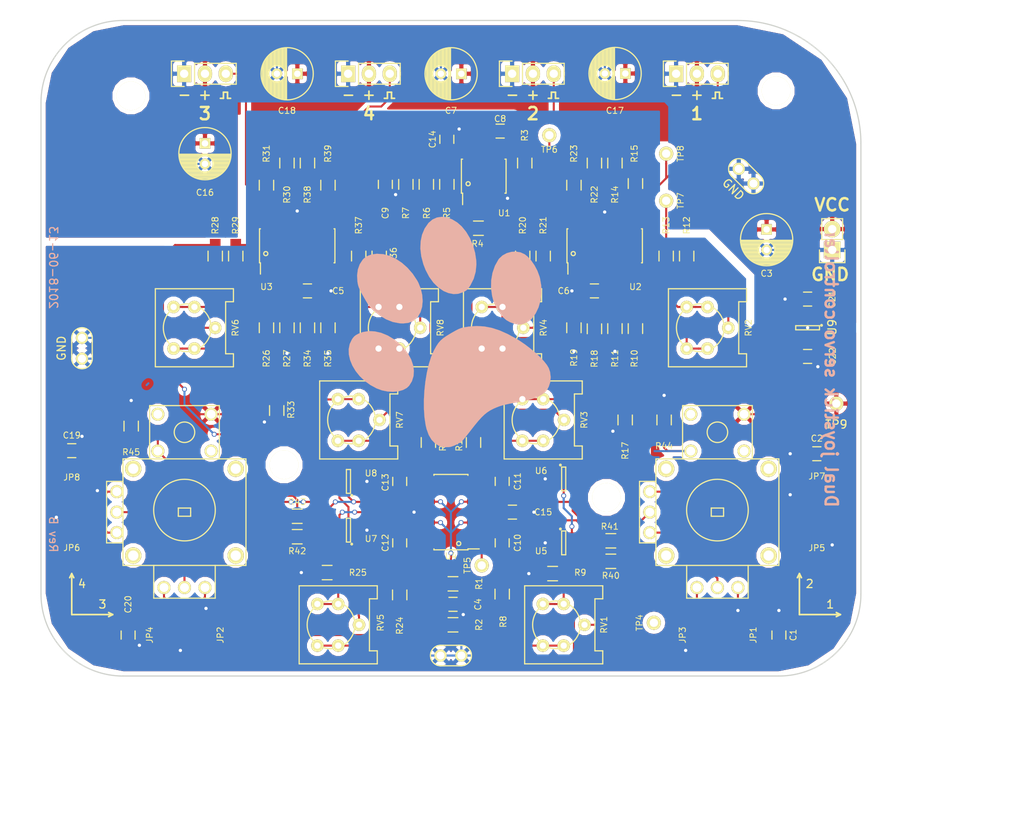
<source format=kicad_pcb>
(kicad_pcb (version 4) (host pcbnew 4.0.2+dfsg1-stable)
  (layers (0 F.Cu signal) (31 B.Cu signal) (34 B.Paste user) (35 F.Paste user) (36 B.SilkS user) (37 F.SilkS user) (38 B.Mask user) (39 F.Mask user) (44 Edge.Cuts user))
  (net 0 "")
  (net 1 VCC)
  (net 2 GND)
  (net 3 "/Integrator #1/VREF")
  (net 4 "/PWM #1/SAWTOOTH")
  (net 5 "/Sawtooth Wave/VREF")
  (net 6 "/PWM #1/VIN")
  (net 7 "/PWM #4/VIN")
  (net 8 "/PWM #2/VIN")
  (net 9 "/PWM #3/VIN")
  (net 10 "/PWM #1/PWM")
  (net 11 "/PWM #4/PWM")
  (net 12 "/PWM #2/PWM")
  (net 13 "/PWM #3/PWM")
  (net 14 "/Integrator #1/VIN")
  (net 15 "/Integrator #2/VIN")
  (net 16 "/Integrator #3/VIN")
  (net 17 "/Integrator #4/VIN")
  (net 18 "Net-(VR1-Pad8)")
  (net 19 "Net-(VR1-Pad9)")
  (net 20 "Net-(VR1-Pad11)")
  (net 21 "Net-(VR1-Pad12)")
  (net 22 "Net-(VR1-Pad13)")
  (net 23 "Net-(VR1-Pad14)")
  (net 24 "Net-(VR2-Pad8)")
  (net 25 "Net-(VR2-Pad9)")
  (net 26 "Net-(VR2-Pad11)")
  (net 27 "Net-(VR2-Pad12)")
  (net 28 "Net-(VR2-Pad13)")
  (net 29 "Net-(VR2-Pad14)")
  (net 30 "/Integrator #1/INT_FB")
  (net 31 "/Integrator #2/INT_FB")
  (net 32 "/Integrator #3/INT_FB")
  (net 33 "/Integrator #4/INT_FB")
  (net 34 "/PWM #1/VIN_DIV")
  (net 35 "/PWM #1/VREF")
  (net 36 "/PWM #1/SAW_P")
  (net 37 "/PWM #2/VIN_DIV")
  (net 38 "/PWM #2/VREF")
  (net 39 "/PWM #2/SAW_P")
  (net 40 "/PWM #3/VIN_DIV")
  (net 41 "/PWM #3/VREF")
  (net 42 "/PWM #3/SAW_P")
  (net 43 "/PWM #4/VIN_DIV")
  (net 44 "/PWM #4/VREF")
  (net 45 "/PWM #4/SAW_P")
  (net 46 "/Sawtooth Wave/INT_IN")
  (net 47 "/Sawtooth Wave/COMP_FB")
  (net 48 "/Sawtooth Wave/COMP_OUT")
  (net 49 "/PWM #1/BUF_IN")
  (net 50 "/PWM #2/BUF_IN")
  (net 51 "/PWM #3/BUF_IN")
  (net 52 "/PWM #4/BUF_IN")
  (net 53 "Net-(JP1-Pad2)")
  (net 54 "Net-(JP2-Pad2)")
  (net 55 "Net-(JP3-Pad2)")
  (net 56 "Net-(JP4-Pad2)")
  (net 57 "Net-(JP5-Pad2)")
  (net 58 "Net-(JP6-Pad2)")
  (net 59 "Net-(JP7-Pad2)")
  (net 60 "Net-(JP8-Pad2)")
  (net 61 "/Integrator #1/SW")
  (net 62 "/Integrator #3/SW")
  (net 63 "Net-(U5-Pad3)")
  (net 64 "Net-(U6-Pad3)")
  (net 65 "Net-(U7-Pad3)")
  (net 66 "Net-(U8-Pad3)")
  (net 67 "/PWM #1/VIN_ADJ_P")
  (net 68 "/PWM #1/VIN_ADJ_M")
  (net 69 "/PWM #2/VIN_ADJ_P")
  (net 70 "/PWM #2/VIN_ADJ_M")
  (net 71 "/PWM #3/VIN_ADJ_P")
  (net 72 "/PWM #3/VIN_ADJ_M")
  (net 73 "/PWM #4/VIN_ADJ_P")
  (net 74 "/PWM #4/VIN_ADJ_M")
  (net 75 "/PWM #1/VREF_ADJ_P")
  (net 76 "/PWM #1/VREF_ADJ_M")
  (net 77 "/PWM #2/VREF_ADJ_P")
  (net 78 "/PWM #2/VREF_ADJ_M")
  (net 79 "/PWM #3/VREF_ADJ_P")
  (net 80 "/PWM #3/VREF_ADJ_M")
  (net 81 "/PWM #4/VREF_ADJ_P")
  (net 82 "/PWM #4/VREF_ADJ_M")
  (net 83 "/PWM #1/BUF")
  (net 84 "/PWM #2/BUF")
  (net 85 "/PWM #3/BUF")
  (net 86 "/PWM #4/BUF")
  (net 87 +6V)
  (net 88 "Net-(U9-Pad5)")
  (module olof:Potentiometer_Bourns_3386P (layer F.Cu) (at 106.29 112.5 90)
    (fp_text reference RV2 (at 0 5 90) (layer F.SilkS) (effects (font (size 0.75 0.75) (thickness 0.11))))
    (fp_text value 1k)
    (pad 1 thru_hole circle (at -2.54 0 90) (size 1.524 1.524) (drill 0.762) (layers *.Cu *.Mask F.SilkS) (net 75 "/PWM #1/VREF_ADJ_P"))
    (pad 2 thru_hole circle (at 0 2.54 90) (size 1.524 1.524) (drill 0.762) (layers *.Cu *.Mask F.SilkS) (net 35 "/PWM #1/VREF"))
    (pad 3 thru_hole circle (at 2.54 0 90) (size 1.524 1.524) (drill 0.762) (layers *.Cu *.Mask F.SilkS) (net 76 "/PWM #1/VREF_ADJ_M"))
    (pad 1 thru_hole circle (at -2.54 -2.54 90) (size 1.524 1.524) (drill 0.762) (layers *.Cu *.Mask F.SilkS) (net 75 "/PWM #1/VREF_ADJ_P"))
    (pad 3 thru_hole circle (at 2.54 -2.54 90) (size 1.524 1.524) (drill 0.762) (layers *.Cu *.Mask F.SilkS) (net 76 "/PWM #1/VREF_ADJ_M"))
  )
  (module olof:Potentiometer_Bourns_3386P (layer F.Cu) (at 61.25 148.75 90)
    (fp_text reference RV5 (at 0.25 5.165 90) (layer F.SilkS) (effects (font (size 0.75 0.75) (thickness 0.11))))
    (fp_text value 100)
    (pad 1 thru_hole circle (at -2.54 0 90) (size 1.524 1.524) (drill 0.762) (layers *.Cu *.Mask F.SilkS) (net 71 "/PWM #3/VIN_ADJ_P"))
    (pad 2 thru_hole circle (at 0 2.54 90) (size 1.524 1.524) (drill 0.762) (layers *.Cu *.Mask F.SilkS) (net 40 "/PWM #3/VIN_DIV"))
    (pad 3 thru_hole circle (at 2.54 0 90) (size 1.524 1.524) (drill 0.762) (layers *.Cu *.Mask F.SilkS) (net 72 "/PWM #3/VIN_ADJ_M"))
    (pad 1 thru_hole circle (at -2.54 -2.54 90) (size 1.524 1.524) (drill 0.762) (layers *.Cu *.Mask F.SilkS) (net 71 "/PWM #3/VIN_ADJ_P"))
    (pad 3 thru_hole circle (at 2.54 -2.54 90) (size 1.524 1.524) (drill 0.762) (layers *.Cu *.Mask F.SilkS) (net 72 "/PWM #3/VIN_ADJ_M"))
  )
  (module olof:Potentiometer_Bourns_3386P (layer F.Cu) (at 63.75 123.75 90)
    (fp_text reference RV7 (at 0 5 90) (layer F.SilkS) (effects (font (size 0.75 0.75) (thickness 0.11))))
    (fp_text value 100)
    (pad 1 thru_hole circle (at -2.54 0 90) (size 1.524 1.524) (drill 0.762) (layers *.Cu *.Mask F.SilkS) (net 73 "/PWM #4/VIN_ADJ_P"))
    (pad 2 thru_hole circle (at 0 2.54 90) (size 1.524 1.524) (drill 0.762) (layers *.Cu *.Mask F.SilkS) (net 43 "/PWM #4/VIN_DIV"))
    (pad 3 thru_hole circle (at 2.54 0 90) (size 1.524 1.524) (drill 0.762) (layers *.Cu *.Mask F.SilkS) (net 74 "/PWM #4/VIN_ADJ_M"))
    (pad 1 thru_hole circle (at -2.54 -2.54 90) (size 1.524 1.524) (drill 0.762) (layers *.Cu *.Mask F.SilkS) (net 73 "/PWM #4/VIN_ADJ_P"))
    (pad 3 thru_hole circle (at 2.54 -2.54 90) (size 1.524 1.524) (drill 0.762) (layers *.Cu *.Mask F.SilkS) (net 74 "/PWM #4/VIN_ADJ_M"))
  )
  (module olof:C_0805_HandSoldering (layer F.Cu) (at 115 150 90)
    (fp_text reference C1 (at 0 1.75 270) (layer F.SilkS) (effects (font (size 0.75 0.75) (thickness 0.11))))
    (fp_text value 1u)
    (pad 1 smd rect (at -1.25 0 90) (size 1.5 1.25) (layers F.Cu F.Paste F.Mask) (net 1 VCC))
    (pad 2 smd rect (at 1.25 0 90) (size 1.5 1.25) (layers F.Cu F.Paste F.Mask) (net 2 GND))
  )
  (module olof:C_0805_HandSoldering (layer F.Cu) (at 119.625 127.875 180)
    (fp_text reference C2 (at 0 1.875 360) (layer F.SilkS) (effects (font (size 0.75 0.75) (thickness 0.11))))
    (fp_text value 1u)
    (pad 1 smd rect (at -1.25 0 180) (size 1.5 1.25) (layers F.Cu F.Paste F.Mask) (net 1 VCC))
    (pad 2 smd rect (at 1.25 0 180) (size 1.5 1.25) (layers F.Cu F.Paste F.Mask) (net 2 GND))
  )
  (module Capacitors_ThroughHole:C_Radial_D6.3_L11.2_P2.5 (layer F.Cu) (at 113.5 100.5 270)
    (fp_text reference C3 (at 5.375 0 360) (layer F.SilkS) (effects (font (size 0.75 0.75) (thickness 0.11))))
    (fp_text value 100u)
    (pad 2 thru_hole circle (at 2.5 0 270) (size 1.3 1.3) (drill 0.8) (layers *.Cu *.Mask F.SilkS) (net 2 GND))
    (pad 1 thru_hole rect (at 0 0 270) (size 1.3 1.3) (drill 0.8) (layers *.Cu *.Mask F.SilkS) (net 87 +6V))
  )
  (module olof:C_0805_HandSoldering (layer F.Cu) (at 75.25 146.25)
    (fp_text reference C4 (at 3.048 0 90) (layer F.SilkS) (effects (font (size 0.75 0.75) (thickness 0.11))))
    (fp_text value 1u)
    (pad 1 smd rect (at -1.25 0) (size 1.5 1.25) (layers F.Cu F.Paste F.Mask) (net 3 "/Integrator #1/VREF"))
    (pad 2 smd rect (at 1.25 0) (size 1.5 1.25) (layers F.Cu F.Paste F.Mask) (net 2 GND))
  )
  (module olof:C_0805_HandSoldering (layer F.Cu) (at 57.5 108)
    (fp_text reference C5 (at 3.75 0 180) (layer F.SilkS) (effects (font (size 0.75 0.75) (thickness 0.11))))
    (fp_text value 1u)
    (pad 1 smd rect (at -1.25 0) (size 1.5 1.25) (layers F.Cu F.Paste F.Mask) (net 1 VCC))
    (pad 2 smd rect (at 1.25 0) (size 1.5 1.25) (layers F.Cu F.Paste F.Mask) (net 2 GND))
  )
  (module olof:C_0805_HandSoldering (layer F.Cu) (at 92.5 108 180)
    (fp_text reference C6 (at 3.75 0 360) (layer F.SilkS) (effects (font (size 0.75 0.75) (thickness 0.11))))
    (fp_text value 1u)
    (pad 1 smd rect (at -1.25 0 180) (size 1.5 1.25) (layers F.Cu F.Paste F.Mask) (net 1 VCC))
    (pad 2 smd rect (at 1.25 0 180) (size 1.5 1.25) (layers F.Cu F.Paste F.Mask) (net 2 GND))
  )
  (module Capacitors_ThroughHole:C_Radial_D6.3_L11.2_P2.5 (layer F.Cu) (at 76.27 81.5 180)
    (fp_text reference C7 (at 1.27 -4.5 360) (layer F.SilkS) (effects (font (size 0.75 0.75) (thickness 0.11))))
    (fp_text value 100u)
    (pad 2 thru_hole circle (at 2.5 0 180) (size 1.3 1.3) (drill 0.8) (layers *.Cu *.Mask F.SilkS) (net 2 GND))
    (pad 1 thru_hole rect (at 0 0 180) (size 1.3 1.3) (drill 0.8) (layers *.Cu *.Mask F.SilkS) (net 87 +6V))
  )
  (module olof:C_0805_HandSoldering (layer F.Cu) (at 81 88.5)
    (fp_text reference C8 (at 0 -1.5) (layer F.SilkS) (effects (font (size 0.75 0.75) (thickness 0.11))))
    (fp_text value 100n)
    (pad 1 smd rect (at -1.25 0) (size 1.5 1.25) (layers F.Cu F.Paste F.Mask) (net 4 "/PWM #1/SAWTOOTH"))
    (pad 2 smd rect (at 1.25 0) (size 1.5 1.25) (layers F.Cu F.Paste F.Mask) (net 46 "/Sawtooth Wave/INT_IN"))
  )
  (module olof:C_0805_HandSoldering (layer F.Cu) (at 67 95 90)
    (fp_text reference C9 (at -3.5 0 270) (layer F.SilkS) (effects (font (size 0.75 0.75) (thickness 0.11))))
    (fp_text value 1u)
    (pad 1 smd rect (at -1.25 0 90) (size 1.5 1.25) (layers F.Cu F.Paste F.Mask) (net 2 GND))
    (pad 2 smd rect (at 1.25 0 90) (size 1.5 1.25) (layers F.Cu F.Paste F.Mask) (net 5 "/Sawtooth Wave/VREF"))
  )
  (module olof:C_0805_HandSoldering (layer F.Cu) (at 81.25 138.75 90)
    (fp_text reference C10 (at 0 1.875 270) (layer F.SilkS) (effects (font (size 0.75 0.75) (thickness 0.11))))
    (fp_text value 100n)
    (pad 1 smd rect (at -1.25 0 90) (size 1.5 1.25) (layers F.Cu F.Paste F.Mask) (net 6 "/PWM #1/VIN"))
    (pad 2 smd rect (at 1.25 0 90) (size 1.5 1.25) (layers F.Cu F.Paste F.Mask) (net 30 "/Integrator #1/INT_FB"))
  )
  (module olof:C_0805_HandSoldering (layer F.Cu) (at 81.25 131.25 270)
    (fp_text reference C11 (at 0 -1.875 270) (layer F.SilkS) (effects (font (size 0.75 0.75) (thickness 0.11))))
    (fp_text value 100n)
    (pad 1 smd rect (at -1.25 0 270) (size 1.5 1.25) (layers F.Cu F.Paste F.Mask) (net 8 "/PWM #2/VIN"))
    (pad 2 smd rect (at 1.25 0 270) (size 1.5 1.25) (layers F.Cu F.Paste F.Mask) (net 31 "/Integrator #2/INT_FB"))
  )
  (module olof:C_0805_HandSoldering (layer F.Cu) (at 68.75 138.75 90)
    (fp_text reference C12 (at 0 -1.75 270) (layer F.SilkS) (effects (font (size 0.75 0.75) (thickness 0.11))))
    (fp_text value 100n)
    (pad 1 smd rect (at -1.25 0 90) (size 1.5 1.25) (layers F.Cu F.Paste F.Mask) (net 9 "/PWM #3/VIN"))
    (pad 2 smd rect (at 1.25 0 90) (size 1.5 1.25) (layers F.Cu F.Paste F.Mask) (net 32 "/Integrator #3/INT_FB"))
  )
  (module olof:C_0805_HandSoldering (layer F.Cu) (at 68.75 131.25 270)
    (fp_text reference C13 (at 0.125 1.75 450) (layer F.SilkS) (effects (font (size 0.75 0.75) (thickness 0.11))))
    (fp_text value 100n)
    (pad 1 smd rect (at -1.25 0 270) (size 1.5 1.25) (layers F.Cu F.Paste F.Mask) (net 7 "/PWM #4/VIN"))
    (pad 2 smd rect (at 1.25 0 270) (size 1.5 1.25) (layers F.Cu F.Paste F.Mask) (net 33 "/Integrator #4/INT_FB"))
  )
  (module olof:R_0805_HandSoldering (layer F.Cu) (at 75.25 143.75 180)
    (fp_text reference R1 (at -3.175 0 270) (layer F.SilkS) (effects (font (size 0.75 0.75) (thickness 0.11))))
    (fp_text value 1k2)
    (pad 1 smd rect (at -1.35 0 180) (size 1.5 1.3) (layers F.Cu F.Paste F.Mask) (net 1 VCC))
    (pad 2 smd rect (at 1.35 0 180) (size 1.5 1.3) (layers F.Cu F.Paste F.Mask) (net 3 "/Integrator #1/VREF"))
  )
  (module olof:R_0805_HandSoldering (layer F.Cu) (at 75.25 148.75)
    (fp_text reference R2 (at 3.175 0 90) (layer F.SilkS) (effects (font (size 0.75 0.75) (thickness 0.11))))
    (fp_text value 1k2)
    (pad 1 smd rect (at -1.35 0) (size 1.5 1.3) (layers F.Cu F.Paste F.Mask) (net 3 "/Integrator #1/VREF"))
    (pad 2 smd rect (at 1.35 0) (size 1.5 1.3) (layers F.Cu F.Paste F.Mask) (net 2 GND))
  )
  (module olof:R_0805_HandSoldering (layer F.Cu) (at 84 92.4 90)
    (fp_text reference R3 (at 3.375 0 270) (layer F.SilkS) (effects (font (size 0.75 0.75) (thickness 0.11))))
    (fp_text value 1k2)
    (pad 1 smd rect (at -1.35 0 90) (size 1.5 1.3) (layers F.Cu F.Paste F.Mask) (net 47 "/Sawtooth Wave/COMP_FB"))
    (pad 2 smd rect (at 1.35 0 90) (size 1.5 1.3) (layers F.Cu F.Paste F.Mask) (net 4 "/PWM #1/SAWTOOTH"))
  )
  (module olof:R_0805_HandSoldering (layer F.Cu) (at 78.35 100.35)
    (fp_text reference R4 (at -0.1 1.9 180) (layer F.SilkS) (effects (font (size 0.75 0.75) (thickness 0.11))))
    (fp_text value 3k)
    (pad 1 smd rect (at -1.35 0) (size 1.5 1.3) (layers F.Cu F.Paste F.Mask) (net 48 "/Sawtooth Wave/COMP_OUT"))
    (pad 2 smd rect (at 1.35 0) (size 1.5 1.3) (layers F.Cu F.Paste F.Mask) (net 47 "/Sawtooth Wave/COMP_FB"))
  )
  (module olof:R_0805_HandSoldering (layer F.Cu) (at 74.5 95 90)
    (fp_text reference R5 (at -3.5 0 270) (layer F.SilkS) (effects (font (size 0.75 0.75) (thickness 0.11))))
    (fp_text value 150k)
    (pad 1 smd rect (at -1.35 0 90) (size 1.5 1.3) (layers F.Cu F.Paste F.Mask) (net 48 "/Sawtooth Wave/COMP_OUT"))
    (pad 2 smd rect (at 1.35 0 90) (size 1.5 1.3) (layers F.Cu F.Paste F.Mask) (net 46 "/Sawtooth Wave/INT_IN"))
  )
  (module olof:R_0805_HandSoldering (layer F.Cu) (at 72 95 270)
    (fp_text reference R6 (at 3.5 -0.05 450) (layer F.SilkS) (effects (font (size 0.75 0.75) (thickness 0.11))))
    (fp_text value 1k2)
    (pad 1 smd rect (at -1.35 0 270) (size 1.5 1.3) (layers F.Cu F.Paste F.Mask) (net 5 "/Sawtooth Wave/VREF"))
    (pad 2 smd rect (at 1.35 0 270) (size 1.5 1.3) (layers F.Cu F.Paste F.Mask) (net 1 VCC))
  )
  (module olof:R_0805_HandSoldering (layer F.Cu) (at 69.5 95 90)
    (fp_text reference R7 (at -3.5 0 270) (layer F.SilkS) (effects (font (size 0.75 0.75) (thickness 0.11))))
    (fp_text value 1k2)
    (pad 1 smd rect (at -1.35 0 90) (size 1.5 1.3) (layers F.Cu F.Paste F.Mask) (net 2 GND))
    (pad 2 smd rect (at 1.35 0 90) (size 1.5 1.3) (layers F.Cu F.Paste F.Mask) (net 5 "/Sawtooth Wave/VREF"))
  )
  (module olof:R_0805_HandSoldering (layer F.Cu) (at 81.25 145 270)
    (fp_text reference R8 (at 3.375 -0.125 450) (layer F.SilkS) (effects (font (size 0.75 0.75) (thickness 0.11))))
    (fp_text value 30k)
    (pad 1 smd rect (at -1.35 0 270) (size 1.5 1.3) (layers F.Cu F.Paste F.Mask) (net 6 "/PWM #1/VIN"))
    (pad 2 smd rect (at 1.35 0 270) (size 1.5 1.3) (layers F.Cu F.Paste F.Mask) (net 67 "/PWM #1/VIN_ADJ_P"))
  )
  (module olof:R_0805_HandSoldering (layer F.Cu) (at 87.4 142.5 180)
    (fp_text reference R9 (at -3.375 0.125 360) (layer F.SilkS) (effects (font (size 0.75 0.75) (thickness 0.11))))
    (fp_text value 470)
    (pad 1 smd rect (at -1.35 0 180) (size 1.5 1.3) (layers F.Cu F.Paste F.Mask) (net 68 "/PWM #1/VIN_ADJ_M"))
    (pad 2 smd rect (at 1.35 0 180) (size 1.5 1.3) (layers F.Cu F.Paste F.Mask) (net 2 GND))
  )
  (module olof:R_0805_HandSoldering (layer F.Cu) (at 97.5 112.6 90)
    (fp_text reference R10 (at -3.65 -0.125 270) (layer F.SilkS) (effects (font (size 0.75 0.75) (thickness 0.11))))
    (fp_text value 30k)
    (pad 1 smd rect (at -1.35 0 90) (size 1.5 1.3) (layers F.Cu F.Paste F.Mask) (net 1 VCC))
    (pad 2 smd rect (at 1.35 0 90) (size 1.5 1.3) (layers F.Cu F.Paste F.Mask) (net 75 "/PWM #1/VREF_ADJ_P"))
  )
  (module olof:R_0805_HandSoldering (layer F.Cu) (at 95 112.6 270)
    (fp_text reference R11 (at 3.65 0 450) (layer F.SilkS) (effects (font (size 0.75 0.75) (thickness 0.11))))
    (fp_text value 15k)
    (pad 1 smd rect (at -1.35 0 270) (size 1.5 1.3) (layers F.Cu F.Paste F.Mask) (net 76 "/PWM #1/VREF_ADJ_M"))
    (pad 2 smd rect (at 1.35 0 270) (size 1.5 1.3) (layers F.Cu F.Paste F.Mask) (net 2 GND))
  )
  (module olof:R_0805_HandSoldering (layer F.Cu) (at 103.75 103.75 90)
    (fp_text reference R12 (at 3.75 0 270) (layer F.SilkS) (effects (font (size 0.75 0.75) (thickness 0.11))))
    (fp_text value 150k)
    (pad 1 smd rect (at -1.35 0 90) (size 1.5 1.3) (layers F.Cu F.Paste F.Mask) (net 49 "/PWM #1/BUF_IN"))
    (pad 2 smd rect (at 1.35 0 90) (size 1.5 1.3) (layers F.Cu F.Paste F.Mask) (net 34 "/PWM #1/VIN_DIV"))
  )
  (module olof:R_0805_HandSoldering (layer F.Cu) (at 101.25 103.75 270)
    (fp_text reference R13 (at -3.75 0 450) (layer F.SilkS) (effects (font (size 0.75 0.75) (thickness 0.11))))
    (fp_text value 150k)
    (pad 1 smd rect (at -1.35 0 270) (size 1.5 1.3) (layers F.Cu F.Paste F.Mask) (net 83 "/PWM #1/BUF"))
    (pad 2 smd rect (at 1.35 0 270) (size 1.5 1.3) (layers F.Cu F.Paste F.Mask) (net 49 "/PWM #1/BUF_IN"))
  )
  (module olof:R_0805_HandSoldering (layer F.Cu) (at 95 92.4 90)
    (fp_text reference R14 (at -3.85 0 270) (layer F.SilkS) (effects (font (size 0.75 0.75) (thickness 0.11))))
    (fp_text value 470)
    (pad 1 smd rect (at -1.35 0 90) (size 1.5 1.3) (layers F.Cu F.Paste F.Mask) (net 36 "/PWM #1/SAW_P"))
    (pad 2 smd rect (at 1.35 0 90) (size 1.5 1.3) (layers F.Cu F.Paste F.Mask) (net 4 "/PWM #1/SAWTOOTH"))
  )
  (module olof:R_0805_HandSoldering (layer F.Cu) (at 97.5 94.9 90)
    (fp_text reference R15 (at 3.65 -0.125 270) (layer F.SilkS) (effects (font (size 0.75 0.75) (thickness 0.11))))
    (fp_text value 150k)
    (pad 1 smd rect (at -1.35 0 90) (size 1.5 1.3) (layers F.Cu F.Paste F.Mask) (net 10 "/PWM #1/PWM"))
    (pad 2 smd rect (at 1.35 0 90) (size 1.5 1.3) (layers F.Cu F.Paste F.Mask) (net 36 "/PWM #1/SAW_P"))
  )
  (module olof:R_0805_HandSoldering (layer F.Cu) (at 77.75 126.5 90)
    (fp_text reference R16 (at 0 -1.75 90) (layer F.SilkS) (effects (font (size 0.75 0.75) (thickness 0.11))))
    (fp_text value 30k)
    (pad 1 smd rect (at -1.35 0 90) (size 1.5 1.3) (layers F.Cu F.Paste F.Mask) (net 8 "/PWM #2/VIN"))
    (pad 2 smd rect (at 1.35 0 90) (size 1.5 1.3) (layers F.Cu F.Paste F.Mask) (net 69 "/PWM #2/VIN_ADJ_P"))
  )
  (module olof:R_0805_HandSoldering (layer F.Cu) (at 96.25 123.75 270)
    (fp_text reference R17 (at 3.75 0 270) (layer F.SilkS) (effects (font (size 0.75 0.75) (thickness 0.11))))
    (fp_text value 470)
    (pad 1 smd rect (at -1.35 0 270) (size 1.5 1.3) (layers F.Cu F.Paste F.Mask) (net 70 "/PWM #2/VIN_ADJ_M"))
    (pad 2 smd rect (at 1.35 0 270) (size 1.5 1.3) (layers F.Cu F.Paste F.Mask) (net 2 GND))
  )
  (module olof:R_0805_HandSoldering (layer F.Cu) (at 92.5 112.625 90)
    (fp_text reference R18 (at -3.65 0 270) (layer F.SilkS) (effects (font (size 0.75 0.75) (thickness 0.11))))
    (fp_text value 30k)
    (pad 1 smd rect (at -1.35 0 90) (size 1.5 1.3) (layers F.Cu F.Paste F.Mask) (net 1 VCC))
    (pad 2 smd rect (at 1.35 0 90) (size 1.5 1.3) (layers F.Cu F.Paste F.Mask) (net 77 "/PWM #2/VREF_ADJ_P"))
  )
  (module olof:R_0805_HandSoldering (layer F.Cu) (at 90 112.5 270)
    (fp_text reference R19 (at 3.65 0 450) (layer F.SilkS) (effects (font (size 0.75 0.75) (thickness 0.11))))
    (fp_text value 15k)
    (pad 1 smd rect (at -1.35 0 270) (size 1.5 1.3) (layers F.Cu F.Paste F.Mask) (net 78 "/PWM #2/VREF_ADJ_M"))
    (pad 2 smd rect (at 1.35 0 270) (size 1.5 1.3) (layers F.Cu F.Paste F.Mask) (net 2 GND))
  )
  (module olof:R_0805_HandSoldering (layer F.Cu) (at 83.75 103.75 90)
    (fp_text reference R20 (at 3.75 0 270) (layer F.SilkS) (effects (font (size 0.75 0.75) (thickness 0.11))))
    (fp_text value 150k)
    (pad 1 smd rect (at -1.35 0 90) (size 1.5 1.3) (layers F.Cu F.Paste F.Mask) (net 50 "/PWM #2/BUF_IN"))
    (pad 2 smd rect (at 1.35 0 90) (size 1.5 1.3) (layers F.Cu F.Paste F.Mask) (net 37 "/PWM #2/VIN_DIV"))
  )
  (module olof:R_0805_HandSoldering (layer F.Cu) (at 86.25 103.75 270)
    (fp_text reference R21 (at -3.75 0 450) (layer F.SilkS) (effects (font (size 0.75 0.75) (thickness 0.11))))
    (fp_text value 150k)
    (pad 1 smd rect (at -1.35 0 270) (size 1.5 1.3) (layers F.Cu F.Paste F.Mask) (net 84 "/PWM #2/BUF"))
    (pad 2 smd rect (at 1.35 0 270) (size 1.5 1.3) (layers F.Cu F.Paste F.Mask) (net 50 "/PWM #2/BUF_IN"))
  )
  (module olof:R_0805_HandSoldering (layer F.Cu) (at 92.5 92.4 90)
    (fp_text reference R22 (at -3.85 0 270) (layer F.SilkS) (effects (font (size 0.75 0.75) (thickness 0.11))))
    (fp_text value 470)
    (pad 1 smd rect (at -1.35 0 90) (size 1.5 1.3) (layers F.Cu F.Paste F.Mask) (net 39 "/PWM #2/SAW_P"))
    (pad 2 smd rect (at 1.35 0 90) (size 1.5 1.3) (layers F.Cu F.Paste F.Mask) (net 4 "/PWM #1/SAWTOOTH"))
  )
  (module olof:R_0805_HandSoldering (layer F.Cu) (at 90 95.1 90)
    (fp_text reference R23 (at 3.85 0 270) (layer F.SilkS) (effects (font (size 0.75 0.75) (thickness 0.11))))
    (fp_text value 150k)
    (pad 1 smd rect (at -1.35 0 90) (size 1.5 1.3) (layers F.Cu F.Paste F.Mask) (net 12 "/PWM #2/PWM"))
    (pad 2 smd rect (at 1.35 0 90) (size 1.5 1.3) (layers F.Cu F.Paste F.Mask) (net 39 "/PWM #2/SAW_P"))
  )
  (module olof:R_0805_HandSoldering (layer F.Cu) (at 68.75 145.1 270)
    (fp_text reference R24 (at 3.75 0 450) (layer F.SilkS) (effects (font (size 0.75 0.75) (thickness 0.11))))
    (fp_text value 30k)
    (pad 1 smd rect (at -1.35 0 270) (size 1.5 1.3) (layers F.Cu F.Paste F.Mask) (net 9 "/PWM #3/VIN"))
    (pad 2 smd rect (at 1.35 0 270) (size 1.5 1.3) (layers F.Cu F.Paste F.Mask) (net 71 "/PWM #3/VIN_ADJ_P"))
  )
  (module olof:R_0805_HandSoldering (layer F.Cu) (at 59.9 142.375 180)
    (fp_text reference R25 (at -3.75 0 360) (layer F.SilkS) (effects (font (size 0.75 0.75) (thickness 0.11))))
    (fp_text value 470)
    (pad 1 smd rect (at -1.35 0 180) (size 1.5 1.3) (layers F.Cu F.Paste F.Mask) (net 72 "/PWM #3/VIN_ADJ_M"))
    (pad 2 smd rect (at 1.35 0 180) (size 1.5 1.3) (layers F.Cu F.Paste F.Mask) (net 2 GND))
  )
  (module olof:R_0805_HandSoldering (layer F.Cu) (at 52.5 112.5 90)
    (fp_text reference R26 (at -3.75 0 270) (layer F.SilkS) (effects (font (size 0.75 0.75) (thickness 0.11))))
    (fp_text value 30k)
    (pad 1 smd rect (at -1.35 0 90) (size 1.5 1.3) (layers F.Cu F.Paste F.Mask) (net 1 VCC))
    (pad 2 smd rect (at 1.35 0 90) (size 1.5 1.3) (layers F.Cu F.Paste F.Mask) (net 79 "/PWM #3/VREF_ADJ_P"))
  )
  (module olof:R_0805_HandSoldering (layer F.Cu) (at 55 112.5 270)
    (fp_text reference R27 (at 3.75 0 450) (layer F.SilkS) (effects (font (size 0.75 0.75) (thickness 0.11))))
    (fp_text value 15k)
    (pad 1 smd rect (at -1.35 0 270) (size 1.5 1.3) (layers F.Cu F.Paste F.Mask) (net 80 "/PWM #3/VREF_ADJ_M"))
    (pad 2 smd rect (at 1.35 0 270) (size 1.5 1.3) (layers F.Cu F.Paste F.Mask) (net 2 GND))
  )
  (module olof:R_0805_HandSoldering (layer F.Cu) (at 46.25 103.75 90)
    (fp_text reference R28 (at 3.75 0 270) (layer F.SilkS) (effects (font (size 0.75 0.75) (thickness 0.11))))
    (fp_text value 150k)
    (pad 1 smd rect (at -1.35 0 90) (size 1.5 1.3) (layers F.Cu F.Paste F.Mask) (net 51 "/PWM #3/BUF_IN"))
    (pad 2 smd rect (at 1.35 0 90) (size 1.5 1.3) (layers F.Cu F.Paste F.Mask) (net 40 "/PWM #3/VIN_DIV"))
  )
  (module olof:R_0805_HandSoldering (layer F.Cu) (at 48.75 103.75 270)
    (fp_text reference R29 (at -3.75 0 450) (layer F.SilkS) (effects (font (size 0.75 0.75) (thickness 0.11))))
    (fp_text value 150k)
    (pad 1 smd rect (at -1.35 0 270) (size 1.5 1.3) (layers F.Cu F.Paste F.Mask) (net 85 "/PWM #3/BUF"))
    (pad 2 smd rect (at 1.35 0 270) (size 1.5 1.3) (layers F.Cu F.Paste F.Mask) (net 51 "/PWM #3/BUF_IN"))
  )
  (module olof:R_0805_HandSoldering (layer F.Cu) (at 55 92.4 90)
    (fp_text reference R30 (at -3.85 0 270) (layer F.SilkS) (effects (font (size 0.75 0.75) (thickness 0.11))))
    (fp_text value 470)
    (pad 1 smd rect (at -1.35 0 90) (size 1.5 1.3) (layers F.Cu F.Paste F.Mask) (net 42 "/PWM #3/SAW_P"))
    (pad 2 smd rect (at 1.35 0 90) (size 1.5 1.3) (layers F.Cu F.Paste F.Mask) (net 4 "/PWM #1/SAWTOOTH"))
  )
  (module olof:R_0805_HandSoldering (layer F.Cu) (at 52.5 95.1 90)
    (fp_text reference R31 (at 3.85 0 270) (layer F.SilkS) (effects (font (size 0.75 0.75) (thickness 0.11))))
    (fp_text value 150k)
    (pad 1 smd rect (at -1.35 0 90) (size 1.5 1.3) (layers F.Cu F.Paste F.Mask) (net 13 "/PWM #3/PWM"))
    (pad 2 smd rect (at 1.35 0 90) (size 1.5 1.3) (layers F.Cu F.Paste F.Mask) (net 42 "/PWM #3/SAW_P"))
  )
  (module olof:R_0805_HandSoldering (layer F.Cu) (at 72.25 126.5 90)
    (fp_text reference R32 (at 0 1.75 90) (layer F.SilkS) (effects (font (size 0.75 0.75) (thickness 0.11))))
    (fp_text value 30k)
    (pad 1 smd rect (at -1.35 0 90) (size 1.5 1.3) (layers F.Cu F.Paste F.Mask) (net 7 "/PWM #4/VIN"))
    (pad 2 smd rect (at 1.35 0 90) (size 1.5 1.3) (layers F.Cu F.Paste F.Mask) (net 73 "/PWM #4/VIN_ADJ_P"))
  )
  (module olof:R_0805_HandSoldering (layer F.Cu) (at 53.75 122.6 270)
    (fp_text reference R33 (at -0.1 -1.75 270) (layer F.SilkS) (effects (font (size 0.75 0.75) (thickness 0.11))))
    (fp_text value 470)
    (pad 1 smd rect (at -1.35 0 270) (size 1.5 1.3) (layers F.Cu F.Paste F.Mask) (net 74 "/PWM #4/VIN_ADJ_M"))
    (pad 2 smd rect (at 1.35 0 270) (size 1.5 1.3) (layers F.Cu F.Paste F.Mask) (net 2 GND))
  )
  (module olof:R_0805_HandSoldering (layer F.Cu) (at 57.5 112.5 90)
    (fp_text reference R34 (at -3.75 0 270) (layer F.SilkS) (effects (font (size 0.75 0.75) (thickness 0.11))))
    (fp_text value 30k)
    (pad 1 smd rect (at -1.35 0 90) (size 1.5 1.3) (layers F.Cu F.Paste F.Mask) (net 1 VCC))
    (pad 2 smd rect (at 1.35 0 90) (size 1.5 1.3) (layers F.Cu F.Paste F.Mask) (net 81 "/PWM #4/VREF_ADJ_P"))
  )
  (module olof:R_0805_HandSoldering (layer F.Cu) (at 60 112.5 270)
    (fp_text reference R35 (at 3.75 0 450) (layer F.SilkS) (effects (font (size 0.75 0.75) (thickness 0.11))))
    (fp_text value 15k)
    (pad 1 smd rect (at -1.35 0 270) (size 1.5 1.3) (layers F.Cu F.Paste F.Mask) (net 82 "/PWM #4/VREF_ADJ_M"))
    (pad 2 smd rect (at 1.35 0 270) (size 1.5 1.3) (layers F.Cu F.Paste F.Mask) (net 2 GND))
  )
  (module olof:R_0805_HandSoldering (layer F.Cu) (at 66.25 103.75 90)
    (fp_text reference R36 (at 0 1.75 270) (layer F.SilkS) (effects (font (size 0.75 0.75) (thickness 0.11))))
    (fp_text value 150k)
    (pad 1 smd rect (at -1.35 0 90) (size 1.5 1.3) (layers F.Cu F.Paste F.Mask) (net 52 "/PWM #4/BUF_IN"))
    (pad 2 smd rect (at 1.35 0 90) (size 1.5 1.3) (layers F.Cu F.Paste F.Mask) (net 43 "/PWM #4/VIN_DIV"))
  )
  (module olof:R_0805_HandSoldering (layer F.Cu) (at 63.75 103.75 270)
    (fp_text reference R37 (at -3.75 0 450) (layer F.SilkS) (effects (font (size 0.75 0.75) (thickness 0.11))))
    (fp_text value 150k)
    (pad 1 smd rect (at -1.35 0 270) (size 1.5 1.3) (layers F.Cu F.Paste F.Mask) (net 86 "/PWM #4/BUF"))
    (pad 2 smd rect (at 1.35 0 270) (size 1.5 1.3) (layers F.Cu F.Paste F.Mask) (net 52 "/PWM #4/BUF_IN"))
  )
  (module olof:R_0805_HandSoldering (layer F.Cu) (at 57.5 92.4 90)
    (fp_text reference R38 (at -3.85 0 270) (layer F.SilkS) (effects (font (size 0.75 0.75) (thickness 0.11))))
    (fp_text value 470)
    (pad 1 smd rect (at -1.35 0 90) (size 1.5 1.3) (layers F.Cu F.Paste F.Mask) (net 45 "/PWM #4/SAW_P"))
    (pad 2 smd rect (at 1.35 0 90) (size 1.5 1.3) (layers F.Cu F.Paste F.Mask) (net 4 "/PWM #1/SAWTOOTH"))
  )
  (module olof:R_0805_HandSoldering (layer F.Cu) (at 60 95.1 90)
    (fp_text reference R39 (at 3.85 0 270) (layer F.SilkS) (effects (font (size 0.75 0.75) (thickness 0.11))))
    (fp_text value 150k)
    (pad 1 smd rect (at -1.35 0 90) (size 1.5 1.3) (layers F.Cu F.Paste F.Mask) (net 11 "/PWM #4/PWM"))
    (pad 2 smd rect (at 1.35 0 90) (size 1.5 1.3) (layers F.Cu F.Paste F.Mask) (net 45 "/PWM #4/SAW_P"))
  )
  (module olof:R_0805_HandSoldering (layer F.Cu) (at 94.5 141)
    (fp_text reference R40 (at 0 1.75 180) (layer F.SilkS) (effects (font (size 0.75 0.75) (thickness 0.11))))
    (fp_text value 6M8)
    (pad 1 smd rect (at -1.35 0) (size 1.5 1.3) (layers F.Cu F.Paste F.Mask) (net 30 "/Integrator #1/INT_FB"))
    (pad 2 smd rect (at 1.35 0) (size 1.5 1.3) (layers F.Cu F.Paste F.Mask) (net 14 "/Integrator #1/VIN"))
  )
  (module olof:R_0805_HandSoldering (layer F.Cu) (at 94.5 138.5)
    (fp_text reference R41 (at -0.125 -1.75) (layer F.SilkS) (effects (font (size 0.75 0.75) (thickness 0.11))))
    (fp_text value 6M8)
    (pad 1 smd rect (at -1.35 0) (size 1.5 1.3) (layers F.Cu F.Paste F.Mask) (net 31 "/Integrator #2/INT_FB"))
    (pad 2 smd rect (at 1.35 0) (size 1.5 1.3) (layers F.Cu F.Paste F.Mask) (net 15 "/Integrator #2/VIN"))
  )
  (module olof:R_0805_HandSoldering (layer F.Cu) (at 56.25 138 180)
    (fp_text reference R42 (at 0 -1.75 180) (layer F.SilkS) (effects (font (size 0.75 0.75) (thickness 0.11))))
    (fp_text value 6M8)
    (pad 1 smd rect (at -1.35 0 180) (size 1.5 1.3) (layers F.Cu F.Paste F.Mask) (net 32 "/Integrator #3/INT_FB"))
    (pad 2 smd rect (at 1.35 0 180) (size 1.5 1.3) (layers F.Cu F.Paste F.Mask) (net 16 "/Integrator #3/VIN"))
  )
  (module olof:R_0805_HandSoldering (layer F.Cu) (at 56.25 135.5 180)
    (fp_text reference R43 (at 0 1.75 180) (layer F.SilkS) (effects (font (size 0.75 0.75) (thickness 0.11))))
    (fp_text value 6M8)
    (pad 1 smd rect (at -1.35 0 180) (size 1.5 1.3) (layers F.Cu F.Paste F.Mask) (net 33 "/Integrator #4/INT_FB"))
    (pad 2 smd rect (at 1.35 0 180) (size 1.5 1.3) (layers F.Cu F.Paste F.Mask) (net 17 "/Integrator #4/VIN"))
  )
  (module olof:Potentiometer_Bourns_3386P (layer F.Cu) (at 88.75 148.75 90)
    (fp_text reference RV1 (at 0 4.915 90) (layer F.SilkS) (effects (font (size 0.75 0.75) (thickness 0.11))))
    (fp_text value 100)
    (pad 1 thru_hole circle (at -2.54 0 90) (size 1.524 1.524) (drill 0.762) (layers *.Cu *.Mask F.SilkS) (net 67 "/PWM #1/VIN_ADJ_P"))
    (pad 2 thru_hole circle (at 0 2.54 90) (size 1.524 1.524) (drill 0.762) (layers *.Cu *.Mask F.SilkS) (net 34 "/PWM #1/VIN_DIV"))
    (pad 3 thru_hole circle (at 2.54 0 90) (size 1.524 1.524) (drill 0.762) (layers *.Cu *.Mask F.SilkS) (net 68 "/PWM #1/VIN_ADJ_M"))
    (pad 1 thru_hole circle (at -2.54 -2.54 90) (size 1.524 1.524) (drill 0.762) (layers *.Cu *.Mask F.SilkS) (net 67 "/PWM #1/VIN_ADJ_P"))
    (pad 3 thru_hole circle (at 2.54 -2.54 90) (size 1.524 1.524) (drill 0.762) (layers *.Cu *.Mask F.SilkS) (net 68 "/PWM #1/VIN_ADJ_M"))
  )
  (module olof:Potentiometer_Bourns_3386P (layer F.Cu) (at 86.25 123.75 90)
    (fp_text reference RV3 (at 0 5 90) (layer F.SilkS) (effects (font (size 0.75 0.75) (thickness 0.11))))
    (fp_text value 100)
    (pad 1 thru_hole circle (at -2.54 0 90) (size 1.524 1.524) (drill 0.762) (layers *.Cu *.Mask F.SilkS) (net 69 "/PWM #2/VIN_ADJ_P"))
    (pad 2 thru_hole circle (at 0 2.54 90) (size 1.524 1.524) (drill 0.762) (layers *.Cu *.Mask F.SilkS) (net 37 "/PWM #2/VIN_DIV"))
    (pad 3 thru_hole circle (at 2.54 0 90) (size 1.524 1.524) (drill 0.762) (layers *.Cu *.Mask F.SilkS) (net 70 "/PWM #2/VIN_ADJ_M"))
    (pad 1 thru_hole circle (at -2.54 -2.54 90) (size 1.524 1.524) (drill 0.762) (layers *.Cu *.Mask F.SilkS) (net 69 "/PWM #2/VIN_ADJ_P"))
    (pad 3 thru_hole circle (at 2.54 -2.54 90) (size 1.524 1.524) (drill 0.762) (layers *.Cu *.Mask F.SilkS) (net 70 "/PWM #2/VIN_ADJ_M"))
  )
  (module olof:Potentiometer_Bourns_3386P (layer F.Cu) (at 81.29 112.5 90)
    (fp_text reference RV4 (at 0 5 90) (layer F.SilkS) (effects (font (size 0.75 0.75) (thickness 0.11))))
    (fp_text value 1k)
    (pad 1 thru_hole circle (at -2.54 0 90) (size 1.524 1.524) (drill 0.762) (layers *.Cu *.Mask F.SilkS) (net 77 "/PWM #2/VREF_ADJ_P"))
    (pad 2 thru_hole circle (at 0 2.54 90) (size 1.524 1.524) (drill 0.762) (layers *.Cu *.Mask F.SilkS) (net 38 "/PWM #2/VREF"))
    (pad 3 thru_hole circle (at 2.54 0 90) (size 1.524 1.524) (drill 0.762) (layers *.Cu *.Mask F.SilkS) (net 78 "/PWM #2/VREF_ADJ_M"))
    (pad 1 thru_hole circle (at -2.54 -2.54 90) (size 1.524 1.524) (drill 0.762) (layers *.Cu *.Mask F.SilkS) (net 77 "/PWM #2/VREF_ADJ_P"))
    (pad 3 thru_hole circle (at 2.54 -2.54 90) (size 1.524 1.524) (drill 0.762) (layers *.Cu *.Mask F.SilkS) (net 78 "/PWM #2/VREF_ADJ_M"))
  )
  (module olof:Potentiometer_Bourns_3386P (layer F.Cu) (at 43.71 112.5 90)
    (fp_text reference RV6 (at 0 5 90) (layer F.SilkS) (effects (font (size 0.75 0.75) (thickness 0.11))))
    (fp_text value 1k)
    (pad 1 thru_hole circle (at -2.54 0 90) (size 1.524 1.524) (drill 0.762) (layers *.Cu *.Mask F.SilkS) (net 79 "/PWM #3/VREF_ADJ_P"))
    (pad 2 thru_hole circle (at 0 2.54 90) (size 1.524 1.524) (drill 0.762) (layers *.Cu *.Mask F.SilkS) (net 41 "/PWM #3/VREF"))
    (pad 3 thru_hole circle (at 2.54 0 90) (size 1.524 1.524) (drill 0.762) (layers *.Cu *.Mask F.SilkS) (net 80 "/PWM #3/VREF_ADJ_M"))
    (pad 1 thru_hole circle (at -2.54 -2.54 90) (size 1.524 1.524) (drill 0.762) (layers *.Cu *.Mask F.SilkS) (net 79 "/PWM #3/VREF_ADJ_P"))
    (pad 3 thru_hole circle (at 2.54 -2.54 90) (size 1.524 1.524) (drill 0.762) (layers *.Cu *.Mask F.SilkS) (net 80 "/PWM #3/VREF_ADJ_M"))
  )
  (module olof:Potentiometer_Bourns_3386P (layer F.Cu) (at 68.71 112.5 90)
    (fp_text reference RV8 (at 0 5 90) (layer F.SilkS) (effects (font (size 0.75 0.75) (thickness 0.11))))
    (fp_text value 1k)
    (pad 1 thru_hole circle (at -2.54 0 90) (size 1.524 1.524) (drill 0.762) (layers *.Cu *.Mask F.SilkS) (net 81 "/PWM #4/VREF_ADJ_P"))
    (pad 2 thru_hole circle (at 0 2.54 90) (size 1.524 1.524) (drill 0.762) (layers *.Cu *.Mask F.SilkS) (net 44 "/PWM #4/VREF"))
    (pad 3 thru_hole circle (at 2.54 0 90) (size 1.524 1.524) (drill 0.762) (layers *.Cu *.Mask F.SilkS) (net 82 "/PWM #4/VREF_ADJ_M"))
    (pad 1 thru_hole circle (at -2.54 -2.54 90) (size 1.524 1.524) (drill 0.762) (layers *.Cu *.Mask F.SilkS) (net 81 "/PWM #4/VREF_ADJ_P"))
    (pad 3 thru_hole circle (at 2.54 -2.54 90) (size 1.524 1.524) (drill 0.762) (layers *.Cu *.Mask F.SilkS) (net 82 "/PWM #4/VREF_ADJ_M"))
  )
  (module olof:SOIC-8_3.9x4.9mm_Pitch1.27mm (layer F.Cu) (at 79 94 90)
    (fp_text reference U1 (at -4.5 2.5 180) (layer F.SilkS) (effects (font (size 0.75 0.75) (thickness 0.11))))
    (fp_text value MCP6002 hide)
    (pad 1 smd rect (at -2.7 -1.905 90) (size 1.55 0.6) (layers F.Cu F.Paste F.Mask) (net 48 "/Sawtooth Wave/COMP_OUT"))
    (pad 2 smd rect (at -2.7 -0.635 90) (size 1.55 0.6) (layers F.Cu F.Paste F.Mask) (net 5 "/Sawtooth Wave/VREF"))
    (pad 3 smd rect (at -2.7 0.635 90) (size 1.55 0.6) (layers F.Cu F.Paste F.Mask) (net 47 "/Sawtooth Wave/COMP_FB"))
    (pad 4 smd rect (at -2.7 1.905 90) (size 1.55 0.6) (layers F.Cu F.Paste F.Mask) (net 2 GND))
    (pad 5 smd rect (at 2.7 1.905 90) (size 1.55 0.6) (layers F.Cu F.Paste F.Mask) (net 5 "/Sawtooth Wave/VREF"))
    (pad 6 smd rect (at 2.7 0.635 90) (size 1.55 0.6) (layers F.Cu F.Paste F.Mask) (net 46 "/Sawtooth Wave/INT_IN"))
    (pad 7 smd rect (at 2.7 -0.635 90) (size 1.55 0.6) (layers F.Cu F.Paste F.Mask) (net 4 "/PWM #1/SAWTOOTH"))
    (pad 8 smd rect (at 2.7 -1.905 90) (size 1.55 0.6) (layers F.Cu F.Paste F.Mask) (net 1 VCC))
  )
  (module olof:SOIC-14_3.9x8.7mm_Pitch1.27mm (layer F.Cu) (at 93.75 102.5 90)
    (fp_text reference U2 (at -5 3.75 180) (layer F.SilkS) (effects (font (size 0.75 0.75) (thickness 0.11))))
    (fp_text value MCP6004)
    (pad 1 smd rect (at -2.7 -3.81 90) (size 1.5 0.6) (layers F.Cu F.Paste F.Mask) (net 84 "/PWM #2/BUF"))
    (pad 2 smd rect (at -2.7 -2.54 90) (size 1.5 0.6) (layers F.Cu F.Paste F.Mask) (net 50 "/PWM #2/BUF_IN"))
    (pad 3 smd rect (at -2.7 -1.27 90) (size 1.5 0.6) (layers F.Cu F.Paste F.Mask) (net 38 "/PWM #2/VREF"))
    (pad 4 smd rect (at -2.7 0 90) (size 1.5 0.6) (layers F.Cu F.Paste F.Mask) (net 1 VCC))
    (pad 5 smd rect (at -2.7 1.27 90) (size 1.5 0.6) (layers F.Cu F.Paste F.Mask) (net 35 "/PWM #1/VREF"))
    (pad 6 smd rect (at -2.7 2.54 90) (size 1.5 0.6) (layers F.Cu F.Paste F.Mask) (net 49 "/PWM #1/BUF_IN"))
    (pad 7 smd rect (at -2.7 3.81 90) (size 1.5 0.6) (layers F.Cu F.Paste F.Mask) (net 83 "/PWM #1/BUF"))
    (pad 8 smd rect (at 2.7 3.81 90) (size 1.5 0.6) (layers F.Cu F.Paste F.Mask) (net 10 "/PWM #1/PWM"))
    (pad 9 smd rect (at 2.7 2.54 90) (size 1.5 0.6) (layers F.Cu F.Paste F.Mask) (net 83 "/PWM #1/BUF"))
    (pad 10 smd rect (at 2.7 1.27 90) (size 1.5 0.6) (layers F.Cu F.Paste F.Mask) (net 36 "/PWM #1/SAW_P"))
    (pad 11 smd rect (at 2.7 0 90) (size 1.5 0.6) (layers F.Cu F.Paste F.Mask) (net 2 GND))
    (pad 12 smd rect (at 2.7 -1.27 90) (size 1.5 0.6) (layers F.Cu F.Paste F.Mask) (net 39 "/PWM #2/SAW_P"))
    (pad 13 smd rect (at 2.7 -2.54 90) (size 1.5 0.6) (layers F.Cu F.Paste F.Mask) (net 84 "/PWM #2/BUF"))
    (pad 14 smd rect (at 2.7 -3.81 90) (size 1.5 0.6) (layers F.Cu F.Paste F.Mask) (net 12 "/PWM #2/PWM"))
  )
  (module olof:SOIC-14_3.9x8.7mm_Pitch1.27mm (layer F.Cu) (at 56.25 102.5 90)
    (fp_text reference U3 (at -5 -3.75 180) (layer F.SilkS) (effects (font (size 0.75 0.75) (thickness 0.11))))
    (fp_text value MCP6004)
    (pad 1 smd rect (at -2.7 -3.81 90) (size 1.5 0.6) (layers F.Cu F.Paste F.Mask) (net 85 "/PWM #3/BUF"))
    (pad 2 smd rect (at -2.7 -2.54 90) (size 1.5 0.6) (layers F.Cu F.Paste F.Mask) (net 51 "/PWM #3/BUF_IN"))
    (pad 3 smd rect (at -2.7 -1.27 90) (size 1.5 0.6) (layers F.Cu F.Paste F.Mask) (net 41 "/PWM #3/VREF"))
    (pad 4 smd rect (at -2.7 0 90) (size 1.5 0.6) (layers F.Cu F.Paste F.Mask) (net 1 VCC))
    (pad 5 smd rect (at -2.7 1.27 90) (size 1.5 0.6) (layers F.Cu F.Paste F.Mask) (net 44 "/PWM #4/VREF"))
    (pad 6 smd rect (at -2.7 2.54 90) (size 1.5 0.6) (layers F.Cu F.Paste F.Mask) (net 52 "/PWM #4/BUF_IN"))
    (pad 7 smd rect (at -2.7 3.81 90) (size 1.5 0.6) (layers F.Cu F.Paste F.Mask) (net 86 "/PWM #4/BUF"))
    (pad 8 smd rect (at 2.7 3.81 90) (size 1.5 0.6) (layers F.Cu F.Paste F.Mask) (net 11 "/PWM #4/PWM"))
    (pad 9 smd rect (at 2.7 2.54 90) (size 1.5 0.6) (layers F.Cu F.Paste F.Mask) (net 86 "/PWM #4/BUF"))
    (pad 10 smd rect (at 2.7 1.27 90) (size 1.5 0.6) (layers F.Cu F.Paste F.Mask) (net 45 "/PWM #4/SAW_P"))
    (pad 11 smd rect (at 2.7 0 90) (size 1.5 0.6) (layers F.Cu F.Paste F.Mask) (net 2 GND))
    (pad 12 smd rect (at 2.7 -1.27 90) (size 1.5 0.6) (layers F.Cu F.Paste F.Mask) (net 42 "/PWM #3/SAW_P"))
    (pad 13 smd rect (at 2.7 -2.54 90) (size 1.5 0.6) (layers F.Cu F.Paste F.Mask) (net 85 "/PWM #3/BUF"))
    (pad 14 smd rect (at 2.7 -3.81 90) (size 1.5 0.6) (layers F.Cu F.Paste F.Mask) (net 13 "/PWM #3/PWM"))
  )
  (module olof:SOIC-14_3.9x8.7mm_Pitch1.27mm (layer F.Cu) (at 75 135 180)
    (fp_text reference U4 (at 0 -5.375 180) (layer F.SilkS) (effects (font (size 0.75 0.75) (thickness 0.11))))
    (fp_text value MCP6004)
    (pad 1 smd rect (at -2.7 -3.81 180) (size 1.5 0.6) (layers F.Cu F.Paste F.Mask) (net 6 "/PWM #1/VIN"))
    (pad 2 smd rect (at -2.7 -2.54 180) (size 1.5 0.6) (layers F.Cu F.Paste F.Mask) (net 30 "/Integrator #1/INT_FB"))
    (pad 3 smd rect (at -2.7 -1.27 180) (size 1.5 0.6) (layers F.Cu F.Paste F.Mask) (net 3 "/Integrator #1/VREF"))
    (pad 4 smd rect (at -2.7 0 180) (size 1.5 0.6) (layers F.Cu F.Paste F.Mask) (net 1 VCC))
    (pad 5 smd rect (at -2.7 1.27 180) (size 1.5 0.6) (layers F.Cu F.Paste F.Mask) (net 3 "/Integrator #1/VREF"))
    (pad 6 smd rect (at -2.7 2.54 180) (size 1.5 0.6) (layers F.Cu F.Paste F.Mask) (net 31 "/Integrator #2/INT_FB"))
    (pad 7 smd rect (at -2.7 3.81 180) (size 1.5 0.6) (layers F.Cu F.Paste F.Mask) (net 8 "/PWM #2/VIN"))
    (pad 8 smd rect (at 2.7 3.81 180) (size 1.5 0.6) (layers F.Cu F.Paste F.Mask) (net 7 "/PWM #4/VIN"))
    (pad 9 smd rect (at 2.7 2.54 180) (size 1.5 0.6) (layers F.Cu F.Paste F.Mask) (net 33 "/Integrator #4/INT_FB"))
    (pad 10 smd rect (at 2.7 1.27 180) (size 1.5 0.6) (layers F.Cu F.Paste F.Mask) (net 3 "/Integrator #1/VREF"))
    (pad 11 smd rect (at 2.7 0 180) (size 1.5 0.6) (layers F.Cu F.Paste F.Mask) (net 2 GND))
    (pad 12 smd rect (at 2.7 -1.27 180) (size 1.5 0.6) (layers F.Cu F.Paste F.Mask) (net 3 "/Integrator #1/VREF"))
    (pad 13 smd rect (at 2.7 -2.54 180) (size 1.5 0.6) (layers F.Cu F.Paste F.Mask) (net 32 "/Integrator #3/INT_FB"))
    (pad 14 smd rect (at 2.7 -3.81 180) (size 1.5 0.6) (layers F.Cu F.Paste F.Mask) (net 9 "/PWM #3/VIN"))
  )
  (module olof:F-JM10K (layer F.Cu) (at 107.5 135 180)
    (fp_text reference VR1 hide)
    (fp_text value JOYSTICK_SW hide)
    (pad 1 thru_hole circle (at -2.5 -9.2 180) (size 1.6 1.6) (drill 1.1) (layers *.Cu *.Mask F.SilkS) (net 53 "Net-(JP1-Pad2)"))
    (pad 2 thru_hole circle (at 0 -9.2 180) (size 1.6 1.6) (drill 1.1) (layers *.Cu *.Mask F.SilkS) (net 14 "/Integrator #1/VIN"))
    (pad 3 thru_hole circle (at 2.5 -9.2 180) (size 1.6 1.6) (drill 1.1) (layers *.Cu *.Mask F.SilkS) (net 55 "Net-(JP3-Pad2)"))
    (pad 4 thru_hole circle (at 8.25 -2.5 180) (size 1.6 1.6) (drill 1.1) (layers *.Cu *.Mask F.SilkS) (net 57 "Net-(JP5-Pad2)"))
    (pad 5 thru_hole circle (at 8.25 0 180) (size 1.6 1.6) (drill 1.1) (layers *.Cu *.Mask F.SilkS) (net 15 "/Integrator #2/VIN"))
    (pad 6 thru_hole circle (at 8.25 2.5 180) (size 1.6 1.6) (drill 1.1) (layers *.Cu *.Mask F.SilkS) (net 59 "Net-(JP7-Pad2)"))
    (pad 7 thru_hole circle (at 3.25 7.45 180) (size 1.6 1.6) (drill 1.1) (layers *.Cu *.Mask F.SilkS) (net 61 "/Integrator #1/SW"))
    (pad 8 thru_hole circle (at -3.25 7.45 180) (size 1.6 1.6) (drill 1.1) (layers *.Cu *.Mask F.SilkS) (net 18 "Net-(VR1-Pad8)"))
    (pad 9 thru_hole circle (at 3.25 11.95 180) (size 1.6 1.6) (drill 1.1) (layers *.Cu *.Mask F.SilkS) (net 19 "Net-(VR1-Pad9)"))
    (pad 10 thru_hole circle (at -3.25 11.95 180) (size 1.6 1.6) (drill 1.1) (layers *.Cu *.Mask F.SilkS) (net 1 VCC))
    (pad 11 thru_hole circle (at -6.25 -5.3 180) (size 2 2) (drill 1.25) (layers *.Cu *.Mask F.SilkS) (net 20 "Net-(VR1-Pad11)"))
    (pad 12 thru_hole circle (at 6.25 -5.3 180) (size 2 2) (drill 1.25) (layers *.Cu *.Mask F.SilkS) (net 21 "Net-(VR1-Pad12)"))
    (pad 13 thru_hole circle (at 6.25 5.3 180) (size 2 2) (drill 1.25) (layers *.Cu *.Mask F.SilkS) (net 22 "Net-(VR1-Pad13)"))
    (pad 14 thru_hole circle (at -6.25 5.3 180) (size 2 2) (drill 1.25) (layers *.Cu *.Mask F.SilkS) (net 23 "Net-(VR1-Pad14)"))
  )
  (module olof:F-JM10K (layer F.Cu) (at 42.5 135 180)
    (fp_text reference VR2 hide)
    (fp_text value JOYSTICK_SW hide)
    (pad 1 thru_hole circle (at -2.5 -9.2 180) (size 1.6 1.6) (drill 1.1) (layers *.Cu *.Mask F.SilkS) (net 54 "Net-(JP2-Pad2)"))
    (pad 2 thru_hole circle (at 0 -9.2 180) (size 1.6 1.6) (drill 1.1) (layers *.Cu *.Mask F.SilkS) (net 16 "/Integrator #3/VIN"))
    (pad 3 thru_hole circle (at 2.5 -9.2 180) (size 1.6 1.6) (drill 1.1) (layers *.Cu *.Mask F.SilkS) (net 56 "Net-(JP4-Pad2)"))
    (pad 4 thru_hole circle (at 8.25 -2.5 180) (size 1.6 1.6) (drill 1.1) (layers *.Cu *.Mask F.SilkS) (net 58 "Net-(JP6-Pad2)"))
    (pad 5 thru_hole circle (at 8.25 0 180) (size 1.6 1.6) (drill 1.1) (layers *.Cu *.Mask F.SilkS) (net 17 "/Integrator #4/VIN"))
    (pad 6 thru_hole circle (at 8.25 2.5 180) (size 1.6 1.6) (drill 1.1) (layers *.Cu *.Mask F.SilkS) (net 60 "Net-(JP8-Pad2)"))
    (pad 7 thru_hole circle (at 3.25 7.45 180) (size 1.6 1.6) (drill 1.1) (layers *.Cu *.Mask F.SilkS) (net 62 "/Integrator #3/SW"))
    (pad 8 thru_hole circle (at -3.25 7.45 180) (size 1.6 1.6) (drill 1.1) (layers *.Cu *.Mask F.SilkS) (net 24 "Net-(VR2-Pad8)"))
    (pad 9 thru_hole circle (at 3.25 11.95 180) (size 1.6 1.6) (drill 1.1) (layers *.Cu *.Mask F.SilkS) (net 25 "Net-(VR2-Pad9)"))
    (pad 10 thru_hole circle (at -3.25 11.95 180) (size 1.6 1.6) (drill 1.1) (layers *.Cu *.Mask F.SilkS) (net 1 VCC))
    (pad 11 thru_hole circle (at -6.25 -5.3 180) (size 2 2) (drill 1.25) (layers *.Cu *.Mask F.SilkS) (net 26 "Net-(VR2-Pad11)"))
    (pad 12 thru_hole circle (at 6.25 -5.3 180) (size 2 2) (drill 1.25) (layers *.Cu *.Mask F.SilkS) (net 27 "Net-(VR2-Pad12)"))
    (pad 13 thru_hole circle (at 6.25 5.3 180) (size 2 2) (drill 1.25) (layers *.Cu *.Mask F.SilkS) (net 28 "Net-(VR2-Pad13)"))
    (pad 14 thru_hole circle (at -6.25 5.3 180) (size 2 2) (drill 1.25) (layers *.Cu *.Mask F.SilkS) (net 29 "Net-(VR2-Pad14)"))
  )
  (module olof:C_0805_HandSoldering (layer F.Cu) (at 74.5 89.5 90)
    (fp_text reference C14 (at 0 -1.75 270) (layer F.SilkS) (effects (font (size 0.75 0.75) (thickness 0.11))))
    (fp_text value 1u)
    (pad 1 smd rect (at -1.25 0 90) (size 1.5 1.25) (layers F.Cu F.Paste F.Mask) (net 1 VCC))
    (pad 2 smd rect (at 1.25 0 90) (size 1.5 1.25) (layers F.Cu F.Paste F.Mask) (net 2 GND))
  )
  (module olof:C_0805_HandSoldering (layer F.Cu) (at 82.5 135)
    (fp_text reference C15 (at 3.75 0 180) (layer F.SilkS) (effects (font (size 0.75 0.75) (thickness 0.11))))
    (fp_text value 1u)
    (pad 1 smd rect (at -1.25 0) (size 1.5 1.25) (layers F.Cu F.Paste F.Mask) (net 1 VCC))
    (pad 2 smd rect (at 1.25 0) (size 1.5 1.25) (layers F.Cu F.Paste F.Mask) (net 2 GND))
  )
  (module Capacitors_ThroughHole:C_Radial_D6.3_L11.2_P2.5 (layer F.Cu) (at 45 90 270)
    (fp_text reference C16 (at 6 0 360) (layer F.SilkS) (effects (font (size 0.75 0.75) (thickness 0.11))))
    (fp_text value 100u)
    (pad 2 thru_hole circle (at 2.5 0 270) (size 1.3 1.3) (drill 0.8) (layers *.Cu *.Mask F.SilkS) (net 2 GND))
    (pad 1 thru_hole rect (at 0 0 270) (size 1.3 1.3) (drill 0.8) (layers *.Cu *.Mask F.SilkS) (net 87 +6V))
  )
  (module Capacitors_ThroughHole:C_Radial_D6.3_L11.2_P2.5 (layer F.Cu) (at 96.27 81.4705 180)
    (fp_text reference C17 (at 1.27 -4.5295 360) (layer F.SilkS) (effects (font (size 0.75 0.75) (thickness 0.11))))
    (fp_text value 100u)
    (pad 2 thru_hole circle (at 2.5 0 180) (size 1.3 1.3) (drill 0.8) (layers *.Cu *.Mask F.SilkS) (net 2 GND))
    (pad 1 thru_hole rect (at 0 0 180) (size 1.3 1.3) (drill 0.8) (layers *.Cu *.Mask F.SilkS) (net 87 +6V))
  )
  (module Capacitors_ThroughHole:C_Radial_D6.3_L11.2_P2.5 (layer F.Cu) (at 56.27 81.5 180)
    (fp_text reference C18 (at 1.27 -4.5 360) (layer F.SilkS) (effects (font (size 0.75 0.75) (thickness 0.11))))
    (fp_text value 100u)
    (pad 2 thru_hole circle (at 2.5 0 180) (size 1.3 1.3) (drill 0.8) (layers *.Cu *.Mask F.SilkS) (net 2 GND))
    (pad 1 thru_hole rect (at 0 0 180) (size 1.3 1.3) (drill 0.8) (layers *.Cu *.Mask F.SilkS) (net 87 +6V))
  )
  (module Logo:paw-larger-screen (layer B.Cu) (at 75 112.5 210)
    (fp_text reference G*** hide)
    (fp_text value LOGO hide)
  )
  (module olof:C_0805_HandSoldering (layer F.Cu) (at 28.75 127.5)
    (fp_text reference C19 (at 0 -1.875 180) (layer F.SilkS) (effects (font (size 0.75 0.75) (thickness 0.11))))
    (fp_text value 1u)
    (pad 1 smd rect (at -1.25 0) (size 1.5 1.25) (layers F.Cu F.Paste F.Mask) (net 1 VCC))
    (pad 2 smd rect (at 1.25 0) (size 1.5 1.25) (layers F.Cu F.Paste F.Mask) (net 2 GND))
  )
  (module olof:C_0805_HandSoldering (layer F.Cu) (at 35.625 150 270)
    (fp_text reference C20 (at -3.75 0 450) (layer F.SilkS) (effects (font (size 0.75 0.75) (thickness 0.11))))
    (fp_text value 1u)
    (pad 1 smd rect (at -1.25 0 270) (size 1.5 1.25) (layers F.Cu F.Paste F.Mask) (net 1 VCC))
    (pad 2 smd rect (at 1.25 0 270) (size 1.5 1.25) (layers F.Cu F.Paste F.Mask) (net 2 GND))
  )
  (module olof:JUMPER-3 (layer F.Cu) (at 28.75 132.875 270)
    (fp_text reference JP8 (at -2.125 0 360) (layer F.SilkS) (effects (font (size 0.75 0.75) (thickness 0.11))))
    (fp_text value " ")
    (pad 2 smd trapezoid (at 0 0.75 270) (size 1.5 0.75) (rect_delta 0 0.5) (layers F.Cu F.Paste F.Mask) (net 60 "Net-(JP8-Pad2)"))
    (pad 3 smd trapezoid (at 0 1.875 90) (size 1.5 0.75) (rect_delta 0 0.5) (layers F.Cu F.Paste F.Mask) (net 1 VCC))
    (pad 1 smd trapezoid (at 0 -1.875 270) (size 1.5 0.75) (rect_delta 0 0.5) (layers F.Cu F.Paste F.Mask) (net 2 GND))
    (pad 2 smd trapezoid (at 0 -0.75 90) (size 1.5 0.75) (rect_delta 0 0.5) (layers F.Cu F.Paste F.Mask) (net 60 "Net-(JP8-Pad2)"))
    (pad 2 smd rect (at 0 0 90) (size 0.5 1) (layers F.Cu F.Paste F.Mask) (net 60 "Net-(JP8-Pad2)"))
  )
  (module olof:JUMPER-3 (layer F.Cu) (at 119.625 132.875 90)
    (fp_text reference JP7 (at 2.25 0 180) (layer F.SilkS) (effects (font (size 0.75 0.75) (thickness 0.11))))
    (fp_text value " ")
    (pad 2 smd trapezoid (at 0 0.75 90) (size 1.5 0.75) (rect_delta 0 0.5) (layers F.Cu F.Paste F.Mask) (net 59 "Net-(JP7-Pad2)"))
    (pad 3 smd trapezoid (at 0 1.875 270) (size 1.5 0.75) (rect_delta 0 0.5) (layers F.Cu F.Paste F.Mask) (net 1 VCC))
    (pad 1 smd trapezoid (at 0 -1.875 90) (size 1.5 0.75) (rect_delta 0 0.5) (layers F.Cu F.Paste F.Mask) (net 2 GND))
    (pad 2 smd trapezoid (at 0 -0.75 270) (size 1.5 0.75) (rect_delta 0 0.5) (layers F.Cu F.Paste F.Mask) (net 59 "Net-(JP7-Pad2)"))
    (pad 2 smd rect (at 0 0 270) (size 0.5 1) (layers F.Cu F.Paste F.Mask) (net 59 "Net-(JP7-Pad2)"))
  )
  (module olof:JUMPER-3 (layer F.Cu) (at 28.75 137.125 270)
    (fp_text reference JP6 (at 2.225 0 360) (layer F.SilkS) (effects (font (size 0.75 0.75) (thickness 0.11))))
    (fp_text value " ")
    (pad 2 smd trapezoid (at 0 0.75 270) (size 1.5 0.75) (rect_delta 0 0.5) (layers F.Cu F.Paste F.Mask) (net 58 "Net-(JP6-Pad2)"))
    (pad 3 smd trapezoid (at 0 1.875 90) (size 1.5 0.75) (rect_delta 0 0.5) (layers F.Cu F.Paste F.Mask) (net 2 GND))
    (pad 1 smd trapezoid (at 0 -1.875 270) (size 1.5 0.75) (rect_delta 0 0.5) (layers F.Cu F.Paste F.Mask) (net 1 VCC))
    (pad 2 smd trapezoid (at 0 -0.75 90) (size 1.5 0.75) (rect_delta 0 0.5) (layers F.Cu F.Paste F.Mask) (net 58 "Net-(JP6-Pad2)"))
    (pad 2 smd rect (at 0 0 90) (size 0.5 1) (layers F.Cu F.Paste F.Mask) (net 58 "Net-(JP6-Pad2)"))
  )
  (module olof:JUMPER-3 (layer F.Cu) (at 119.625 137.125 90)
    (fp_text reference JP5 (at -2.25 0 180) (layer F.SilkS) (effects (font (size 0.75 0.75) (thickness 0.11))))
    (fp_text value " ")
    (pad 2 smd trapezoid (at 0 0.75 90) (size 1.5 0.75) (rect_delta 0 0.5) (layers F.Cu F.Paste F.Mask) (net 57 "Net-(JP5-Pad2)"))
    (pad 3 smd trapezoid (at 0 1.875 270) (size 1.5 0.75) (rect_delta 0 0.5) (layers F.Cu F.Paste F.Mask) (net 2 GND))
    (pad 1 smd trapezoid (at 0 -1.875 90) (size 1.5 0.75) (rect_delta 0 0.5) (layers F.Cu F.Paste F.Mask) (net 1 VCC))
    (pad 2 smd trapezoid (at 0 -0.75 270) (size 1.5 0.75) (rect_delta 0 0.5) (layers F.Cu F.Paste F.Mask) (net 57 "Net-(JP5-Pad2)"))
    (pad 2 smd rect (at 0 0 270) (size 0.5 1) (layers F.Cu F.Paste F.Mask) (net 57 "Net-(JP5-Pad2)"))
  )
  (module olof:JUMPER-3 (layer F.Cu) (at 40.375 150 180)
    (fp_text reference JP4 (at 2.125 0 270) (layer F.SilkS) (effects (font (size 0.75 0.75) (thickness 0.11))))
    (fp_text value " ")
    (pad 2 smd trapezoid (at 0 0.75 180) (size 1.5 0.75) (rect_delta 0 0.5) (layers F.Cu F.Paste F.Mask) (net 56 "Net-(JP4-Pad2)"))
    (pad 3 smd trapezoid (at 0 1.875) (size 1.5 0.75) (rect_delta 0 0.5) (layers F.Cu F.Paste F.Mask) (net 1 VCC))
    (pad 1 smd trapezoid (at 0 -1.875 180) (size 1.5 0.75) (rect_delta 0 0.5) (layers F.Cu F.Paste F.Mask) (net 2 GND))
    (pad 2 smd trapezoid (at 0 -0.75) (size 1.5 0.75) (rect_delta 0 0.5) (layers F.Cu F.Paste F.Mask) (net 56 "Net-(JP4-Pad2)"))
    (pad 2 smd rect (at 0 0) (size 0.5 1) (layers F.Cu F.Paste F.Mask) (net 56 "Net-(JP4-Pad2)"))
  )
  (module olof:JUMPER-3 (layer F.Cu) (at 105.375 150 180)
    (fp_text reference JP3 (at 2.125 0 270) (layer F.SilkS) (effects (font (size 0.75 0.75) (thickness 0.11))))
    (fp_text value " ")
    (pad 2 smd trapezoid (at 0 0.75 180) (size 1.5 0.75) (rect_delta 0 0.5) (layers F.Cu F.Paste F.Mask) (net 55 "Net-(JP3-Pad2)"))
    (pad 3 smd trapezoid (at 0 1.875) (size 1.5 0.75) (rect_delta 0 0.5) (layers F.Cu F.Paste F.Mask) (net 1 VCC))
    (pad 1 smd trapezoid (at 0 -1.875 180) (size 1.5 0.75) (rect_delta 0 0.5) (layers F.Cu F.Paste F.Mask) (net 2 GND))
    (pad 2 smd trapezoid (at 0 -0.75) (size 1.5 0.75) (rect_delta 0 0.5) (layers F.Cu F.Paste F.Mask) (net 55 "Net-(JP3-Pad2)"))
    (pad 2 smd rect (at 0 0) (size 0.5 1) (layers F.Cu F.Paste F.Mask) (net 55 "Net-(JP3-Pad2)"))
  )
  (module olof:JUMPER-3 (layer F.Cu) (at 44.625 150 180)
    (fp_text reference JP2 (at -2.25 0 270) (layer F.SilkS) (effects (font (size 0.75 0.75) (thickness 0.11))))
    (fp_text value " ")
    (pad 2 smd trapezoid (at 0 0.75 180) (size 1.5 0.75) (rect_delta 0 0.5) (layers F.Cu F.Paste F.Mask) (net 54 "Net-(JP2-Pad2)"))
    (pad 3 smd trapezoid (at 0 1.875) (size 1.5 0.75) (rect_delta 0 0.5) (layers F.Cu F.Paste F.Mask) (net 2 GND))
    (pad 1 smd trapezoid (at 0 -1.875 180) (size 1.5 0.75) (rect_delta 0 0.5) (layers F.Cu F.Paste F.Mask) (net 1 VCC))
    (pad 2 smd trapezoid (at 0 -0.75) (size 1.5 0.75) (rect_delta 0 0.5) (layers F.Cu F.Paste F.Mask) (net 54 "Net-(JP2-Pad2)"))
    (pad 2 smd rect (at 0 0) (size 0.5 1) (layers F.Cu F.Paste F.Mask) (net 54 "Net-(JP2-Pad2)"))
  )
  (module olof:JUMPER-3 (layer F.Cu) (at 109.625 150 180)
    (fp_text reference JP1 (at -2.25 0 270) (layer F.SilkS) (effects (font (size 0.75 0.75) (thickness 0.11))))
    (fp_text value " ")
    (pad 2 smd trapezoid (at 0 0.75 180) (size 1.5 0.75) (rect_delta 0 0.5) (layers F.Cu F.Paste F.Mask) (net 53 "Net-(JP1-Pad2)"))
    (pad 3 smd trapezoid (at 0 1.875) (size 1.5 0.75) (rect_delta 0 0.5) (layers F.Cu F.Paste F.Mask) (net 2 GND))
    (pad 1 smd trapezoid (at 0 -1.875 180) (size 1.5 0.75) (rect_delta 0 0.5) (layers F.Cu F.Paste F.Mask) (net 1 VCC))
    (pad 2 smd trapezoid (at 0 -0.75) (size 1.5 0.75) (rect_delta 0 0.5) (layers F.Cu F.Paste F.Mask) (net 53 "Net-(JP1-Pad2)"))
    (pad 2 smd rect (at 0 0) (size 0.5 1) (layers F.Cu F.Paste F.Mask) (net 53 "Net-(JP1-Pad2)"))
  )
  (module olof:R_0805_HandSoldering (layer F.Cu) (at 101 123.75 270)
    (fp_text reference R44 (at 3.175 0 360) (layer F.SilkS) (effects (font (size 0.75 0.75) (thickness 0.11))))
    (fp_text value 1k2)
    (pad 1 smd rect (at -1.35 0 270) (size 1.5 1.3) (layers F.Cu F.Paste F.Mask) (net 2 GND))
    (pad 2 smd rect (at 1.35 0 270) (size 1.5 1.3) (layers F.Cu F.Paste F.Mask) (net 61 "/Integrator #1/SW"))
  )
  (module olof:R_0805_HandSoldering (layer F.Cu) (at 36 124.5 270)
    (fp_text reference R45 (at 3.175 0 360) (layer F.SilkS) (effects (font (size 0.75 0.75) (thickness 0.11))))
    (fp_text value 1k2)
    (pad 1 smd rect (at -1.35 0 270) (size 1.5 1.3) (layers F.Cu F.Paste F.Mask) (net 2 GND))
    (pad 2 smd rect (at 1.35 0 270) (size 1.5 1.3) (layers F.Cu F.Paste F.Mask) (net 62 "/Integrator #3/SW"))
  )
  (module TO_SOT_Packages_SMD:SOT-23-6 (layer F.Cu) (at 88.75 138.75)
    (fp_text reference U5 (at -2.75 1) (layer F.SilkS) (effects (font (size 0.75 0.75) (thickness 0.11))))
    (fp_text value SN74LVC1G3157 hide)
    (pad 1 smd rect (at -1.1 -0.95) (size 1.06 0.65) (layers F.Cu F.Paste F.Mask) (net 6 "/PWM #1/VIN"))
    (pad 2 smd rect (at -1.1 0) (size 1.06 0.65) (layers F.Cu F.Paste F.Mask) (net 2 GND))
    (pad 3 smd rect (at -1.1 0.95) (size 1.06 0.65) (layers F.Cu F.Paste F.Mask) (net 63 "Net-(U5-Pad3)"))
    (pad 4 smd rect (at 1.1 0.95) (size 1.06 0.65) (layers F.Cu F.Paste F.Mask) (net 30 "/Integrator #1/INT_FB"))
    (pad 6 smd rect (at 1.1 -0.95) (size 1.06 0.65) (layers F.Cu F.Paste F.Mask) (net 61 "/Integrator #1/SW"))
    (pad 5 smd rect (at 1.1 0) (size 1.06 0.65) (layers F.Cu F.Paste F.Mask) (net 1 VCC))
  )
  (module TO_SOT_Packages_SMD:SOT-23-6 (layer F.Cu) (at 88.75 130.95)
    (fp_text reference U6 (at -2.75 -1) (layer F.SilkS) (effects (font (size 0.75 0.75) (thickness 0.11))))
    (fp_text value SN74LVC1G3157 hide)
    (pad 1 smd rect (at -1.1 -0.95) (size 1.06 0.65) (layers F.Cu F.Paste F.Mask) (net 8 "/PWM #2/VIN"))
    (pad 2 smd rect (at -1.1 0) (size 1.06 0.65) (layers F.Cu F.Paste F.Mask) (net 2 GND))
    (pad 3 smd rect (at -1.1 0.95) (size 1.06 0.65) (layers F.Cu F.Paste F.Mask) (net 64 "Net-(U6-Pad3)"))
    (pad 4 smd rect (at 1.1 0.95) (size 1.06 0.65) (layers F.Cu F.Paste F.Mask) (net 31 "/Integrator #2/INT_FB"))
    (pad 6 smd rect (at 1.1 -0.95) (size 1.06 0.65) (layers F.Cu F.Paste F.Mask) (net 61 "/Integrator #1/SW"))
    (pad 5 smd rect (at 1.1 0) (size 1.06 0.65) (layers F.Cu F.Paste F.Mask) (net 1 VCC))
  )
  (module TO_SOT_Packages_SMD:SOT-23-6 (layer F.Cu) (at 62.5 137.2 180)
    (fp_text reference U7 (at -2.75 -1.05 180) (layer F.SilkS) (effects (font (size 0.75 0.75) (thickness 0.11))))
    (fp_text value SN74LVC1G3157 hide)
    (pad 1 smd rect (at -1.1 -0.95 180) (size 1.06 0.65) (layers F.Cu F.Paste F.Mask) (net 9 "/PWM #3/VIN"))
    (pad 2 smd rect (at -1.1 0 180) (size 1.06 0.65) (layers F.Cu F.Paste F.Mask) (net 2 GND))
    (pad 3 smd rect (at -1.1 0.95 180) (size 1.06 0.65) (layers F.Cu F.Paste F.Mask) (net 65 "Net-(U7-Pad3)"))
    (pad 4 smd rect (at 1.1 0.95 180) (size 1.06 0.65) (layers F.Cu F.Paste F.Mask) (net 32 "/Integrator #3/INT_FB"))
    (pad 6 smd rect (at 1.1 -0.95 180) (size 1.06 0.65) (layers F.Cu F.Paste F.Mask) (net 62 "/Integrator #3/SW"))
    (pad 5 smd rect (at 1.1 0 180) (size 1.06 0.65) (layers F.Cu F.Paste F.Mask) (net 1 VCC))
  )
  (module TO_SOT_Packages_SMD:SOT-23-6 (layer F.Cu) (at 62.5 131.25 180)
    (fp_text reference U8 (at -2.75 1 360) (layer F.SilkS) (effects (font (size 0.75 0.75) (thickness 0.11))))
    (fp_text value SN74LVC1G3157 hide)
    (pad 1 smd rect (at -1.1 -0.95 180) (size 1.06 0.65) (layers F.Cu F.Paste F.Mask) (net 7 "/PWM #4/VIN"))
    (pad 2 smd rect (at -1.1 0 180) (size 1.06 0.65) (layers F.Cu F.Paste F.Mask) (net 2 GND))
    (pad 3 smd rect (at -1.1 0.95 180) (size 1.06 0.65) (layers F.Cu F.Paste F.Mask) (net 66 "Net-(U8-Pad3)"))
    (pad 4 smd rect (at 1.1 0.95 180) (size 1.06 0.65) (layers F.Cu F.Paste F.Mask) (net 33 "/Integrator #4/INT_FB"))
    (pad 6 smd rect (at 1.1 -0.95 180) (size 1.06 0.65) (layers F.Cu F.Paste F.Mask) (net 62 "/Integrator #3/SW"))
    (pad 5 smd rect (at 1.1 0 180) (size 1.06 0.65) (layers F.Cu F.Paste F.Mask) (net 1 VCC))
  )
  (module Pin_Headers:Pin_Header_Straight_1x02 (layer F.Cu) (at 121.5 103 180)
    (fp_text reference P1 hide)
    (fp_text value CONN_01X02 hide)
    (pad 1 thru_hole rect (at 0 0 180) (size 2.032 2.032) (drill 1.016) (layers *.Cu *.Mask F.SilkS) (net 2 GND))
    (pad 2 thru_hole oval (at 0 2.54 180) (size 2.032 2.032) (drill 1.016) (layers *.Cu *.Mask F.SilkS) (net 87 +6V))
  )
  (module olof:TEST_POINT_DOUBLE_TH (layer F.Cu) (at 111 94 315)
    (fp_text reference TP2 hide)
    (fp_text value GND (at 0.025 2.25 315) (layer F.SilkS))
    (pad 1 thru_hole circle (at -1.27 0 315) (size 1.5 1.5) (drill 1) (layers *.Cu *.Mask F.SilkS) (net 2 GND))
    (pad 1 thru_hole circle (at 1.27 0 315) (size 1.5 1.5) (drill 1) (layers *.Cu *.Mask F.SilkS) (net 2 GND))
  )
  (module olof:TEST_POINT_DOUBLE_TH (layer F.Cu) (at 30 115 90)
    (fp_text reference TP1 hide)
    (fp_text value GND (at 0 -2.5 90) (layer F.SilkS))
    (pad 1 thru_hole circle (at -1.27 0 90) (size 1.5 1.5) (drill 1) (layers *.Cu *.Mask F.SilkS) (net 2 GND))
    (pad 1 thru_hole circle (at 1.27 0 90) (size 1.5 1.5) (drill 1) (layers *.Cu *.Mask F.SilkS) (net 2 GND))
  )
  (module olof:TEST_POINT_DOUBLE_TH (layer F.Cu) (at 75 152.5)
    (fp_text reference TP3 hide)
    (fp_text value GND hide)
    (pad 1 thru_hole circle (at -1.27 0) (size 1.5 1.5) (drill 1) (layers *.Cu *.Mask F.SilkS) (net 2 GND))
    (pad 1 thru_hole circle (at 1.27 0) (size 1.5 1.5) (drill 1) (layers *.Cu *.Mask F.SilkS) (net 2 GND))
  )
  (module olof:TEST_POINT_THD_NO_CIRC (layer F.Cu) (at 99.75 148.5)
    (fp_text reference TP4 (at -1.75 0 90) (layer F.SilkS) (effects (font (size 0.75 0.75) (thickness 0.11))))
    (fp_text value CTRL1)
    (pad 1 thru_hole oval (at 0 0) (size 1.7272 1.7272) (drill 1.016) (layers *.Cu *.Mask F.SilkS) (net 14 "/Integrator #1/VIN"))
  )
  (module olof:TEST_POINT_THD_NO_CIRC (layer F.Cu) (at 78.75 141.5)
    (fp_text reference TP5 (at -1.75 0 90) (layer F.SilkS) (effects (font (size 0.75 0.75) (thickness 0.11))))
    (fp_text value INT1)
    (pad 1 thru_hole oval (at 0 0) (size 1.7272 1.7272) (drill 1.016) (layers *.Cu *.Mask F.SilkS) (net 6 "/PWM #1/VIN"))
  )
  (module olof:TEST_POINT_THD_NO_CIRC (layer F.Cu) (at 87 89)
    (fp_text reference TP6 (at 0 1.75) (layer F.SilkS) (effects (font (size 0.75 0.75) (thickness 0.11))))
    (fp_text value SAW)
    (pad 1 thru_hole oval (at 0 0) (size 1.7272 1.7272) (drill 1.016) (layers *.Cu *.Mask F.SilkS) (net 4 "/PWM #1/SAWTOOTH"))
  )
  (module olof:TEST_POINT_THD_NO_CIRC (layer F.Cu) (at 101.25 97)
    (fp_text reference TP7 (at 1.75 0 90) (layer F.SilkS) (effects (font (size 0.75 0.75) (thickness 0.11))))
    (fp_text value BUF1)
    (pad 1 thru_hole oval (at 0 0) (size 1.7272 1.7272) (drill 1.016) (layers *.Cu *.Mask F.SilkS) (net 83 "/PWM #1/BUF"))
  )
  (module olof:TEST_POINT_THD_NO_CIRC (layer F.Cu) (at 101.25 91.25)
    (fp_text reference TP8 (at 1.75 0 90) (layer F.SilkS) (effects (font (size 0.75 0.75) (thickness 0.11))))
    (fp_text value PWM1)
    (pad 1 thru_hole oval (at 0 0) (size 1.7272 1.7272) (drill 1.016) (layers *.Cu *.Mask F.SilkS) (net 10 "/PWM #1/PWM"))
  )
  (module olof:C_0805_HandSoldering (layer F.Cu) (at 118.5 109 180)
    (fp_text reference C21 (at -3 0 270) (layer F.SilkS) (effects (font (size 0.75 0.75) (thickness 0.11))))
    (fp_text value 2u2)
    (pad 1 smd rect (at -1.25 0 180) (size 1.5 1.25) (layers F.Cu F.Paste F.Mask) (net 87 +6V))
    (pad 2 smd rect (at 1.25 0 180) (size 1.5 1.25) (layers F.Cu F.Paste F.Mask) (net 2 GND))
  )
  (module olof:TEST_POINT_THD_NO_CIRC (layer F.Cu) (at 122 121.75)
    (fp_text reference TP9 (at 0 2.54) (layer F.SilkS))
    (fp_text value VCC)
    (pad 1 thru_hole oval (at 0 0) (size 1.7272 1.7272) (drill 1.016) (layers *.Cu *.Mask F.SilkS) (net 1 VCC))
  )
  (module olof:MH-M3 (layer F.Cu) (at 114.659 83.586)
    (fp_text reference MH6 hide)
    (fp_text value MOUNTING_HOLE hide)
    (pad "" np_thru_hole circle (at 0 0) (size 3.5 3.5) (drill 3.5) (layers *.Cu *.Mask F.SilkS))
  )
  (module olof:MH-M3 (layer F.Cu) (at 54.643 129.219)
    (fp_text reference MH6 hide)
    (fp_text value MOUNTING_HOLE hide)
    (pad "" np_thru_hole circle (at 0 0) (size 3.5 3.5) (drill 3.5) (layers *.Cu *.Mask F.SilkS))
  )
  (module olof:MH-M3 (layer F.Cu) (at 93.969 133.199)
    (fp_text reference MH6 hide)
    (fp_text value MOUNTING_HOLE hide)
    (pad "" np_thru_hole circle (at 0 0) (size 3.5 3.5) (drill 3.5) (layers *.Cu *.Mask F.SilkS))
  )
  (module olof:MH-M3 (layer F.Cu) (at 35.968 84.196)
    (fp_text reference MH6 hide)
    (fp_text value MOUNTING_HOLE hide)
    (pad "" np_thru_hole circle (at 0 0) (size 3.5 3.5) (drill 3.5) (layers *.Cu *.Mask F.SilkS))
  )
  (module olof:C_0805_HandSoldering (layer F.Cu) (at 118.5 116)
    (fp_text reference C22 (at 3.048 0 90) (layer F.SilkS) (effects (font (size 0.75 0.75) (thickness 0.11))))
    (fp_text value 2u2)
    (pad 1 smd rect (at -1.25 0) (size 1.5 1.25) (layers F.Cu F.Paste F.Mask) (net 1 VCC))
    (pad 2 smd rect (at 1.25 0) (size 1.5 1.25) (layers F.Cu F.Paste F.Mask) (net 2 GND))
  )
  (module TO_SOT_Packages_SMD:SOT-23-5 (layer F.Cu) (at 118.5 112.5 270)
    (fp_text reference U9 (at -0.05 -3 270) (layer F.SilkS))
    (fp_text value LD2981)
    (pad 1 smd rect (at -1.1 -0.95 270) (size 1.06 0.65) (layers F.Cu F.Paste F.Mask) (net 87 +6V))
    (pad 2 smd rect (at -1.1 0 270) (size 1.06 0.65) (layers F.Cu F.Paste F.Mask) (net 2 GND))
    (pad 3 smd rect (at -1.1 0.95 270) (size 1.06 0.65) (layers F.Cu F.Paste F.Mask) (net 87 +6V))
    (pad 4 smd rect (at 1.1 0.95 270) (size 1.06 0.65) (layers F.Cu F.Paste F.Mask) (net 1 VCC))
    (pad 5 smd rect (at 1.1 -0.95 270) (size 1.06 0.65) (layers F.Cu F.Paste F.Mask) (net 88 "Net-(U9-Pad5)"))
  )
  (module Pin_Headers:Pin_Header_Straight_1x03 (layer F.Cu) (at 102.46 81.5 90)
    (fp_text reference P2 hide)
    (fp_text value CONN_01X03)
    (pad 1 thru_hole rect (at 0 0 90) (size 2.032 1.7272) (drill 1.016) (layers *.Cu *.Mask F.SilkS) (net 2 GND))
    (pad 2 thru_hole oval (at 0 2.54 90) (size 2.032 1.7272) (drill 1.016) (layers *.Cu *.Mask F.SilkS) (net 87 +6V))
    (pad 3 thru_hole oval (at 0 5.08 90) (size 2.032 1.7272) (drill 1.016) (layers *.Cu *.Mask F.SilkS) (net 10 "/PWM #1/PWM"))
  )
  (module Pin_Headers:Pin_Header_Straight_1x03 (layer F.Cu) (at 82.46 81.5 90)
    (fp_text reference P3 hide)
    (fp_text value CONN_01X03)
    (pad 1 thru_hole rect (at 0 0 90) (size 2.032 1.7272) (drill 1.016) (layers *.Cu *.Mask F.SilkS) (net 2 GND))
    (pad 2 thru_hole oval (at 0 2.54 90) (size 2.032 1.7272) (drill 1.016) (layers *.Cu *.Mask F.SilkS) (net 87 +6V))
    (pad 3 thru_hole oval (at 0 5.08 90) (size 2.032 1.7272) (drill 1.016) (layers *.Cu *.Mask F.SilkS) (net 12 "/PWM #2/PWM"))
  )
  (module Pin_Headers:Pin_Header_Straight_1x03 (layer F.Cu) (at 42.46 81.5 90)
    (fp_text reference P4 hide)
    (fp_text value CONN_01X03)
    (pad 1 thru_hole rect (at 0 0 90) (size 2.032 1.7272) (drill 1.016) (layers *.Cu *.Mask F.SilkS) (net 2 GND))
    (pad 2 thru_hole oval (at 0 2.54 90) (size 2.032 1.7272) (drill 1.016) (layers *.Cu *.Mask F.SilkS) (net 87 +6V))
    (pad 3 thru_hole oval (at 0 5.08 90) (size 2.032 1.7272) (drill 1.016) (layers *.Cu *.Mask F.SilkS) (net 13 "/PWM #3/PWM"))
  )
  (module Pin_Headers:Pin_Header_Straight_1x03 (layer F.Cu) (at 62.46 81.5 90)
    (fp_text reference P5 hide)
    (fp_text value CONN_01X03)
    (pad 1 thru_hole rect (at 0 0 90) (size 2.032 1.7272) (drill 1.016) (layers *.Cu *.Mask F.SilkS) (net 2 GND))
    (pad 2 thru_hole oval (at 0 2.54 90) (size 2.032 1.7272) (drill 1.016) (layers *.Cu *.Mask F.SilkS) (net 87 +6V))
    (pad 3 thru_hole oval (at 0 5.08 90) (size 2.032 1.7272) (drill 1.016) (layers *.Cu *.Mask F.SilkS) (net 11 "/PWM #4/PWM"))
  )
  (module Logo:paw-large-cu-circ (layer F.Cu) (at 33 95.75 30)
    (fp_text reference G*** hide)
    (fp_text value LOGO hide)
    (fp_poly (pts (xy 0.1016 0.166391) (xy 0.287827 0.170035) (xy 0.437318 0.181998) (xy 0.563928 0.206023) (xy 0.681514 0.245855) (xy 0.803932 0.305238) (xy 0.94504 0.387917) (xy 0.963365 0.399258) (xy 1.164005 0.543373) (xy 1.372654 0.728561) (xy 1.583569 0.946992) (xy 1.791003 1.190838) (xy 1.989212 1.45227) (xy 2.172451 1.723457) (xy 2.334974 1.996571) (xy 2.471036 2.263782) (xy 2.574893 2.517262) (xy 2.617845 2.653933) (xy 2.658207 2.87213) (xy 2.655602 3.069743) (xy 2.61134 3.243915) (xy 2.526726 3.391791) (xy 2.403071 3.510514) (xy 2.24168 3.597227) (xy 2.175633 3.61975) (xy 2.04872 3.644242) (xy 1.899301 3.653521) (xy 1.753661 3.646523) (xy 1.702086 3.638879) (xy 1.657085 3.625588) (xy 1.574916 3.59677) (xy 1.46546 3.55606) (xy 1.338597 3.507091) (xy 1.270286 3.480071) (xy 1.035863 3.388752) (xy 0.839008 3.317838) (xy 0.671535 3.265666) (xy 0.525257 3.230572) (xy 0.391986 3.21089) (xy 0.263536 3.204958) (xy 0.131719 3.21111) (xy 0.01245 3.224394) (xy -0.070642 3.236729) (xy -0.152306 3.252205) (xy -0.239856 3.27296) (xy -0.340608 3.301132) (xy -0.461879 3.338859) (xy -0.610982 3.388279) (xy -0.795234 3.451529) (xy -0.9525 3.50639) (xy -1.215283 3.584443) (xy -1.45264 3.626091) (xy -1.661611 3.631038) (xy -1.839238 3.598988) (xy -1.848489 3.595997) (xy -2.004444 3.518686) (xy -2.140614 3.40165) (xy -2.249619 3.254424) (xy -2.324078 3.086546) (xy -2.35389 2.943017) (xy -2.352181 2.813196) (xy -2.326371 2.648861) (xy -2.279315 2.458557) (xy -2.213868 2.250828) (xy -2.132886 2.034219) (xy -2.039223 1.817273) (xy -1.935735 1.608535) (xy -1.866596 1.48478) (xy -1.677468 1.185866) (xy -1.486248 0.932716) (xy -1.28738 0.720412) (xy -1.07531 0.544035) (xy -0.844483 0.398667) (xy -0.589342 0.279392) (xy -0.4445 0.225802) (xy -0.366384 0.201122) (xy -0.293653 0.184185) (xy -0.213888 0.17364) (xy -0.114669 0.168137) (xy 0.016426 0.166323) (xy 0.1016 0.166391)) (layer F.Cu) (width 0.01))
    (fp_poly (pts (xy -2.788252 -1.260859) (xy -2.745836 -1.243621) (xy -2.519484 -1.113911) (xy -2.314445 -0.942726) (xy -2.136112 -0.736833) (xy -1.989877 -0.502998) (xy -1.881135 -0.247988) (xy -1.840968 -0.108315) (xy -1.811363 0.070923) (xy -1.802921 0.262231) (xy -1.814776 0.450219) (xy -1.846061 0.619495) (xy -1.888723 0.740228) (xy -1.963904 0.863177) (xy -2.064594 0.97994) (xy -2.176486 1.075963) (xy -2.274019 1.132236) (xy -2.358936 1.153673) (xy -2.471671 1.164353) (xy -2.590265 1.163667) (xy -2.692759 1.151005) (xy -2.7178 1.144562) (xy -2.936289 1.052019) (xy -3.141259 0.915572) (xy -3.327201 0.741484) (xy -3.488607 0.536015) (xy -3.619967 0.305426) (xy -3.715773 0.055981) (xy -3.733984 -0.010414) (xy -3.77036 -0.218699) (xy -3.779076 -0.433344) (xy -3.761063 -0.640593) (xy -3.717255 -0.826692) (xy -3.671043 -0.938364) (xy -3.575946 -1.069772) (xy -3.446041 -1.174733) (xy -3.291824 -1.249786) (xy -3.123789 -1.291466) (xy -2.952433 -1.296311) (xy -2.788252 -1.260859)) (layer F.Cu) (width 0.01))
    (fp_poly (pts (xy 3.214517 -1.435351) (xy 3.293757 -1.407168) (xy 3.338572 -1.38616) (xy 3.494885 -1.282873) (xy 3.619897 -1.144875) (xy 3.713274 -0.977728) (xy 3.774682 -0.786993) (xy 3.803787 -0.57823) (xy 3.800253 -0.356999) (xy 3.763748 -0.128862) (xy 3.693936 0.10062) (xy 3.590484 0.325888) (xy 3.454332 0.539656) (xy 3.319558 0.694439) (xy 3.164028 0.826652) (xy 2.99574 0.932633) (xy 2.822694 1.008724) (xy 2.652887 1.051263) (xy 2.49432 1.056589) (xy 2.380047 1.031273) (xy 2.207888 0.942507) (xy 2.066231 0.817209) (xy 1.956161 0.660262) (xy 1.87876 0.476546) (xy 1.835111 0.270946) (xy 1.826299 0.048342) (xy 1.853407 -0.186382) (xy 1.917517 -0.428345) (xy 2.007478 -0.6477) (xy 2.138675 -0.875322) (xy 2.295095 -1.070038) (xy 2.471939 -1.228109) (xy 2.66441 -1.345797) (xy 2.867709 -1.419365) (xy 3.029159 -1.443626) (xy 3.134546 -1.445975) (xy 3.214517 -1.435351)) (layer F.Cu) (width 0.01))
    (fp_poly (pts (xy -1.21301 -3.587637) (xy -1.19531 -3.581909) (xy -0.979263 -3.482893) (xy -0.785658 -3.340927) (xy -0.617106 -3.159831) (xy -0.476221 -2.943425) (xy -0.365613 -2.695529) (xy -0.287897 -2.419963) (xy -0.253578 -2.204817) (xy -0.24221 -1.930767) (xy -0.270232 -1.676291) (xy -0.336394 -1.445967) (xy -0.439444 -1.244378) (xy -0.555546 -1.098587) (xy -0.698375 -0.97866) (xy -0.853635 -0.904443) (xy -1.032093 -0.870874) (xy -1.0414 -0.8702) (xy -1.128446 -0.866602) (xy -1.196465 -0.872668) (xy -1.263953 -0.892802) (xy -1.349407 -0.931407) (xy -1.395919 -0.954598) (xy -1.612538 -1.091815) (xy -1.802451 -1.269295) (xy -1.959704 -1.480931) (xy -2.025484 -1.6002) (xy -2.130909 -1.857614) (xy -2.200588 -2.124683) (xy -2.233969 -2.39267) (xy -2.230499 -2.652838) (xy -2.189626 -2.896449) (xy -2.120017 -3.095168) (xy -2.012087 -3.283918) (xy -1.881414 -3.432867) (xy -1.732084 -3.539865) (xy -1.568182 -3.60276) (xy -1.393796 -3.619401) (xy -1.21301 -3.587637)) (layer F.Cu) (width 0.01))
    (fp_poly (pts (xy 1.484071 -3.637982) (xy 1.54714 -3.620251) (xy 1.722619 -3.535728) (xy 1.878722 -3.407252) (xy 2.01127 -3.239346) (xy 2.116079 -3.036531) (xy 2.1369 -2.98245) (xy 2.15958 -2.911518) (xy 2.175336 -2.838016) (xy 2.18546 -2.750245) (xy 2.191243 -2.636505) (xy 2.193976 -2.485096) (xy 2.194161 -2.4638) (xy 2.194342 -2.309352) (xy 2.191179 -2.192756) (xy 2.183367 -2.101104) (xy 2.169598 -2.021492) (xy 2.148567 -1.94101) (xy 2.137616 -1.905) (xy 2.031733 -1.63386) (xy 1.894988 -1.396509) (xy 1.729995 -1.196389) (xy 1.53937 -1.036944) (xy 1.426668 -0.968953) (xy 1.249304 -0.895757) (xy 1.080753 -0.87051) (xy 0.914697 -0.892667) (xy 0.838477 -0.918204) (xy 0.676287 -1.00845) (xy 0.531298 -1.140456) (xy 0.407696 -1.306879) (xy 0.309666 -1.500375) (xy 0.241392 -1.713599) (xy 0.20706 -1.93921) (xy 0.203767 -2.032) (xy 0.222417 -2.315708) (xy 0.277008 -2.58668) (xy 0.364544 -2.8392) (xy 0.482026 -3.067554) (xy 0.626457 -3.266026) (xy 0.79484 -3.4289) (xy 0.984177 -3.550461) (xy 1.005577 -3.560795) (xy 1.179384 -3.627089) (xy 1.335357 -3.652431) (xy 1.484071 -3.637982)) (layer F.Cu) (width 0.01))
    (fp_circle (center 0 0) (end -4.5 0) (layer F.Cu) (width 0.18))
  )
  (gr_line (start 108.125 84.5) (end 107.75 84.5) (layer F.SilkS) (width 0.2))
  (gr_line (start 107.25 83.75) (end 107.75 83.75) (layer F.SilkS) (width 0.2))
  (gr_line (start 107.75 83.75) (end 107.75 84.5) (layer F.SilkS) (width 0.2))
  (gr_line (start 107.25 84.5) (end 107.25 83.75) (layer F.SilkS) (width 0.2))
  (gr_line (start 104.5 84.125) (end 105.5 84.125) (layer F.SilkS) (width 0.2))
  (gr_line (start 105 83.625) (end 105 84.625) (layer F.SilkS) (width 0.2))
  (gr_line (start 106.875 84.5) (end 107.25 84.5) (layer F.SilkS) (width 0.2))
  (gr_line (start 102 84.125) (end 103 84.125) (layer F.SilkS) (width 0.2))
  (gr_line (start 88.125 84.5) (end 87.75 84.5) (layer F.SilkS) (width 0.2))
  (gr_line (start 87.25 83.75) (end 87.75 83.75) (layer F.SilkS) (width 0.2))
  (gr_line (start 87.75 83.75) (end 87.75 84.5) (layer F.SilkS) (width 0.2))
  (gr_line (start 87.25 84.5) (end 87.25 83.75) (layer F.SilkS) (width 0.2))
  (gr_line (start 84.5 84.125) (end 85.5 84.125) (layer F.SilkS) (width 0.2))
  (gr_line (start 85 83.625) (end 85 84.625) (layer F.SilkS) (width 0.2))
  (gr_line (start 86.875 84.5) (end 87.25 84.5) (layer F.SilkS) (width 0.2))
  (gr_line (start 82 84.125) (end 83 84.125) (layer F.SilkS) (width 0.2))
  (gr_line (start 64.5 84.125) (end 65.5 84.125) (layer F.SilkS) (width 0.2))
  (gr_line (start 65 83.625) (end 65 84.625) (layer F.SilkS) (width 0.2))
  (gr_line (start 67.25 83.75) (end 67.75 83.75) (layer F.SilkS) (width 0.2))
  (gr_line (start 66.875 84.5) (end 67.25 84.5) (layer F.SilkS) (width 0.2))
  (gr_line (start 68.125 84.5) (end 67.75 84.5) (layer F.SilkS) (width 0.2))
  (gr_line (start 67.75 83.75) (end 67.75 84.5) (layer F.SilkS) (width 0.2))
  (gr_line (start 67.25 84.5) (end 67.25 83.75) (layer F.SilkS) (width 0.2))
  (gr_line (start 62 84.125) (end 63 84.125) (layer F.SilkS) (width 0.2))
  (gr_line (start 48.125 84.5) (end 47.75 84.5) (layer F.SilkS) (width 0.2))
  (gr_line (start 47.75 83.75) (end 47.75 84.5) (layer F.SilkS) (width 0.2))
  (gr_line (start 47.25 83.75) (end 47.75 83.75) (layer F.SilkS) (width 0.2))
  (gr_line (start 47.25 84.5) (end 47.25 83.75) (layer F.SilkS) (width 0.2))
  (gr_line (start 46.875 84.5) (end 47.25 84.5) (layer F.SilkS) (width 0.2))
  (gr_line (start 45 83.625) (end 45 84.625) (layer F.SilkS) (width 0.2))
  (gr_line (start 44.5 84.125) (end 45.5 84.125) (layer F.SilkS) (width 0.2))
  (gr_line (start 42 84.125) (end 43 84.125) (layer F.SilkS) (width 0.2))
  (gr_text GND (at 121.25 106) (layer F.SilkS) (effects (font (size 1.5 1.5) (thickness 0.3))))
  (gr_text VCC (at 121.5 97.5) (layer F.SilkS) (effects (font (size 1.5 1.5) (thickness 0.3))))
  (gr_text 2018-06-13 (at 26.5 100 270) (layer B.SilkS) (effects (font (size 1 1)) (justify right mirror)))
  (gr_text "Rev B" (at 26.5 140 270) (layer B.SilkS) (effects (font (size 1 1)) (justify left mirror)))
  (gr_text "Dual joystick servo controller" (at 121.375 117.5 270) (layer B.SilkS) (effects (font (size 1.5 1.5) (thickness 0.3)) (justify mirror)))
  (gr_line (start 117.5 142.5) (end 117.75 143) (layer F.SilkS) (width 0.2))
  (gr_text 2 (at 118.75 143.75) (layer F.SilkS) (effects (font (size 1 1))))
  (gr_text 1 (at 121.25 146.25) (layer F.SilkS) (effects (font (size 1 1))))
  (gr_line (start 122.5 147.5) (end 122 147.25) (layer F.SilkS) (width 0.2))
  (gr_line (start 117.5 147.5) (end 122.5 147.5) (layer F.SilkS) (width 0.2))
  (gr_line (start 117.5 142.5) (end 117.25 143) (layer F.SilkS) (width 0.2))
  (gr_line (start 122.5 147.5) (end 122 147.75) (layer F.SilkS) (width 0.2))
  (gr_line (start 117.5 142.5) (end 117.5 147.5) (layer F.SilkS) (width 0.2))
  (gr_text 4 (at 30 143.75) (layer F.SilkS) (effects (font (size 1 1))))
  (gr_text 3 (at 32.5 146.25) (layer F.SilkS) (effects (font (size 1 1))))
  (gr_line (start 28.75 142.5) (end 28.5 143) (layer F.SilkS) (width 0.2))
  (gr_line (start 28.75 142.5) (end 29 143) (layer F.SilkS) (width 0.2))
  (gr_line (start 33.75 147.5) (end 33.25 147.75) (layer F.SilkS) (width 0.2))
  (gr_line (start 33.75 147.5) (end 33.25 147.25) (layer F.SilkS) (width 0.2))
  (gr_line (start 28.75 147.5) (end 33.75 147.5) (layer F.SilkS) (width 0.2))
  (gr_line (start 28.75 142.5) (end 28.75 147.5) (layer F.SilkS) (width 0.2))
  (gr_text 4 (at 65 86.375) (layer F.SilkS) (effects (font (size 1.5 1.5) (thickness 0.3))))
  (gr_text 3 (at 45 86.375) (layer F.SilkS) (effects (font (size 1.5 1.5) (thickness 0.3))))
  (gr_text 2 (at 85 86.375) (layer F.SilkS) (effects (font (size 1.5 1.5) (thickness 0.3))))
  (gr_text 1 (at 105 86.375) (layer F.SilkS) (effects (font (size 1.5 1.5) (thickness 0.3))))
  (gr_arc (start 110 90) (end 110 75) (angle 90) (layer Edge.Cuts) (width 0.15))
  (gr_arc (start 35 85) (end 25 85) (angle 90) (layer Edge.Cuts) (width 0.15))
  (gr_arc (start 115 145) (end 125 145) (angle 90) (layer Edge.Cuts) (width 0.15))
  (gr_arc (start 35 145) (end 35 155) (angle 90) (layer Edge.Cuts) (width 0.15))
  (gr_line (start 25 85) (end 25 145) (layer Edge.Cuts) (width 0.15))
  (gr_line (start 110 75) (end 35 75) (layer Edge.Cuts) (width 0.15))
  (gr_line (start 125 145) (end 125 90) (layer Edge.Cuts) (width 0.15))
  (gr_line (start 35 155) (end 115 155) (layer Edge.Cuts) (width 0.15))
  (segment (start 38.101974 119.273026) (end 37.875 119.5) (width 0.25) (layer B.Cu) (net 0))
  (segment (start 75 104.75) (end 72 101.75) (width 0.25) (layer F.Cu) (net 1))
  (segment (start 72 101.75) (end 71.85 101.6) (width 0.25) (layer F.Cu) (net 1))
  (segment (start 72 96.35) (end 72 101.75) (width 0.25) (layer F.Cu) (net 1))
  (segment (start 48.175 123.05) (end 50.5 125.375) (width 0.25) (layer F.Cu) (net 1))
  (segment (start 50.625 125.5) (end 50.5 125.375) (width 0.25) (layer F.Cu) (net 1))
  (segment (start 56.75 125.5) (end 50.625 125.5) (width 0.25) (layer F.Cu) (net 1))
  (segment (start 58.45 127.2) (end 56.75 125.5) (width 0.25) (layer F.Cu) (net 1))
  (segment (start 58.45 130.1) (end 58.45 127.2) (width 0.25) (layer F.Cu) (net 1))
  (segment (start 117.25 116.875) (end 117.25 121.75) (width 0.25) (layer F.Cu) (net 1))
  (segment (start 117.25 121.75) (end 117.25 123.05) (width 0.25) (layer F.Cu) (net 1))
  (segment (start 122 121.75) (end 120.778686 121.75) (width 0.25) (layer F.Cu) (net 1))
  (segment (start 120.778686 121.75) (end 117.25 121.75) (width 0.25) (layer F.Cu) (net 1))
  (segment (start 110.75 123.05) (end 117.25 123.05) (width 0.25) (layer F.Cu) (net 1))
  (segment (start 117.25 123.05) (end 118.925 123.05) (width 0.25) (layer F.Cu) (net 1))
  (segment (start 117.25 116) (end 117.25 116.875) (width 0.25) (layer F.Cu) (net 1))
  (segment (start 117.25 115) (end 117.55 114.7) (width 0.25) (layer F.Cu) (net 1))
  (segment (start 117.55 114.7) (end 117.55 113.6) (width 0.25) (layer F.Cu) (net 1))
  (segment (start 117.25 116) (end 117.25 115) (width 0.25) (layer F.Cu) (net 1))
  (segment (start 74.5 90.75) (end 75.375 90.75) (width 0.25) (layer F.Cu) (net 1))
  (segment (start 75.375 90.75) (end 75.925 91.3) (width 0.25) (layer F.Cu) (net 1))
  (segment (start 75.925 91.3) (end 77.095 91.3) (width 0.25) (layer F.Cu) (net 1))
  (segment (start 71.85 101.6) (end 69.5 99.25) (width 0.25) (layer F.Cu) (net 1))
  (segment (start 69.5 99.25) (end 65.5 99.25) (width 0.25) (layer F.Cu) (net 1))
  (segment (start 65.5 99.25) (end 64.25 98) (width 0.25) (layer F.Cu) (net 1))
  (segment (start 64.25 98) (end 64.25 92.75) (width 0.25) (layer F.Cu) (net 1))
  (segment (start 64.25 92.75) (end 66.25 90.75) (width 0.25) (layer F.Cu) (net 1))
  (segment (start 66.25 90.75) (end 74.5 90.75) (width 0.25) (layer F.Cu) (net 1))
  (segment (start 75 123.5) (end 75 104.75) (width 0.25) (layer F.Cu) (net 1))
  (segment (start 96.375 128.625) (end 91.5 128.625) (width 0.25) (layer F.Cu) (net 1))
  (segment (start 89.85 130.95) (end 90.63 130.95) (width 0.25) (layer F.Cu) (net 1))
  (segment (start 91.5 128.625) (end 91.125 128.625) (width 0.25) (layer F.Cu) (net 1))
  (segment (start 90.63 130.95) (end 91.5 130.08) (width 0.25) (layer F.Cu) (net 1))
  (segment (start 91.5 130.08) (end 91.5 128.625) (width 0.25) (layer F.Cu) (net 1))
  (segment (start 90.75 146.625) (end 90 147.375) (width 0.25) (layer F.Cu) (net 1))
  (segment (start 90.88 139) (end 90.88 146.495) (width 0.25) (layer F.Cu) (net 1))
  (segment (start 90.88 146.495) (end 90.75 146.625) (width 0.25) (layer F.Cu) (net 1))
  (segment (start 89.85 138.75) (end 90.63 138.75) (width 0.25) (layer F.Cu) (net 1))
  (segment (start 90.63 138.75) (end 90.88 139) (width 0.25) (layer F.Cu) (net 1))
  (segment (start 75 124.25) (end 75 123.5) (width 0.25) (layer F.Cu) (net 1))
  (segment (start 91.125 128.625) (end 86 123.5) (width 0.25) (layer F.Cu) (net 1))
  (segment (start 86 123.5) (end 75 123.5) (width 0.25) (layer F.Cu) (net 1))
  (segment (start 32.5 118.625) (end 32.25 118.875) (width 0.25) (layer F.Cu) (net 1))
  (segment (start 32.25 118.875) (end 27.5 123.625) (width 0.25) (layer F.Cu) (net 1))
  (segment (start 32.335 118.79) (end 32.25 118.875) (width 0.25) (layer F.Cu) (net 1))
  (segment (start 90 147.625) (end 90 147.375) (width 0.25) (layer F.Cu) (net 1))
  (segment (start 90 153.75) (end 100.875 153.75) (width 0.25) (layer F.Cu) (net 1))
  (segment (start 87.375 153.75) (end 90 153.75) (width 0.25) (layer F.Cu) (net 1))
  (segment (start 90 153.75) (end 90 147.625) (width 0.25) (layer F.Cu) (net 1))
  (segment (start 96.375 128.625) (end 97.875 127.125) (width 0.25) (layer F.Cu) (net 1))
  (segment (start 75 135.625) (end 75 124.25) (width 0.25) (layer F.Cu) (net 1))
  (segment (start 97.875 127.125) (end 97.875 119.125) (width 0.25) (layer F.Cu) (net 1))
  (segment (start 97.875 119.125) (end 96.25 117.5) (width 0.25) (layer F.Cu) (net 1))
  (segment (start 81.375 153.75) (end 87.375 153.75) (width 0.25) (layer F.Cu) (net 1))
  (segment (start 47.075 123.05) (end 48.175 123.05) (width 0.25) (layer F.Cu) (net 1))
  (segment (start 37.375 118.625) (end 34.75 118.625) (width 0.25) (layer F.Cu) (net 1))
  (segment (start 34.75 118.625) (end 32.5 118.625) (width 0.25) (layer F.Cu) (net 1))
  (segment (start 52.5 117.625) (end 54.875 117.625) (width 0.25) (layer F.Cu) (net 1))
  (segment (start 54.875 117.625) (end 55 117.5) (width 0.25) (layer F.Cu) (net 1))
  (segment (start 47.075 123.05) (end 52.375 117.75) (width 0.25) (layer F.Cu) (net 1))
  (segment (start 52.5 113.85) (end 52.5 117.625) (width 0.25) (layer F.Cu) (net 1))
  (segment (start 52.5 117.625) (end 52.375 117.75) (width 0.25) (layer F.Cu) (net 1))
  (segment (start 45.75 123.05) (end 47.075 123.05) (width 0.25) (layer F.Cu) (net 1))
  (segment (start 45.75 123.05) (end 41.8 123.05) (width 0.25) (layer F.Cu) (net 1))
  (segment (start 41.8 123.05) (end 37.375 118.625) (width 0.25) (layer F.Cu) (net 1))
  (segment (start 30.625 141.125) (end 35.625 146.125) (width 0.25) (layer F.Cu) (net 1))
  (segment (start 35.625 146.125) (end 35.625 148.75) (width 0.25) (layer F.Cu) (net 1))
  (segment (start 30.625 139.375) (end 30.625 141.125) (width 0.25) (layer F.Cu) (net 1))
  (segment (start 27.5 123.625) (end 27.5 127.5) (width 0.25) (layer F.Cu) (net 1))
  (segment (start 27.5 127.5) (end 27.5 129.5) (width 0.25) (layer F.Cu) (net 1))
  (segment (start 27.5 129.5) (end 26.375 129.5) (width 0.25) (layer F.Cu) (net 1))
  (segment (start 26.375 129.5) (end 25.75 130.125) (width 0.25) (layer F.Cu) (net 1))
  (segment (start 25.75 130.125) (end 25.75 132.875) (width 0.25) (layer F.Cu) (net 1))
  (segment (start 26.875 132.875) (end 25.75 132.875) (width 0.25) (layer F.Cu) (net 1))
  (segment (start 25.75 132.875) (end 25.75 138) (width 0.25) (layer F.Cu) (net 1))
  (segment (start 25.75 138) (end 27.125 139.375) (width 0.25) (layer F.Cu) (net 1))
  (segment (start 27.125 139.375) (end 30.625 139.375) (width 0.25) (layer F.Cu) (net 1))
  (segment (start 30.625 139.375) (end 30.625 137.125) (width 0.25) (layer F.Cu) (net 1))
  (segment (start 44.25 153.75) (end 44.625 153.375) (width 0.25) (layer F.Cu) (net 1))
  (segment (start 44.625 153.375) (end 44.625 151.875) (width 0.25) (layer F.Cu) (net 1))
  (segment (start 39.25 153.75) (end 44.25 153.75) (width 0.25) (layer F.Cu) (net 1))
  (segment (start 38.25 152.75) (end 39.25 153.75) (width 0.25) (layer F.Cu) (net 1))
  (segment (start 38.25 148.125) (end 40.375 148.125) (width 0.25) (layer F.Cu) (net 1))
  (segment (start 37.5 148.125) (end 38.25 148.125) (width 0.25) (layer F.Cu) (net 1))
  (segment (start 38.25 148.125) (end 38.25 152.75) (width 0.25) (layer F.Cu) (net 1))
  (segment (start 36.875 148.75) (end 37.5 148.125) (width 0.25) (layer F.Cu) (net 1))
  (segment (start 35.625 148.75) (end 36.875 148.75) (width 0.25) (layer F.Cu) (net 1))
  (segment (start 78.25 150.625) (end 81.375 153.75) (width 0.25) (layer F.Cu) (net 1))
  (segment (start 100.875 153.75) (end 102.375 152.25) (width 0.25) (layer F.Cu) (net 1))
  (segment (start 78.875 143.875) (end 78.75 143.75) (width 0.25) (layer F.Cu) (net 1))
  (segment (start 78.75 143.75) (end 76.6 143.75) (width 0.25) (layer F.Cu) (net 1))
  (segment (start 78.875 150) (end 78.875 143.875) (width 0.25) (layer F.Cu) (net 1))
  (segment (start 78.25 150.625) (end 78.875 150) (width 0.25) (layer F.Cu) (net 1))
  (segment (start 70.25 150.625) (end 78.25 150.625) (width 0.25) (layer F.Cu) (net 1))
  (segment (start 67.375 153.5) (end 70.25 150.625) (width 0.25) (layer F.Cu) (net 1))
  (segment (start 56.5 153.5) (end 67.375 153.5) (width 0.25) (layer F.Cu) (net 1))
  (segment (start 55 152) (end 56.5 153.5) (width 0.25) (layer F.Cu) (net 1))
  (segment (start 55 151.875) (end 55 152) (width 0.25) (layer F.Cu) (net 1))
  (segment (start 77.7 135) (end 75.625 135) (width 0.25) (layer F.Cu) (net 1))
  (segment (start 75.625 135) (end 75 135.625) (width 0.25) (layer F.Cu) (net 1))
  (segment (start 75 135.625) (end 75 137.625) (width 0.25) (layer F.Cu) (net 1))
  (segment (start 75 137.625) (end 76.125 138.75) (width 0.25) (layer F.Cu) (net 1))
  (segment (start 76.125 138.75) (end 76.125 140.875) (width 0.25) (layer F.Cu) (net 1))
  (segment (start 76.125 140.875) (end 76.6 141.35) (width 0.25) (layer F.Cu) (net 1))
  (segment (start 76.6 141.35) (end 76.6 143.75) (width 0.25) (layer F.Cu) (net 1))
  (segment (start 81.25 135) (end 77.7 135) (width 0.25) (layer F.Cu) (net 1))
  (segment (start 118.125 149.75) (end 116.625 151.25) (width 0.25) (layer F.Cu) (net 1))
  (segment (start 116.625 151.25) (end 115 151.25) (width 0.25) (layer F.Cu) (net 1))
  (segment (start 118.125 146.25) (end 118.125 149.75) (width 0.25) (layer F.Cu) (net 1))
  (segment (start 122.875 141.5) (end 118.125 146.25) (width 0.25) (layer F.Cu) (net 1))
  (segment (start 122.875 132.875) (end 122.875 141.5) (width 0.25) (layer F.Cu) (net 1))
  (segment (start 115 152.625) (end 115 151.25) (width 0.25) (layer F.Cu) (net 1))
  (segment (start 114.25 152.625) (end 115 152.625) (width 0.25) (layer F.Cu) (net 1))
  (segment (start 113.125 153.75) (end 114.25 152.625) (width 0.25) (layer F.Cu) (net 1))
  (segment (start 109.625 153.75) (end 113.125 153.75) (width 0.25) (layer F.Cu) (net 1))
  (segment (start 105.375 148.125) (end 103.5 148.125) (width 0.25) (layer F.Cu) (net 1))
  (segment (start 103.5 148.125) (end 102.375 149.25) (width 0.25) (layer F.Cu) (net 1))
  (segment (start 102.375 149.25) (end 102.375 152.25) (width 0.25) (layer F.Cu) (net 1))
  (segment (start 102.375 152.25) (end 103.875 153.75) (width 0.25) (layer F.Cu) (net 1))
  (segment (start 103.875 153.75) (end 109.625 153.75) (width 0.25) (layer F.Cu) (net 1))
  (segment (start 109.625 153.75) (end 109.625 151.875) (width 0.25) (layer F.Cu) (net 1))
  (segment (start 121.125 135) (end 121.5 134.625) (width 0.25) (layer F.Cu) (net 1))
  (segment (start 121.5 134.625) (end 121.5 132.875) (width 0.25) (layer F.Cu) (net 1))
  (segment (start 118.375 135) (end 121.125 135) (width 0.25) (layer F.Cu) (net 1))
  (segment (start 117.75 135.625) (end 118.375 135) (width 0.25) (layer F.Cu) (net 1))
  (segment (start 117.75 137.125) (end 117.75 135.625) (width 0.25) (layer F.Cu) (net 1))
  (segment (start 122.875 128.125) (end 122.625 127.875) (width 0.25) (layer F.Cu) (net 1))
  (segment (start 122.625 127.875) (end 120.875 127.875) (width 0.25) (layer F.Cu) (net 1))
  (segment (start 122.875 132.875) (end 122.875 128.125) (width 0.25) (layer F.Cu) (net 1))
  (segment (start 121.5 132.875) (end 122.875 132.875) (width 0.25) (layer F.Cu) (net 1))
  (segment (start 118.925 123.05) (end 120.875 125) (width 0.25) (layer F.Cu) (net 1))
  (segment (start 120.875 125) (end 120.875 127.875) (width 0.25) (layer F.Cu) (net 1))
  (segment (start 97.5 116.25) (end 97.5 113.95) (width 0.25) (layer F.Cu) (net 1))
  (segment (start 96.25 117.5) (end 97.5 116.25) (width 0.25) (layer F.Cu) (net 1))
  (segment (start 95 117.5) (end 96.25 117.5) (width 0.25) (layer F.Cu) (net 1))
  (segment (start 93.75 116.25) (end 95 117.5) (width 0.25) (layer F.Cu) (net 1))
  (segment (start 44.625 151.875) (end 55 151.875) (width 0.25) (layer F.Cu) (net 1))
  (segment (start 55 151.875) (end 56.875 150) (width 0.25) (layer F.Cu) (net 1))
  (segment (start 65.75 142.375) (end 62.5 139.125) (width 0.25) (layer F.Cu) (net 1))
  (segment (start 56.875 150) (end 64.625 150) (width 0.25) (layer F.Cu) (net 1))
  (segment (start 64.625 150) (end 65.75 148.875) (width 0.25) (layer F.Cu) (net 1))
  (segment (start 60.25 138.75) (end 60.25 137.57) (width 0.25) (layer F.Cu) (net 1))
  (segment (start 65.75 148.875) (end 65.75 142.375) (width 0.25) (layer F.Cu) (net 1))
  (segment (start 62.5 139.125) (end 60.625 139.125) (width 0.25) (layer F.Cu) (net 1))
  (segment (start 60.625 139.125) (end 60.25 138.75) (width 0.25) (layer F.Cu) (net 1))
  (segment (start 60.25 137.57) (end 60.62 137.2) (width 0.25) (layer F.Cu) (net 1))
  (segment (start 60.62 137.2) (end 61.4 137.2) (width 0.25) (layer F.Cu) (net 1))
  (segment (start 57.5 115.75) (end 57 116.25) (width 0.25) (layer F.Cu) (net 1))
  (segment (start 57 116.25) (end 56.25 116.25) (width 0.25) (layer F.Cu) (net 1))
  (segment (start 57.5 113.85) (end 57.5 115.75) (width 0.25) (layer F.Cu) (net 1))
  (segment (start 58.45 130.1) (end 59.6 131.25) (width 0.25) (layer F.Cu) (net 1))
  (segment (start 59.6 131.25) (end 61.4 131.25) (width 0.25) (layer F.Cu) (net 1))
  (segment (start 56.25 116.25) (end 55 117.5) (width 0.25) (layer F.Cu) (net 1))
  (segment (start 56.25 108) (end 56.25 116.25) (width 0.25) (layer F.Cu) (net 1))
  (segment (start 93.75 108) (end 93.75 116.25) (width 0.25) (layer F.Cu) (net 1))
  (segment (start 93.75 108) (end 93.75 105.2) (width 0.25) (layer F.Cu) (net 1))
  (segment (start 56.25 105.2) (end 56.25 108) (width 0.25) (layer F.Cu) (net 1))
  (segment (start 114.5 103) (end 113.5 103) (width 0.25) (layer B.Cu) (net 2))
  (segment (start 119.75 117.25) (end 119.75 116) (width 0.25) (layer B.Cu) (net 2))
  (segment (start 119.75 116) (end 119.75 117.25) (width 0.25) (layer F.Cu) (net 2))
  (via (at 119.75 117.25) (size 0.6) (drill 0.4) (layers F.Cu B.Cu) (net 2))
  (segment (start 53.75 77.5) (end 62.5 77.5) (width 0.25) (layer B.Cu) (net 2))
  (segment (start 45.194 77.5) (end 53.75 77.5) (width 0.25) (layer B.Cu) (net 2))
  (segment (start 53.75 77.5) (end 53.77 77.52) (width 0.25) (layer B.Cu) (net 2))
  (segment (start 53.77 77.52) (end 53.77 81.5) (width 0.25) (layer B.Cu) (net 2))
  (segment (start 62.5 77.5) (end 73.75 77.5) (width 0.25) (layer B.Cu) (net 2))
  (segment (start 62.5 77.5) (end 62.46 77.54) (width 0.25) (layer B.Cu) (net 2))
  (segment (start 62.46 77.54) (end 62.46 81.5) (width 0.25) (layer B.Cu) (net 2))
  (segment (start 73.75 77.5) (end 82.5 77.5) (width 0.25) (layer B.Cu) (net 2))
  (segment (start 73.75 77.5) (end 73.77 77.52) (width 0.25) (layer B.Cu) (net 2))
  (segment (start 73.77 77.52) (end 73.77 81.5) (width 0.25) (layer B.Cu) (net 2))
  (segment (start 82.5 77.5) (end 93.75 77.5) (width 0.25) (layer B.Cu) (net 2))
  (segment (start 82.5 77.5) (end 82.46 77.54) (width 0.25) (layer B.Cu) (net 2))
  (segment (start 82.46 77.54) (end 82.46 81.5) (width 0.25) (layer B.Cu) (net 2))
  (segment (start 93.75 77.5) (end 102.5 77.5) (width 0.25) (layer B.Cu) (net 2))
  (segment (start 93.75 77.5) (end 93.77 77.52) (width 0.25) (layer B.Cu) (net 2))
  (segment (start 93.77 77.52) (end 93.77 81.4705) (width 0.25) (layer B.Cu) (net 2))
  (segment (start 102.5 77.5) (end 107.5 77.5) (width 0.25) (layer B.Cu) (net 2))
  (segment (start 102.46 81.5) (end 102.46 77.54) (width 0.25) (layer B.Cu) (net 2))
  (segment (start 102.46 77.54) (end 102.5 77.5) (width 0.25) (layer B.Cu) (net 2))
  (segment (start 117.25 93.75) (end 117.25 95) (width 0.25) (layer B.Cu) (net 2))
  (segment (start 117.25 95) (end 117.25 96.75) (width 0.25) (layer B.Cu) (net 2))
  (segment (start 111.898026 94.898026) (end 117.148026 94.898026) (width 0.25) (layer B.Cu) (net 2))
  (segment (start 117.148026 94.898026) (end 117.25 95) (width 0.25) (layer B.Cu) (net 2))
  (segment (start 110 86.5) (end 116.5 93) (width 0.25) (layer B.Cu) (net 2))
  (segment (start 116.5 93) (end 117.25 93.75) (width 0.25) (layer B.Cu) (net 2))
  (segment (start 110.101974 93.101974) (end 116.398026 93.101974) (width 0.25) (layer B.Cu) (net 2))
  (segment (start 116.398026 93.101974) (end 116.5 93) (width 0.25) (layer B.Cu) (net 2))
  (segment (start 42.46 81.5) (end 42.46 80.234) (width 0.25) (layer B.Cu) (net 2))
  (segment (start 42.46 80.234) (end 45.194 77.5) (width 0.25) (layer B.Cu) (net 2))
  (segment (start 107.5 77.5) (end 110 80) (width 0.25) (layer B.Cu) (net 2))
  (segment (start 110 80) (end 110 86.5) (width 0.25) (layer B.Cu) (net 2))
  (segment (start 36 121.375) (end 36 116.25) (width 0.25) (layer B.Cu) (net 2))
  (segment (start 35.98 116.27) (end 36 116.25) (width 0.25) (layer B.Cu) (net 2))
  (segment (start 36 116.25) (end 36 115) (width 0.25) (layer B.Cu) (net 2))
  (segment (start 30 116.27) (end 35.98 116.27) (width 0.25) (layer B.Cu) (net 2))
  (segment (start 34.73 113.73) (end 30 113.73) (width 0.25) (layer B.Cu) (net 2))
  (segment (start 36 115) (end 34.73 113.73) (width 0.25) (layer B.Cu) (net 2))
  (segment (start 64.75 131.25) (end 59.75 131.25) (width 0.25) (layer B.Cu) (net 2))
  (segment (start 59.75 131.25) (end 58.5 130) (width 0.25) (layer B.Cu) (net 2))
  (segment (start 58.5 130) (end 58.5 127) (width 0.25) (layer B.Cu) (net 2))
  (segment (start 58.5 127) (end 55.5 124) (width 0.25) (layer B.Cu) (net 2))
  (segment (start 55.5 124) (end 52.25 124) (width 0.25) (layer B.Cu) (net 2))
  (segment (start 76 88.25) (end 76 91) (width 0.25) (layer B.Cu) (net 2))
  (segment (start 74.875 92.125) (end 74.875 104.625) (width 0.25) (layer B.Cu) (net 2))
  (segment (start 76 91) (end 74.875 92.125) (width 0.25) (layer B.Cu) (net 2))
  (segment (start 74.875 104.625) (end 81.9 97.6) (width 0.25) (layer B.Cu) (net 2))
  (segment (start 81.9 97.6) (end 81.9 96.7) (width 0.25) (layer B.Cu) (net 2))
  (segment (start 70.5 135) (end 74.875 130.625) (width 0.25) (layer B.Cu) (net 2))
  (segment (start 74.875 130.625) (end 74.875 104.625) (width 0.25) (layer B.Cu) (net 2))
  (segment (start 74.875 104.625) (end 68.25 98) (width 0.25) (layer B.Cu) (net 2))
  (segment (start 68.25 98) (end 68.25 96.25) (width 0.25) (layer B.Cu) (net 2))
  (segment (start 68.25 96.25) (end 69.4 96.25) (width 0.25) (layer F.Cu) (net 2))
  (segment (start 69.4 96.25) (end 69.5 96.35) (width 0.25) (layer F.Cu) (net 2))
  (segment (start 67 96.25) (end 68.25 96.25) (width 0.25) (layer F.Cu) (net 2))
  (via (at 68.25 96.25) (size 0.6) (drill 0.4) (layers F.Cu B.Cu) (net 2))
  (segment (start 45 92.5) (end 43.25 92.5) (width 0.25) (layer B.Cu) (net 2))
  (segment (start 43.25 92.5) (end 42.46 91.71) (width 0.25) (layer B.Cu) (net 2))
  (segment (start 42.46 91.71) (end 42.46 81.5) (width 0.25) (layer B.Cu) (net 2))
  (segment (start 117.25 103) (end 117.25 96.75) (width 0.25) (layer B.Cu) (net 2))
  (segment (start 114.5 103) (end 117.25 103) (width 0.25) (layer B.Cu) (net 2))
  (segment (start 117.25 103) (end 120 103) (width 0.25) (layer B.Cu) (net 2))
  (segment (start 117.25 105) (end 117.25 103) (width 0.25) (layer B.Cu) (net 2))
  (segment (start 120 103) (end 121.5 103) (width 0.25) (layer B.Cu) (net 2))
  (segment (start 118.5 114.75) (end 116.375 116.875) (width 0.25) (layer B.Cu) (net 2))
  (segment (start 121.5 103) (end 119.25 103) (width 0.25) (layer B.Cu) (net 2))
  (segment (start 117.25 105) (end 117.25 109) (width 0.25) (layer B.Cu) (net 2))
  (segment (start 118.5 112.5) (end 118.5 114.75) (width 0.25) (layer B.Cu) (net 2))
  (segment (start 118.5 114.75) (end 119.75 116) (width 0.25) (layer B.Cu) (net 2))
  (segment (start 117.25 109) (end 118.5 110.25) (width 0.25) (layer B.Cu) (net 2))
  (segment (start 118.5 110.25) (end 118.5 112.5) (width 0.25) (layer B.Cu) (net 2))
  (segment (start 115.75 109) (end 117.25 109) (width 0.25) (layer B.Cu) (net 2))
  (segment (start 117.25 109) (end 115.75 109) (width 0.25) (layer F.Cu) (net 2))
  (via (at 115.75 109) (size 0.6) (drill 0.4) (layers F.Cu B.Cu) (net 2))
  (segment (start 118.5 111.4) (end 118.5 112.5) (width 0.25) (layer F.Cu) (net 2))
  (via (at 118.5 112.5) (size 0.6) (drill 0.4) (layers F.Cu B.Cu) (net 2))
  (segment (start 80.905 96.7) (end 81.9 96.7) (width 0.25) (layer F.Cu) (net 2))
  (via (at 81.9 96.7) (size 0.6) (drill 0.4) (layers F.Cu B.Cu) (net 2))
  (segment (start 74.5 88.25) (end 76 88.25) (width 0.25) (layer F.Cu) (net 2))
  (via (at 76 88.25) (size 0.6) (drill 0.4) (layers F.Cu B.Cu) (net 2))
  (segment (start 116.375 127.875) (end 116.375 116.875) (width 0.25) (layer B.Cu) (net 2))
  (segment (start 52.25 124) (end 53.7 124) (width 0.25) (layer F.Cu) (net 2))
  (segment (start 53.7 124) (end 53.75 123.95) (width 0.25) (layer F.Cu) (net 2))
  (segment (start 52.25 123.75) (end 52.25 124) (width 0.25) (layer B.Cu) (net 2))
  (via (at 52.25 124) (size 0.6) (drill 0.4) (layers F.Cu B.Cu) (net 2))
  (segment (start 52.25 123.25) (end 52.25 123.75) (width 0.25) (layer B.Cu) (net 2))
  (segment (start 55 115.625) (end 52.25 118.375) (width 0.25) (layer B.Cu) (net 2))
  (segment (start 52.25 118.375) (end 52.25 123.25) (width 0.25) (layer B.Cu) (net 2))
  (segment (start 64.75 131.25) (end 64.75 137.2) (width 0.25) (layer B.Cu) (net 2))
  (segment (start 93.75 98.375) (end 93.75 104) (width 0.25) (layer B.Cu) (net 2))
  (segment (start 93.75 104) (end 89.75 108) (width 0.25) (layer B.Cu) (net 2))
  (segment (start 89.75 108) (end 89.75 113) (width 0.25) (layer B.Cu) (net 2))
  (segment (start 89.75 113) (end 90 113.25) (width 0.25) (layer B.Cu) (net 2))
  (segment (start 90 113.25) (end 90 115.375) (width 0.25) (layer B.Cu) (net 2))
  (segment (start 90 115.375) (end 95 115.375) (width 0.25) (layer B.Cu) (net 2))
  (segment (start 100.375 120.75) (end 95 115.375) (width 0.25) (layer B.Cu) (net 2))
  (segment (start 101 120.75) (end 100.375 120.75) (width 0.25) (layer B.Cu) (net 2))
  (segment (start 86.5 130.94) (end 86.5 129.5) (width 0.25) (layer B.Cu) (net 2))
  (segment (start 86.5 129.5) (end 87.375 128.625) (width 0.25) (layer B.Cu) (net 2))
  (segment (start 87.375 128.625) (end 91.25 128.625) (width 0.25) (layer B.Cu) (net 2))
  (segment (start 91.25 128.625) (end 94.75 125.125) (width 0.25) (layer B.Cu) (net 2))
  (segment (start 98.5 125.125) (end 101 122.625) (width 0.25) (layer B.Cu) (net 2))
  (segment (start 101 122.625) (end 101 120.75) (width 0.25) (layer B.Cu) (net 2))
  (segment (start 94.75 125.125) (end 98.5 125.125) (width 0.25) (layer B.Cu) (net 2))
  (segment (start 86.799999 138.450001) (end 86.799999 135) (width 0.25) (layer B.Cu) (net 2))
  (segment (start 85.125 135) (end 86.799999 135) (width 0.25) (layer B.Cu) (net 2))
  (segment (start 86.799999 135) (end 86.799999 134.049999) (width 0.25) (layer B.Cu) (net 2))
  (segment (start 86.799999 134.049999) (end 86.5 133.75) (width 0.25) (layer B.Cu) (net 2))
  (segment (start 86.5 133.75) (end 86.5 130.94) (width 0.25) (layer B.Cu) (net 2))
  (segment (start 86.5 138.75) (end 86.799999 138.450001) (width 0.25) (layer B.Cu) (net 2))
  (segment (start 116.375 127.875) (end 116.375 132.875) (width 0.25) (layer B.Cu) (net 2))
  (segment (start 119.625 139) (end 116.375 142.25) (width 0.25) (layer B.Cu) (net 2))
  (segment (start 116.375 142.25) (end 115 143.625) (width 0.25) (layer B.Cu) (net 2))
  (segment (start 116.375 132.875) (end 116.375 142.25) (width 0.25) (layer B.Cu) (net 2))
  (segment (start 115 143.625) (end 115 147) (width 0.25) (layer B.Cu) (net 2))
  (segment (start 121.5 139) (end 119.625 139) (width 0.25) (layer B.Cu) (net 2))
  (segment (start 110 147) (end 115 147) (width 0.25) (layer B.Cu) (net 2))
  (segment (start 103.625 151.875) (end 106.5 151.875) (width 0.25) (layer B.Cu) (net 2))
  (segment (start 106.5 151.875) (end 110 148.375) (width 0.25) (layer B.Cu) (net 2))
  (segment (start 110 148.375) (end 110 147) (width 0.25) (layer B.Cu) (net 2))
  (segment (start 76.27 152.5) (end 95.5 152.5) (width 0.25) (layer B.Cu) (net 2))
  (segment (start 95.5 152.5) (end 96.125 151.875) (width 0.25) (layer B.Cu) (net 2))
  (segment (start 96.125 151.875) (end 103.625 151.875) (width 0.25) (layer B.Cu) (net 2))
  (segment (start 76.5 147.5) (end 76.5 145.75) (width 0.25) (layer B.Cu) (net 2))
  (segment (start 76.5 145.75) (end 79.450001 142.799999) (width 0.25) (layer B.Cu) (net 2))
  (segment (start 79.450001 142.799999) (end 84.200001 142.799999) (width 0.25) (layer B.Cu) (net 2))
  (segment (start 84.200001 142.799999) (end 84.5 142.5) (width 0.25) (layer B.Cu) (net 2))
  (segment (start 86.5 138.75) (end 86 138.75) (width 0.25) (layer B.Cu) (net 2))
  (segment (start 86 138.75) (end 84.5 140.25) (width 0.25) (layer B.Cu) (net 2))
  (segment (start 84.5 142.5) (end 84.5 140.25) (width 0.25) (layer B.Cu) (net 2))
  (segment (start 86.05 142.5) (end 84.5 142.5) (width 0.25) (layer F.Cu) (net 2))
  (via (at 84.5 142.5) (size 0.6) (drill 0.4) (layers F.Cu B.Cu) (net 2))
  (segment (start 73.73 152.5) (end 71.5 152.5) (width 0.25) (layer B.Cu) (net 2))
  (segment (start 71.5 152.5) (end 62.75 143.75) (width 0.25) (layer B.Cu) (net 2))
  (segment (start 62.75 143.75) (end 62.75 142.375) (width 0.25) (layer B.Cu) (net 2))
  (segment (start 76.27 148.855) (end 76.5 148.625) (width 0.25) (layer B.Cu) (net 2))
  (segment (start 76.5 148.625) (end 76.5 147.5) (width 0.25) (layer B.Cu) (net 2))
  (segment (start 76.27 152.5) (end 76.27 148.855) (width 0.25) (layer B.Cu) (net 2))
  (segment (start 76.27 152.5) (end 75.20934 152.5) (width 0.25) (layer B.Cu) (net 2))
  (segment (start 75.20934 152.5) (end 73.73 152.5) (width 0.25) (layer B.Cu) (net 2))
  (segment (start 56.75 142.375) (end 62.75 142.375) (width 0.25) (layer B.Cu) (net 2))
  (segment (start 62.75 142.375) (end 64.75 140.375) (width 0.25) (layer B.Cu) (net 2))
  (segment (start 64.75 140.375) (end 64.75 137.2) (width 0.25) (layer B.Cu) (net 2))
  (segment (start 66.175 137.2) (end 68.375 135) (width 0.25) (layer B.Cu) (net 2))
  (segment (start 68.375 135) (end 70.5 135) (width 0.25) (layer B.Cu) (net 2))
  (segment (start 64.75 137.2) (end 66.175 137.2) (width 0.25) (layer B.Cu) (net 2))
  (segment (start 56.75 142.375) (end 38.625 142.375) (width 0.25) (layer B.Cu) (net 2))
  (segment (start 38.625 142.375) (end 38 141.75) (width 0.25) (layer B.Cu) (net 2))
  (segment (start 36 121.375) (end 36 126.875) (width 0.25) (layer B.Cu) (net 2))
  (segment (start 36 126.875) (end 38 128.875) (width 0.25) (layer B.Cu) (net 2))
  (segment (start 38 128.875) (end 38 141.75) (width 0.25) (layer B.Cu) (net 2))
  (segment (start 38 141.75) (end 37 142.75) (width 0.25) (layer B.Cu) (net 2))
  (segment (start 37 142.75) (end 37 151.25) (width 0.25) (layer B.Cu) (net 2))
  (segment (start 55 115.625) (end 56.375 115.625) (width 0.25) (layer B.Cu) (net 2))
  (via (at 55 115.625) (size 0.6) (drill 0.4) (layers F.Cu B.Cu) (net 2))
  (segment (start 55 115.5) (end 55 115.625) (width 0.25) (layer F.Cu) (net 2))
  (segment (start 55 113.85) (end 55 115.5) (width 0.25) (layer F.Cu) (net 2))
  (segment (start 56.25 115.5) (end 56.375 115.625) (width 0.25) (layer B.Cu) (net 2))
  (segment (start 56.375 115.625) (end 60 115.625) (width 0.25) (layer B.Cu) (net 2))
  (segment (start 56.25 108) (end 56.25 115.5) (width 0.25) (layer B.Cu) (net 2))
  (segment (start 60.375 108) (end 56.25 108) (width 0.25) (layer B.Cu) (net 2))
  (segment (start 56.25 108) (end 56.25 98.674264) (width 0.25) (layer B.Cu) (net 2))
  (segment (start 56.25 98.674264) (end 56.25 98.25) (width 0.25) (layer B.Cu) (net 2))
  (segment (start 30 125.75) (end 34.375 121.375) (width 0.25) (layer B.Cu) (net 2))
  (segment (start 34.375 121.375) (end 36 121.375) (width 0.25) (layer B.Cu) (net 2))
  (segment (start 26.875 135.625) (end 26.875 132.375) (width 0.25) (layer B.Cu) (net 2))
  (segment (start 31.875 132.375) (end 31.450736 132.375) (width 0.25) (layer B.Cu) (net 2))
  (segment (start 26.875 132.375) (end 26.875 128.875) (width 0.25) (layer B.Cu) (net 2))
  (segment (start 31.450736 132.375) (end 26.875 132.375) (width 0.25) (layer B.Cu) (net 2))
  (segment (start 26.875 128.875) (end 30 125.75) (width 0.25) (layer B.Cu) (net 2))
  (segment (start 37.625 151.875) (end 40.125 151.875) (width 0.25) (layer B.Cu) (net 2))
  (segment (start 43.25 146.75) (end 40.125 149.875) (width 0.25) (layer B.Cu) (net 2))
  (segment (start 40.125 151.875) (end 42 151.875) (width 0.25) (layer B.Cu) (net 2))
  (segment (start 40.125 149.875) (end 40.125 151.875) (width 0.25) (layer B.Cu) (net 2))
  (segment (start 45.125 146.75) (end 43.25 146.75) (width 0.25) (layer B.Cu) (net 2))
  (segment (start 37 151.25) (end 37.625 151.875) (width 0.25) (layer B.Cu) (net 2))
  (segment (start 90 113.85) (end 90 115.375) (width 0.25) (layer F.Cu) (net 2))
  (via (at 90 115.375) (size 0.6) (drill 0.4) (layers F.Cu B.Cu) (net 2))
  (segment (start 58.55 142.375) (end 56.75 142.375) (width 0.25) (layer F.Cu) (net 2))
  (via (at 56.75 142.375) (size 0.6) (drill 0.4) (layers F.Cu B.Cu) (net 2))
  (segment (start 60 113.85) (end 60 115.625) (width 0.25) (layer F.Cu) (net 2))
  (via (at 60 115.625) (size 0.6) (drill 0.4) (layers F.Cu B.Cu) (net 2))
  (segment (start 101 122.4) (end 101 120.75) (width 0.25) (layer F.Cu) (net 2))
  (via (at 101 120.75) (size 0.6) (drill 0.4) (layers F.Cu B.Cu) (net 2))
  (segment (start 96.25 125.1) (end 94.775 125.1) (width 0.25) (layer F.Cu) (net 2))
  (segment (start 94.775 125.1) (end 94.75 125.125) (width 0.25) (layer F.Cu) (net 2))
  (via (at 94.75 125.125) (size 0.6) (drill 0.4) (layers F.Cu B.Cu) (net 2))
  (segment (start 87.65 130.95) (end 86.51 130.95) (width 0.25) (layer F.Cu) (net 2))
  (segment (start 86.51 130.95) (end 86.5 130.94) (width 0.25) (layer F.Cu) (net 2))
  (via (at 86.5 130.94) (size 0.6) (drill 0.4) (layers F.Cu B.Cu) (net 2))
  (segment (start 87.65 138.75) (end 86.5 138.75) (width 0.25) (layer F.Cu) (net 2))
  (via (at 86.5 138.75) (size 0.6) (drill 0.4) (layers F.Cu B.Cu) (net 2))
  (segment (start 83.75 135) (end 85.125 135) (width 0.25) (layer F.Cu) (net 2))
  (via (at 85.125 135) (size 0.6) (drill 0.4) (layers F.Cu B.Cu) (net 2))
  (segment (start 63.6 137.2) (end 64.75 137.2) (width 0.25) (layer F.Cu) (net 2))
  (via (at 64.75 137.2) (size 0.6) (drill 0.4) (layers F.Cu B.Cu) (net 2))
  (segment (start 63.6 131.25) (end 64.75 131.25) (width 0.25) (layer F.Cu) (net 2))
  (via (at 64.75 131.25) (size 0.6) (drill 0.4) (layers F.Cu B.Cu) (net 2))
  (segment (start 36 122.15) (end 36 121.375) (width 0.25) (layer F.Cu) (net 2))
  (via (at 36 121.375) (size 0.6) (drill 0.4) (layers F.Cu B.Cu) (net 2))
  (segment (start 36 123.15) (end 36 122.15) (width 0.25) (layer F.Cu) (net 2))
  (segment (start 118.375 127.875) (end 116.375 127.875) (width 0.25) (layer F.Cu) (net 2))
  (via (at 116.375 127.875) (size 0.6) (drill 0.4) (layers F.Cu B.Cu) (net 2))
  (segment (start 115 148.75) (end 115 147) (width 0.25) (layer F.Cu) (net 2))
  (via (at 115 147) (size 0.6) (drill 0.4) (layers F.Cu B.Cu) (net 2))
  (segment (start 121.5 137.125) (end 121.5 139) (width 0.25) (layer F.Cu) (net 2))
  (via (at 121.5 139) (size 0.6) (drill 0.4) (layers F.Cu B.Cu) (net 2))
  (segment (start 117.75 132.875) (end 116.375 132.875) (width 0.25) (layer F.Cu) (net 2))
  (via (at 116.375 132.875) (size 0.6) (drill 0.4) (layers F.Cu B.Cu) (net 2))
  (segment (start 105.375 151.875) (end 103.625 151.875) (width 0.25) (layer F.Cu) (net 2))
  (via (at 103.625 151.875) (size 0.6) (drill 0.4) (layers F.Cu B.Cu) (net 2))
  (segment (start 109.625 147.65) (end 109.625 147.375) (width 0.25) (layer F.Cu) (net 2))
  (segment (start 109.625 147.375) (end 110 147) (width 0.25) (layer F.Cu) (net 2))
  (via (at 110 147) (size 0.6) (drill 0.4) (layers F.Cu B.Cu) (net 2))
  (segment (start 109.625 148.125) (end 109.625 147.65) (width 0.25) (layer F.Cu) (net 2))
  (segment (start 30 127.5) (end 30 125.75) (width 0.25) (layer F.Cu) (net 2))
  (via (at 30 125.75) (size 0.6) (drill 0.4) (layers F.Cu B.Cu) (net 2))
  (segment (start 35.625 151.25) (end 37 151.25) (width 0.25) (layer F.Cu) (net 2))
  (via (at 37 151.25) (size 0.6) (drill 0.4) (layers F.Cu B.Cu) (net 2))
  (segment (start 40.375 151.875) (end 42 151.875) (width 0.25) (layer F.Cu) (net 2))
  (via (at 42 151.875) (size 0.6) (drill 0.4) (layers F.Cu B.Cu) (net 2))
  (segment (start 44.625 147.65) (end 44.625 147.25) (width 0.25) (layer F.Cu) (net 2))
  (segment (start 44.625 147.25) (end 45.125 146.75) (width 0.25) (layer F.Cu) (net 2))
  (via (at 45.125 146.75) (size 0.6) (drill 0.4) (layers F.Cu B.Cu) (net 2))
  (segment (start 44.625 148.125) (end 44.625 147.65) (width 0.25) (layer F.Cu) (net 2))
  (segment (start 26.875 137.125) (end 26.875 135.625) (width 0.25) (layer F.Cu) (net 2))
  (via (at 26.875 135.625) (size 0.6) (drill 0.4) (layers F.Cu B.Cu) (net 2))
  (segment (start 31.1 132.875) (end 31.375 132.875) (width 0.25) (layer F.Cu) (net 2))
  (via (at 31.875 132.375) (size 0.6) (drill 0.4) (layers F.Cu B.Cu) (net 2))
  (segment (start 31.375 132.875) (end 31.875 132.375) (width 0.25) (layer F.Cu) (net 2))
  (segment (start 30.625 132.875) (end 31.1 132.875) (width 0.25) (layer F.Cu) (net 2))
  (segment (start 72.3 135) (end 70.5 135) (width 0.25) (layer F.Cu) (net 2))
  (via (at 70.5 135) (size 0.6) (drill 0.4) (layers F.Cu B.Cu) (net 2))
  (segment (start 95 113.95) (end 95 115.375) (width 0.25) (layer F.Cu) (net 2))
  (via (at 95 115.375) (size 0.6) (drill 0.4) (layers F.Cu B.Cu) (net 2))
  (segment (start 93.75 99.8) (end 93.75 98.375) (width 0.25) (layer F.Cu) (net 2))
  (via (at 93.75 98.375) (size 0.6) (drill 0.4) (layers F.Cu B.Cu) (net 2))
  (segment (start 91.25 108) (end 89.75 108) (width 0.25) (layer F.Cu) (net 2))
  (via (at 89.75 108) (size 0.6) (drill 0.4) (layers F.Cu B.Cu) (net 2))
  (segment (start 76.6 148.75) (end 76.6 147.6) (width 0.25) (layer F.Cu) (net 2))
  (segment (start 76.6 147.6) (end 76.5 147.5) (width 0.25) (layer F.Cu) (net 2))
  (segment (start 76.5 146.25) (end 76.5 147.5) (width 0.25) (layer F.Cu) (net 2))
  (via (at 76.5 147.5) (size 0.6) (drill 0.4) (layers F.Cu B.Cu) (net 2))
  (segment (start 58.75 108) (end 60.375 108) (width 0.25) (layer F.Cu) (net 2))
  (via (at 60.375 108) (size 0.6) (drill 0.4) (layers F.Cu B.Cu) (net 2))
  (segment (start 56.25 99.8) (end 56.25 98.25) (width 0.25) (layer F.Cu) (net 2))
  (via (at 56.25 98.25) (size 0.6) (drill 0.4) (layers F.Cu B.Cu) (net 2))
  (segment (start 69.15 96.05) (end 69.35 96.25) (width 0.25) (layer F.Cu) (net 2))
  (segment (start 75 135) (end 73.73 133.73) (width 0.25) (layer B.Cu) (net 3))
  (segment (start 75 137.5) (end 75 135) (width 0.25) (layer B.Cu) (net 3))
  (segment (start 75 135) (end 76.27 133.73) (width 0.25) (layer B.Cu) (net 3))
  (segment (start 75 137.5) (end 74.96 137.5) (width 0.25) (layer B.Cu) (net 3))
  (segment (start 74.96 137.5) (end 73.73 136.27) (width 0.25) (layer B.Cu) (net 3))
  (segment (start 75 140) (end 75 137.5) (width 0.25) (layer B.Cu) (net 3))
  (segment (start 75 137.5) (end 76.23 136.27) (width 0.25) (layer B.Cu) (net 3))
  (via (at 76.23 136.27) (size 0.6) (drill 0.4) (layers F.Cu B.Cu) (net 3))
  (via (at 73.73 136.27) (size 0.6) (drill 0.4) (layers F.Cu B.Cu) (net 3))
  (via (at 76.27 133.73) (size 0.6) (drill 0.4) (layers F.Cu B.Cu) (net 3))
  (via (at 73.73 133.73) (size 0.6) (drill 0.4) (layers F.Cu B.Cu) (net 3))
  (segment (start 76.27 133.73) (end 77.7 133.73) (width 0.25) (layer F.Cu) (net 3))
  (segment (start 72.3 133.73) (end 73.73 133.73) (width 0.25) (layer F.Cu) (net 3))
  (segment (start 73.75 136.25) (end 73.73 136.27) (width 0.25) (layer F.Cu) (net 3))
  (segment (start 73.73 136.27) (end 72.3 136.27) (width 0.25) (layer F.Cu) (net 3))
  (segment (start 76.23 136.27) (end 77.7 136.27) (width 0.25) (layer F.Cu) (net 3))
  (segment (start 75 141.25) (end 75 140) (width 0.25) (layer F.Cu) (net 3))
  (via (at 75 140) (size 0.6) (drill 0.4) (layers F.Cu B.Cu) (net 3))
  (segment (start 73.9 142.35) (end 75 141.25) (width 0.25) (layer F.Cu) (net 3))
  (segment (start 73.9 143.75) (end 73.9 142.35) (width 0.25) (layer F.Cu) (net 3))
  (segment (start 73.9 148.75) (end 73.9 146.35) (width 0.25) (layer F.Cu) (net 3))
  (segment (start 73.9 146.35) (end 74 146.25) (width 0.25) (layer F.Cu) (net 3))
  (segment (start 73.9 143.75) (end 73.9 146.15) (width 0.25) (layer F.Cu) (net 3))
  (segment (start 73.9 146.15) (end 74 146.25) (width 0.25) (layer F.Cu) (net 3))
  (segment (start 92.5 91.05) (end 87 91.05) (width 0.25) (layer F.Cu) (net 4))
  (segment (start 87 91.05) (end 86.275 91.05) (width 0.25) (layer F.Cu) (net 4))
  (segment (start 87 89) (end 87 91.05) (width 0.25) (layer F.Cu) (net 4))
  (segment (start 66 86.5) (end 79.75 86.5) (width 0.25) (layer F.Cu) (net 4))
  (segment (start 79.75 86.5) (end 82.7 86.5) (width 0.25) (layer F.Cu) (net 4))
  (segment (start 79.75 87) (end 79.75 86.5) (width 0.25) (layer F.Cu) (net 4))
  (segment (start 65.5 87) (end 66 86.5) (width 0.25) (layer F.Cu) (net 4))
  (segment (start 82.7 86.5) (end 83.2 87) (width 0.25) (layer F.Cu) (net 4))
  (segment (start 84 87.8) (end 84 91.05) (width 0.25) (layer F.Cu) (net 4))
  (segment (start 86.275 91.05) (end 84 91.05) (width 0.25) (layer F.Cu) (net 4))
  (segment (start 65.5 87) (end 61.45 91.05) (width 0.25) (layer F.Cu) (net 4))
  (segment (start 61.45 91.05) (end 57.5 91.05) (width 0.25) (layer F.Cu) (net 4))
  (segment (start 79.75 88.5) (end 79.75 87.65) (width 0.25) (layer F.Cu) (net 4))
  (segment (start 79.75 87.65) (end 79.75 87.5) (width 0.25) (layer F.Cu) (net 4))
  (segment (start 84 87.8) (end 83.2 87) (width 0.25) (layer F.Cu) (net 4))
  (segment (start 79.75 87) (end 79.75 87.65) (width 0.25) (layer F.Cu) (net 4))
  (segment (start 79.75 88.5) (end 78.6 88.5) (width 0.25) (layer F.Cu) (net 4))
  (segment (start 78.6 88.5) (end 78.365 88.735) (width 0.25) (layer F.Cu) (net 4))
  (segment (start 78.365 88.735) (end 78.365 91.3) (width 0.25) (layer F.Cu) (net 4))
  (segment (start 78.365 91.3) (end 78.365 90.825) (width 0.25) (layer F.Cu) (net 4))
  (segment (start 78.365 90.825) (end 78.5 90.69) (width 0.25) (layer F.Cu) (net 4))
  (segment (start 95 91.05) (end 92.5 91.05) (width 0.25) (layer F.Cu) (net 4))
  (segment (start 55 91.05) (end 57.5 91.05) (width 0.25) (layer F.Cu) (net 4))
  (segment (start 78.365 95) (end 78.9 95) (width 0.25) (layer F.Cu) (net 5))
  (segment (start 78.9 95) (end 80.9 93) (width 0.25) (layer F.Cu) (net 5))
  (segment (start 80.9 93) (end 80.9 92.33) (width 0.25) (layer F.Cu) (net 5))
  (segment (start 80.9 92.33) (end 80.905 92.325) (width 0.25) (layer F.Cu) (net 5))
  (segment (start 80.905 92.325) (end 80.905 91.3) (width 0.25) (layer F.Cu) (net 5))
  (segment (start 78.365 95.315) (end 78.365 95) (width 0.25) (layer F.Cu) (net 5))
  (segment (start 72 94.75) (end 72.25 95) (width 0.25) (layer F.Cu) (net 5))
  (segment (start 72 93.65) (end 72 94.75) (width 0.25) (layer F.Cu) (net 5))
  (segment (start 72.25 95) (end 78.365 95) (width 0.25) (layer F.Cu) (net 5))
  (segment (start 69.5 93.65) (end 72 93.65) (width 0.25) (layer F.Cu) (net 5))
  (segment (start 67 93.75) (end 69.4 93.75) (width 0.25) (layer F.Cu) (net 5))
  (segment (start 69.4 93.75) (end 69.5 93.65) (width 0.25) (layer F.Cu) (net 5))
  (segment (start 78.365 95.315) (end 78.365 96.7) (width 0.25) (layer F.Cu) (net 5))
  (segment (start 78.125 140) (end 78.75 140) (width 0.25) (layer F.Cu) (net 6))
  (segment (start 78.75 140) (end 81.25 140) (width 0.25) (layer F.Cu) (net 6))
  (segment (start 78.75 141.5) (end 78.75 140) (width 0.25) (layer F.Cu) (net 6))
  (segment (start 81.25 140) (end 81.25 141) (width 0.25) (layer F.Cu) (net 6))
  (segment (start 81.25 141) (end 81.25 143.65) (width 0.25) (layer F.Cu) (net 6))
  (segment (start 84.7 137.8) (end 87.65 137.8) (width 0.25) (layer F.Cu) (net 6))
  (segment (start 84.7 137.8) (end 82.5 140) (width 0.25) (layer F.Cu) (net 6))
  (segment (start 82.5 140) (end 81.25 140) (width 0.25) (layer F.Cu) (net 6))
  (segment (start 78.125 140) (end 77.7 139.575) (width 0.25) (layer F.Cu) (net 6))
  (segment (start 77.7 139.575) (end 77.7 138.81) (width 0.25) (layer F.Cu) (net 6))
  (segment (start 72.25 127.85) (end 72.25 130) (width 0.25) (layer F.Cu) (net 7))
  (segment (start 72.25 130) (end 72.25 131.14) (width 0.25) (layer F.Cu) (net 7))
  (segment (start 68.75 130) (end 72.25 130) (width 0.25) (layer F.Cu) (net 7))
  (segment (start 72.25 131.14) (end 72.3 131.19) (width 0.25) (layer F.Cu) (net 7))
  (segment (start 65.3 132.2) (end 67.5 130) (width 0.25) (layer F.Cu) (net 7))
  (segment (start 67.5 130) (end 68.75 130) (width 0.25) (layer F.Cu) (net 7))
  (segment (start 63.6 132.2) (end 65.3 132.2) (width 0.25) (layer F.Cu) (net 7))
  (segment (start 68.6 130.15) (end 68.75 130) (width 0.25) (layer F.Cu) (net 7))
  (segment (start 77.7 131.19) (end 77.7 130) (width 0.25) (layer F.Cu) (net 8))
  (segment (start 77.7 130) (end 77.7 127.9) (width 0.25) (layer F.Cu) (net 8))
  (segment (start 81.25 130) (end 77.7 130) (width 0.25) (layer F.Cu) (net 8))
  (segment (start 77.7 127.9) (end 77.75 127.85) (width 0.25) (layer F.Cu) (net 8))
  (segment (start 85.625 130) (end 87.65 130) (width 0.25) (layer F.Cu) (net 8))
  (segment (start 81.25 130) (end 85.625 130) (width 0.25) (layer F.Cu) (net 8))
  (segment (start 68.75 140) (end 68.75 143.75) (width 0.25) (layer F.Cu) (net 9))
  (segment (start 68.75 140) (end 67.5 140) (width 0.25) (layer F.Cu) (net 9))
  (segment (start 63.6 138.15) (end 65.65 138.15) (width 0.25) (layer F.Cu) (net 9))
  (segment (start 65.65 138.15) (end 67.5 140) (width 0.25) (layer F.Cu) (net 9))
  (segment (start 68.75 140) (end 71.925 140) (width 0.25) (layer F.Cu) (net 9))
  (segment (start 71.925 140) (end 72.3 139.625) (width 0.25) (layer F.Cu) (net 9))
  (segment (start 72.3 139.625) (end 72.3 138.81) (width 0.25) (layer F.Cu) (net 9))
  (segment (start 107.54 87.96) (end 101.25 94.25) (width 0.25) (layer F.Cu) (net 10))
  (segment (start 101.25 91.25) (end 101.25 92.471314) (width 0.25) (layer F.Cu) (net 10))
  (segment (start 101.25 94.25) (end 99.25 96.25) (width 0.25) (layer F.Cu) (net 10))
  (segment (start 101.25 92.471314) (end 101.25 94.25) (width 0.25) (layer F.Cu) (net 10))
  (segment (start 107.54 81.5) (end 107.54 87.96) (width 0.25) (layer F.Cu) (net 10))
  (segment (start 99.25 96.25) (end 98.75 96.25) (width 0.25) (layer F.Cu) (net 10))
  (segment (start 97.5 96.25) (end 98.75 96.25) (width 0.25) (layer F.Cu) (net 10))
  (segment (start 97.5 96.25) (end 97.5 99.74) (width 0.25) (layer F.Cu) (net 10))
  (segment (start 97.5 99.74) (end 97.56 99.8) (width 0.25) (layer F.Cu) (net 10))
  (segment (start 52.5 91.25) (end 52.5 90) (width 0.25) (layer F.Cu) (net 11))
  (segment (start 62 88.5) (end 54 88.5) (width 0.25) (layer F.Cu) (net 11))
  (segment (start 54 88.5) (end 52.5 90) (width 0.25) (layer F.Cu) (net 11))
  (segment (start 65 85.5) (end 62 88.5) (width 0.25) (layer F.Cu) (net 11))
  (segment (start 66.5 85.5) (end 65 85.5) (width 0.25) (layer F.Cu) (net 11))
  (segment (start 67.54 84.46) (end 66.5 85.5) (width 0.25) (layer F.Cu) (net 11))
  (segment (start 67.54 82) (end 67.54 84.46) (width 0.25) (layer F.Cu) (net 11))
  (segment (start 60 96.45) (end 60.9 96.45) (width 0.25) (layer F.Cu) (net 11))
  (segment (start 61.25 92.875) (end 60.875 92.5) (width 0.25) (layer F.Cu) (net 11))
  (segment (start 60.9 96.45) (end 61.25 96.1) (width 0.25) (layer F.Cu) (net 11))
  (segment (start 61.25 96.1) (end 61.25 92.875) (width 0.25) (layer F.Cu) (net 11))
  (segment (start 60.875 92.5) (end 53.75 92.5) (width 0.25) (layer F.Cu) (net 11))
  (segment (start 53.75 92.5) (end 52.5 91.25) (width 0.25) (layer F.Cu) (net 11))
  (segment (start 60.06 99.8) (end 60.06 96.51) (width 0.25) (layer F.Cu) (net 11))
  (segment (start 60.06 96.51) (end 60 96.45) (width 0.25) (layer F.Cu) (net 11))
  (segment (start 87.54 81.5) (end 87.54 87.04) (width 0.25) (layer F.Cu) (net 12))
  (segment (start 97.5 91.25) (end 97.5 90.5) (width 0.25) (layer F.Cu) (net 12))
  (segment (start 96 89) (end 97.5 90.5) (width 0.25) (layer F.Cu) (net 12))
  (segment (start 89.5 89) (end 96 89) (width 0.25) (layer F.Cu) (net 12))
  (segment (start 87.54 87.04) (end 89.5 89) (width 0.25) (layer F.Cu) (net 12))
  (segment (start 96 92.375) (end 96.375 92.375) (width 0.25) (layer F.Cu) (net 12))
  (segment (start 96.375 92.375) (end 97.5 91.25) (width 0.25) (layer F.Cu) (net 12))
  (segment (start 96 92.375) (end 96.25 92.375) (width 0.25) (layer F.Cu) (net 12))
  (segment (start 88.875 92.375) (end 96 92.375) (width 0.25) (layer F.Cu) (net 12))
  (segment (start 88.25 93) (end 88.875 92.375) (width 0.25) (layer F.Cu) (net 12))
  (segment (start 88.25 93.75) (end 88.25 93) (width 0.25) (layer F.Cu) (net 12))
  (segment (start 88.25 93.75) (end 88.25 96) (width 0.25) (layer F.Cu) (net 12))
  (segment (start 88.25 96) (end 88.7 96.45) (width 0.25) (layer F.Cu) (net 12))
  (segment (start 88.7 96.45) (end 90 96.45) (width 0.25) (layer F.Cu) (net 12))
  (segment (start 90 96.45) (end 90 99.74) (width 0.25) (layer F.Cu) (net 12))
  (segment (start 90 99.74) (end 89.94 99.8) (width 0.25) (layer F.Cu) (net 12))
  (segment (start 50 84) (end 50 82.5) (width 0.25) (layer F.Cu) (net 13))
  (segment (start 50 82.5) (end 49 81.5) (width 0.25) (layer F.Cu) (net 13))
  (segment (start 49 81.5) (end 47.54 81.5) (width 0.25) (layer F.Cu) (net 13))
  (segment (start 50 87.5) (end 50 84) (width 0.25) (layer F.Cu) (net 13))
  (segment (start 50 84) (end 50 83.5) (width 0.25) (layer F.Cu) (net 13))
  (segment (start 52.5 96.45) (end 51.45 96.45) (width 0.25) (layer F.Cu) (net 13))
  (segment (start 51.45 96.45) (end 50 95) (width 0.25) (layer F.Cu) (net 13))
  (segment (start 50 95) (end 50 87.5) (width 0.25) (layer F.Cu) (net 13))
  (segment (start 52.44 99.8) (end 52.44 96.51) (width 0.25) (layer F.Cu) (net 13))
  (segment (start 52.44 96.51) (end 52.5 96.45) (width 0.25) (layer F.Cu) (net 13))
  (segment (start 106.93137 142.5) (end 100 142.5) (width 0.25) (layer F.Cu) (net 14))
  (segment (start 95.85 141) (end 98.5 141) (width 0.25) (layer F.Cu) (net 14))
  (segment (start 98.5 141) (end 100 142.5) (width 0.25) (layer F.Cu) (net 14))
  (segment (start 107.5 144.2) (end 107.5 143.06863) (width 0.25) (layer F.Cu) (net 14))
  (segment (start 107.5 143.06863) (end 106.93137 142.5) (width 0.25) (layer F.Cu) (net 14))
  (segment (start 99.25 135) (end 97.75 136.5) (width 0.25) (layer F.Cu) (net 15))
  (segment (start 97.75 136.5) (end 97.75 137.75) (width 0.25) (layer F.Cu) (net 15))
  (segment (start 97.75 137.75) (end 97 138.5) (width 0.25) (layer F.Cu) (net 15))
  (segment (start 97 138.5) (end 95.85 138.5) (width 0.25) (layer F.Cu) (net 15))
  (segment (start 44.5 138) (end 42.5 140) (width 0.25) (layer F.Cu) (net 16))
  (segment (start 54.9 138) (end 44.5 138) (width 0.25) (layer F.Cu) (net 16))
  (segment (start 42.5 140) (end 42.5 144.2) (width 0.25) (layer F.Cu) (net 16))
  (segment (start 36.25 135) (end 34.25 135) (width 0.25) (layer F.Cu) (net 17))
  (segment (start 36.75 135.5) (end 36.25 135) (width 0.25) (layer F.Cu) (net 17))
  (segment (start 54.9 135.5) (end 36.75 135.5) (width 0.25) (layer F.Cu) (net 17))
  (segment (start 88.875 136) (end 88.125 136.75) (width 0.25) (layer F.Cu) (net 30))
  (segment (start 90.292878 136) (end 88.875 136) (width 0.25) (layer F.Cu) (net 30))
  (segment (start 91.75 139.7) (end 91.75 137.457122) (width 0.25) (layer F.Cu) (net 30))
  (segment (start 93.05 141) (end 91.75 139.7) (width 0.25) (layer F.Cu) (net 30))
  (segment (start 93.15 141) (end 93.05 141) (width 0.25) (layer F.Cu) (net 30))
  (segment (start 91.75 137.457122) (end 90.292878 136) (width 0.25) (layer F.Cu) (net 30))
  (segment (start 88.75 137.375) (end 88.75 139.38) (width 0.25) (layer F.Cu) (net 30))
  (segment (start 88.75 139.38) (end 89.07 139.7) (width 0.25) (layer F.Cu) (net 30))
  (segment (start 89.07 139.7) (end 89.85 139.7) (width 0.25) (layer F.Cu) (net 30))
  (segment (start 88.125 136.75) (end 88.75 137.375) (width 0.25) (layer F.Cu) (net 30))
  (segment (start 84.125 136.75) (end 88.125 136.75) (width 0.25) (layer F.Cu) (net 30))
  (segment (start 81.25 137.5) (end 83.375 137.5) (width 0.25) (layer F.Cu) (net 30))
  (segment (start 83.375 137.5) (end 84.125 136.75) (width 0.25) (layer F.Cu) (net 30))
  (segment (start 77.7 137.54) (end 81.21 137.54) (width 0.25) (layer F.Cu) (net 30))
  (segment (start 81.21 137.54) (end 81.25 137.5) (width 0.25) (layer F.Cu) (net 30))
  (segment (start 92.5 136.75) (end 93.15 137.4) (width 0.25) (layer F.Cu) (net 31))
  (segment (start 93.15 137.4) (end 93.15 137.6) (width 0.25) (layer F.Cu) (net 31))
  (segment (start 91.75 136.75) (end 92.5 136.75) (width 0.25) (layer F.Cu) (net 31))
  (segment (start 89.85 134.85) (end 91.75 136.75) (width 0.25) (layer F.Cu) (net 31))
  (segment (start 89.85 133.65) (end 89.85 134.85) (width 0.25) (layer F.Cu) (net 31))
  (segment (start 93.15 138.5) (end 93.15 137.6) (width 0.25) (layer F.Cu) (net 31))
  (segment (start 89.75 133.75) (end 86.875 133.75) (width 0.25) (layer F.Cu) (net 31))
  (segment (start 89.85 133.65) (end 89.75 133.75) (width 0.25) (layer F.Cu) (net 31))
  (segment (start 89.85 131.9) (end 89.85 133.65) (width 0.25) (layer F.Cu) (net 31))
  (segment (start 85.625 132.5) (end 86.125 133) (width 0.25) (layer F.Cu) (net 31))
  (segment (start 86.125 133) (end 86.25 133.125) (width 0.25) (layer F.Cu) (net 31))
  (segment (start 86.875 133.75) (end 86.125 133) (width 0.25) (layer F.Cu) (net 31))
  (segment (start 84 132.5) (end 85.625 132.5) (width 0.25) (layer F.Cu) (net 31))
  (segment (start 81.25 132.5) (end 84 132.5) (width 0.25) (layer F.Cu) (net 31))
  (segment (start 77.7 132.46) (end 81.21 132.46) (width 0.25) (layer F.Cu) (net 31))
  (segment (start 81.21 132.46) (end 81.25 132.5) (width 0.25) (layer F.Cu) (net 31))
  (segment (start 77.94 132.5) (end 77.9 132.46) (width 0.25) (layer F.Cu) (net 31))
  (segment (start 60.25 136.25) (end 61.4 136.25) (width 0.25) (layer F.Cu) (net 32))
  (segment (start 60.25 136.35) (end 60.25 136.25) (width 0.25) (layer F.Cu) (net 32))
  (segment (start 57.6 138) (end 58.6 138) (width 0.25) (layer F.Cu) (net 32))
  (segment (start 58.6 138) (end 60.25 136.35) (width 0.25) (layer F.Cu) (net 32))
  (segment (start 61.4 136.25) (end 61.4 135.35) (width 0.25) (layer F.Cu) (net 32))
  (segment (start 61.4 135.35) (end 61.75 135) (width 0.25) (layer F.Cu) (net 32))
  (segment (start 63.25 135) (end 61.75 135) (width 0.25) (layer B.Cu) (net 32))
  (via (at 61.75 135) (size 0.6) (drill 0.4) (layers F.Cu B.Cu) (net 32))
  (segment (start 65.374998 134.999998) (end 63.250002 134.999998) (width 0.25) (layer F.Cu) (net 32))
  (segment (start 63.250002 134.999998) (end 63.25 135) (width 0.25) (layer F.Cu) (net 32))
  (via (at 63.25 135) (size 0.6) (drill 0.4) (layers F.Cu B.Cu) (net 32))
  (segment (start 67.875 137.5) (end 65.374998 134.999998) (width 0.25) (layer F.Cu) (net 32))
  (segment (start 68.75 137.5) (end 67.875 137.5) (width 0.25) (layer F.Cu) (net 32))
  (segment (start 68.75 137.5) (end 72.26 137.5) (width 0.25) (layer F.Cu) (net 32))
  (segment (start 72.26 137.5) (end 72.3 137.54) (width 0.25) (layer F.Cu) (net 32))
  (segment (start 68.79 137.54) (end 68.75 137.5) (width 0.25) (layer F.Cu) (net 32))
  (segment (start 57.6 135.5) (end 59.15 135.5) (width 0.25) (layer F.Cu) (net 33))
  (segment (start 59.15 135.5) (end 59.9 134.75) (width 0.25) (layer F.Cu) (net 33))
  (segment (start 59.9 134.75) (end 60.9 133.75) (width 0.25) (layer F.Cu) (net 33))
  (segment (start 63.125 133.75) (end 60.9 133.75) (width 0.25) (layer B.Cu) (net 33))
  (via (at 60.9 133.75) (size 0.6) (drill 0.4) (layers F.Cu B.Cu) (net 33))
  (via (at 63.125 133.75) (size 0.6) (drill 0.4) (layers F.Cu B.Cu) (net 33))
  (segment (start 65 133.75) (end 66.25 132.5) (width 0.25) (layer F.Cu) (net 33))
  (segment (start 66.25 132.5) (end 68.75 132.5) (width 0.25) (layer F.Cu) (net 33))
  (segment (start 63.125 133.75) (end 65 133.75) (width 0.25) (layer F.Cu) (net 33))
  (segment (start 62.5 133.125) (end 63.125 133.75) (width 0.25) (layer F.Cu) (net 33))
  (segment (start 62.5 130.625) (end 62.5 133.125) (width 0.25) (layer F.Cu) (net 33))
  (segment (start 62.375 130.5) (end 62.5 130.625) (width 0.25) (layer F.Cu) (net 33))
  (segment (start 62.375 130.495) (end 62.375 130.5) (width 0.25) (layer F.Cu) (net 33))
  (segment (start 61.4 130.3) (end 62.18 130.3) (width 0.25) (layer F.Cu) (net 33))
  (segment (start 62.18 130.3) (end 62.375 130.495) (width 0.25) (layer F.Cu) (net 33))
  (segment (start 68.75 132.5) (end 72.26 132.5) (width 0.25) (layer F.Cu) (net 33))
  (segment (start 72.26 132.5) (end 72.3 132.46) (width 0.25) (layer F.Cu) (net 33))
  (segment (start 91.29 148.75) (end 92.5 148.75) (width 0.25) (layer F.Cu) (net 34))
  (segment (start 97.75 135.5) (end 97.75 130.75) (width 0.25) (layer F.Cu) (net 34))
  (segment (start 92.5 148.75) (end 94.5 146.75) (width 0.25) (layer F.Cu) (net 34))
  (segment (start 96.25 137) (end 97.75 135.5) (width 0.25) (layer F.Cu) (net 34))
  (segment (start 94.5 146.75) (end 94.5 137.5) (width 0.25) (layer F.Cu) (net 34))
  (segment (start 94.5 137.5) (end 95 137) (width 0.25) (layer F.Cu) (net 34))
  (segment (start 98.75 120) (end 100 118.75) (width 0.25) (layer F.Cu) (net 34))
  (segment (start 95 137) (end 96.25 137) (width 0.25) (layer F.Cu) (net 34))
  (segment (start 109 118.75) (end 110.5 117.25) (width 0.25) (layer F.Cu) (net 34))
  (segment (start 97.75 130.75) (end 98.75 129.75) (width 0.25) (layer F.Cu) (net 34))
  (segment (start 98.75 129.75) (end 98.75 120) (width 0.25) (layer F.Cu) (net 34))
  (segment (start 110.5 106.5) (end 106.4 102.4) (width 0.25) (layer F.Cu) (net 34))
  (segment (start 100 118.75) (end 109 118.75) (width 0.25) (layer F.Cu) (net 34))
  (segment (start 110.5 117.25) (end 110.5 106.5) (width 0.25) (layer F.Cu) (net 34))
  (segment (start 106.4 102.4) (end 103.75 102.4) (width 0.25) (layer F.Cu) (net 34))
  (segment (start 95.02 105.2) (end 95.02 106.52) (width 0.25) (layer F.Cu) (net 35))
  (segment (start 95.02 106.52) (end 96 107.5) (width 0.25) (layer F.Cu) (net 35))
  (segment (start 96 107.5) (end 106.25 107.5) (width 0.25) (layer F.Cu) (net 35))
  (segment (start 106.25 107.5) (end 108.83 110.08) (width 0.25) (layer F.Cu) (net 35))
  (segment (start 108.83 110.08) (end 108.83 112.5) (width 0.25) (layer F.Cu) (net 35))
  (segment (start 95.02 105.2) (end 95.02 105.65) (width 0.25) (layer F.Cu) (net 35))
  (segment (start 95.02 105.65) (end 95 105.67) (width 0.25) (layer F.Cu) (net 35))
  (segment (start 95 105.22) (end 95.02 105.2) (width 0.25) (layer F.Cu) (net 35))
  (segment (start 95 93.75) (end 95 99.78) (width 0.25) (layer F.Cu) (net 36))
  (segment (start 95 99.78) (end 95.02 99.8) (width 0.25) (layer F.Cu) (net 36))
  (segment (start 95 93.75) (end 97.3 93.75) (width 0.25) (layer F.Cu) (net 36))
  (segment (start 97.3 93.75) (end 97.5 93.55) (width 0.25) (layer F.Cu) (net 36))
  (segment (start 83.75 102.4) (end 81.35 102.4) (width 0.25) (layer F.Cu) (net 37))
  (segment (start 81.35 102.4) (end 77.5 106.25) (width 0.25) (layer F.Cu) (net 37))
  (segment (start 77.5 106.25) (end 77.5 117.75) (width 0.25) (layer F.Cu) (net 37))
  (segment (start 87.54 122.5) (end 88.79 123.75) (width 0.25) (layer F.Cu) (net 37))
  (segment (start 77.5 117.75) (end 82.25 122.5) (width 0.25) (layer F.Cu) (net 37))
  (segment (start 82.25 122.5) (end 87.54 122.5) (width 0.25) (layer F.Cu) (net 37))
  (segment (start 83.83 112.5) (end 85 112.5) (width 0.25) (layer F.Cu) (net 38))
  (segment (start 92.48 106.2) (end 92.48 105.2) (width 0.25) (layer F.Cu) (net 38))
  (segment (start 85 112.5) (end 88.125 109.375) (width 0.25) (layer F.Cu) (net 38))
  (segment (start 88.125 109.375) (end 92.125 109.375) (width 0.25) (layer F.Cu) (net 38))
  (segment (start 92.125 109.375) (end 92.5 109) (width 0.25) (layer F.Cu) (net 38))
  (segment (start 92.5 109) (end 92.5 106.22) (width 0.25) (layer F.Cu) (net 38))
  (segment (start 92.5 106.22) (end 92.48 106.2) (width 0.25) (layer F.Cu) (net 38))
  (segment (start 92.5 105.22) (end 92.48 105.2) (width 0.25) (layer F.Cu) (net 38))
  (segment (start 90 93.75) (end 92.5 93.75) (width 0.25) (layer F.Cu) (net 39))
  (segment (start 92.5 93.75) (end 92.5 99.78) (width 0.25) (layer F.Cu) (net 39))
  (segment (start 92.5 99.78) (end 92.48 99.8) (width 0.25) (layer F.Cu) (net 39))
  (segment (start 46.125 125.5) (end 47.625 125.5) (width 0.25) (layer F.Cu) (net 40))
  (segment (start 47.625 125.5) (end 50.625 128.5) (width 0.25) (layer F.Cu) (net 40))
  (segment (start 61.25 140) (end 63.75 142.5) (width 0.25) (layer F.Cu) (net 40))
  (segment (start 50.625 128.5) (end 50.625 131.375) (width 0.25) (layer F.Cu) (net 40))
  (segment (start 52.25 133) (end 55.75 133) (width 0.25) (layer F.Cu) (net 40))
  (segment (start 57.5 140) (end 61.25 140) (width 0.25) (layer F.Cu) (net 40))
  (segment (start 50.625 131.375) (end 52.25 133) (width 0.25) (layer F.Cu) (net 40))
  (segment (start 55.75 133) (end 56.25 133.5) (width 0.25) (layer F.Cu) (net 40))
  (segment (start 56.25 133.5) (end 56.25 138.75) (width 0.25) (layer F.Cu) (net 40))
  (segment (start 56.25 138.75) (end 57.5 140) (width 0.25) (layer F.Cu) (net 40))
  (segment (start 63.75 147.63237) (end 63.79 147.67237) (width 0.25) (layer F.Cu) (net 40))
  (segment (start 63.75 142.5) (end 63.75 147.63237) (width 0.25) (layer F.Cu) (net 40))
  (segment (start 63.79 147.67237) (end 63.79 148.75) (width 0.25) (layer F.Cu) (net 40))
  (segment (start 42.5 121.875) (end 42.5 120) (width 0.25) (layer B.Cu) (net 40))
  (via (at 42.5 120) (size 0.6) (drill 0.4) (layers F.Cu B.Cu) (net 40))
  (via (at 46.125 125.5) (size 0.6) (drill 0.4) (layers F.Cu B.Cu) (net 40))
  (segment (start 42.5 121.875) (end 46.125 125.5) (width 0.25) (layer B.Cu) (net 40))
  (segment (start 40 117.5) (end 42.5 120) (width 0.25) (layer F.Cu) (net 40))
  (segment (start 38.75 105) (end 41.35 102.4) (width 0.25) (layer F.Cu) (net 40))
  (segment (start 40 117.5) (end 38.75 116.25) (width 0.25) (layer F.Cu) (net 40))
  (segment (start 38.75 116.25) (end 38.75 105) (width 0.25) (layer F.Cu) (net 40))
  (segment (start 41.35 102.4) (end 46.25 102.4) (width 0.25) (layer F.Cu) (net 40))
  (segment (start 39.875 111.125) (end 41.25 112.5) (width 0.25) (layer F.Cu) (net 41))
  (segment (start 41.25 112.5) (end 46.25 112.5) (width 0.25) (layer F.Cu) (net 41))
  (segment (start 39.875 109.25) (end 39.875 111.125) (width 0.25) (layer F.Cu) (net 41))
  (segment (start 41 108.125) (end 39.875 109.25) (width 0.25) (layer F.Cu) (net 41))
  (segment (start 53.055 108.125) (end 41 108.125) (width 0.25) (layer F.Cu) (net 41))
  (segment (start 54.98 105.2) (end 54.98 106.2) (width 0.25) (layer F.Cu) (net 41))
  (segment (start 54.98 106.2) (end 53.055 108.125) (width 0.25) (layer F.Cu) (net 41))
  (segment (start 55 93.75) (end 55 99.78) (width 0.25) (layer F.Cu) (net 42))
  (segment (start 55 99.78) (end 54.98 99.8) (width 0.25) (layer F.Cu) (net 42))
  (segment (start 52.5 93.75) (end 53.4 93.75) (width 0.25) (layer F.Cu) (net 42))
  (segment (start 53.4 93.75) (end 55 93.75) (width 0.25) (layer F.Cu) (net 42))
  (segment (start 66.25 123.75) (end 72.5 117.5) (width 0.25) (layer F.Cu) (net 43))
  (segment (start 72.5 106.25) (end 68.65 102.4) (width 0.25) (layer F.Cu) (net 43))
  (segment (start 72.5 117.5) (end 72.5 106.25) (width 0.25) (layer F.Cu) (net 43))
  (segment (start 68.65 102.4) (end 66.25 102.4) (width 0.25) (layer F.Cu) (net 43))
  (segment (start 69.75 108.5) (end 71.25 110) (width 0.25) (layer F.Cu) (net 44))
  (segment (start 71.25 110) (end 71.25 112.5) (width 0.25) (layer F.Cu) (net 44))
  (segment (start 62.5 108.5) (end 69.75 108.5) (width 0.25) (layer F.Cu) (net 44))
  (segment (start 61.625 109.375) (end 62.5 108.5) (width 0.25) (layer F.Cu) (net 44))
  (segment (start 58.074998 109.375) (end 61.625 109.375) (width 0.25) (layer F.Cu) (net 44))
  (segment (start 57.5 106.22) (end 57.5 108.800002) (width 0.25) (layer F.Cu) (net 44))
  (segment (start 57.5 108.800002) (end 58.074998 109.375) (width 0.25) (layer F.Cu) (net 44))
  (segment (start 57.52 105.2) (end 57.52 106.2) (width 0.25) (layer F.Cu) (net 44))
  (segment (start 57.52 106.2) (end 57.5 106.22) (width 0.25) (layer F.Cu) (net 44))
  (segment (start 57.5 93.75) (end 60 93.75) (width 0.25) (layer F.Cu) (net 45))
  (segment (start 57.52 99.8) (end 57.52 93.77) (width 0.25) (layer F.Cu) (net 45))
  (segment (start 57.52 93.77) (end 57.5 93.75) (width 0.25) (layer F.Cu) (net 45))
  (segment (start 79.635 91.3) (end 79.635 92.865) (width 0.25) (layer F.Cu) (net 46))
  (segment (start 79.635 92.865) (end 78.85 93.65) (width 0.25) (layer F.Cu) (net 46))
  (segment (start 78.85 93.65) (end 74.5 93.65) (width 0.25) (layer F.Cu) (net 46))
  (segment (start 79.635 91.3) (end 79.635 90.115) (width 0.25) (layer F.Cu) (net 46))
  (segment (start 82.25 89.5) (end 82.25 89.375) (width 0.25) (layer F.Cu) (net 46))
  (segment (start 79.635 90.115) (end 79.9 89.85) (width 0.25) (layer F.Cu) (net 46))
  (segment (start 79.9 89.85) (end 81.9 89.85) (width 0.25) (layer F.Cu) (net 46))
  (segment (start 81.9 89.85) (end 82.25 89.5) (width 0.25) (layer F.Cu) (net 46))
  (segment (start 82.25 89.375) (end 82.25 88.5) (width 0.25) (layer F.Cu) (net 46))
  (segment (start 79.635 96.7) (end 79.635 100.285) (width 0.25) (layer F.Cu) (net 47))
  (segment (start 79.635 100.285) (end 79.7 100.35) (width 0.25) (layer F.Cu) (net 47))
  (segment (start 79.635 95.415) (end 81.3 93.75) (width 0.25) (layer F.Cu) (net 47))
  (segment (start 81.3 93.75) (end 84 93.75) (width 0.25) (layer F.Cu) (net 47))
  (segment (start 79.635 96.7) (end 79.635 95.415) (width 0.25) (layer F.Cu) (net 47))
  (segment (start 74.5 96.35) (end 75.75 96.35) (width 0.25) (layer F.Cu) (net 48))
  (segment (start 76.545 96.7) (end 77.095 96.7) (width 0.25) (layer F.Cu) (net 48))
  (segment (start 75.75 96.35) (end 76.1 96.7) (width 0.25) (layer F.Cu) (net 48))
  (segment (start 76.1 96.7) (end 76.545 96.7) (width 0.25) (layer F.Cu) (net 48))
  (segment (start 77.095 96.7) (end 77.095 100.255) (width 0.25) (layer F.Cu) (net 48))
  (segment (start 77.095 100.255) (end 77 100.35) (width 0.25) (layer F.Cu) (net 48))
  (segment (start 96.29 105.2) (end 96.29 106.2) (width 0.25) (layer F.Cu) (net 49))
  (segment (start 96.29 106.2) (end 96.59 106.5) (width 0.25) (layer F.Cu) (net 49))
  (segment (start 96.59 106.5) (end 101 106.5) (width 0.25) (layer F.Cu) (net 49))
  (segment (start 101 106.5) (end 101.25 106.25) (width 0.25) (layer F.Cu) (net 49))
  (segment (start 101.25 106.25) (end 101.25 105.1) (width 0.25) (layer F.Cu) (net 49))
  (segment (start 103.75 105.1) (end 102.85 105.1) (width 0.25) (layer F.Cu) (net 49))
  (segment (start 102.85 105.1) (end 101.25 105.1) (width 0.25) (layer F.Cu) (net 49))
  (segment (start 86.25 105.1) (end 86.25 106.125) (width 0.25) (layer F.Cu) (net 50))
  (segment (start 91 106.5) (end 91.21 106.29) (width 0.25) (layer F.Cu) (net 50))
  (segment (start 86.25 106.125) (end 86.625 106.5) (width 0.25) (layer F.Cu) (net 50))
  (segment (start 86.625 106.5) (end 91 106.5) (width 0.25) (layer F.Cu) (net 50))
  (segment (start 91.21 106.29) (end 91.21 105.2) (width 0.25) (layer F.Cu) (net 50))
  (segment (start 83.75 105.1) (end 86.25 105.1) (width 0.25) (layer F.Cu) (net 50))
  (segment (start 53.71 105.2) (end 53.71 106.2) (width 0.25) (layer F.Cu) (net 51))
  (segment (start 53.71 106.2) (end 53.285 106.625) (width 0.25) (layer F.Cu) (net 51))
  (segment (start 49.125 106.625) (end 48.75 106.25) (width 0.25) (layer F.Cu) (net 51))
  (segment (start 53.285 106.625) (end 49.125 106.625) (width 0.25) (layer F.Cu) (net 51))
  (segment (start 48.75 106.25) (end 48.75 105.1) (width 0.25) (layer F.Cu) (net 51))
  (segment (start 46.25 105.1) (end 48.75 105.1) (width 0.25) (layer F.Cu) (net 51))
  (segment (start 58.79 105.2) (end 58.79 106.2) (width 0.25) (layer F.Cu) (net 52))
  (segment (start 58.79 106.2) (end 59.215 106.625) (width 0.25) (layer F.Cu) (net 52))
  (segment (start 59.215 106.625) (end 63.375 106.625) (width 0.25) (layer F.Cu) (net 52))
  (segment (start 63.375 106.625) (end 63.75 106.25) (width 0.25) (layer F.Cu) (net 52))
  (segment (start 63.75 106.25) (end 63.75 105.1) (width 0.25) (layer F.Cu) (net 52))
  (segment (start 66.25 105.1) (end 65.35 105.1) (width 0.25) (layer F.Cu) (net 52))
  (segment (start 65.35 105.1) (end 63.75 105.1) (width 0.25) (layer F.Cu) (net 52))
  (segment (start 109.625 150) (end 109.625 150.75) (width 0.25) (layer F.Cu) (net 53))
  (segment (start 109.625 150) (end 109.625 149.25) (width 0.25) (layer F.Cu) (net 53))
  (segment (start 110 144.2) (end 110 145.5) (width 0.25) (layer F.Cu) (net 53))
  (segment (start 110 145.5) (end 107.875 147.625) (width 0.25) (layer F.Cu) (net 53))
  (segment (start 107.875 147.625) (end 107.875 149.625) (width 0.25) (layer F.Cu) (net 53))
  (segment (start 107.875 149.625) (end 108.25 150) (width 0.25) (layer F.Cu) (net 53))
  (segment (start 108.25 150) (end 108.75 150) (width 0.25) (layer F.Cu) (net 53))
  (segment (start 108.75 150) (end 109.625 150) (width 0.25) (layer F.Cu) (net 53))
  (segment (start 44.625 150) (end 44.625 150.75) (width 0.25) (layer F.Cu) (net 54))
  (segment (start 44.625 149.25) (end 44.625 150) (width 0.25) (layer F.Cu) (net 54))
  (segment (start 45 144.2) (end 45 145.375) (width 0.25) (layer F.Cu) (net 54))
  (segment (start 45 145.375) (end 42.875 147.5) (width 0.25) (layer F.Cu) (net 54))
  (segment (start 42.875 147.5) (end 42.875 149.625) (width 0.25) (layer F.Cu) (net 54))
  (segment (start 42.875 149.625) (end 43.25 150) (width 0.25) (layer F.Cu) (net 54))
  (segment (start 43.25 150) (end 43.75 150) (width 0.25) (layer F.Cu) (net 54))
  (segment (start 43.75 150) (end 44.625 150) (width 0.25) (layer F.Cu) (net 54))
  (segment (start 105.375 150) (end 105.375 150.75) (width 0.25) (layer F.Cu) (net 55))
  (segment (start 105.375 149.25) (end 105.375 150) (width 0.25) (layer F.Cu) (net 55))
  (segment (start 105 144.2) (end 105 145.5) (width 0.25) (layer F.Cu) (net 55))
  (segment (start 105 145.5) (end 107.125 147.625) (width 0.25) (layer F.Cu) (net 55))
  (segment (start 107.125 147.625) (end 107.125 149.625) (width 0.25) (layer F.Cu) (net 55))
  (segment (start 107.125 149.625) (end 106.75 150) (width 0.25) (layer F.Cu) (net 55))
  (segment (start 106.75 150) (end 105.375 150) (width 0.25) (layer F.Cu) (net 55))
  (segment (start 40.375 150) (end 40.375 149.25) (width 0.25) (layer F.Cu) (net 56))
  (segment (start 40.375 150.75) (end 40.375 150) (width 0.25) (layer F.Cu) (net 56))
  (segment (start 40 144.2) (end 40 145.375) (width 0.25) (layer F.Cu) (net 56))
  (segment (start 40 145.375) (end 42.125 147.5) (width 0.25) (layer F.Cu) (net 56))
  (segment (start 42.125 147.5) (end 42.125 149.625) (width 0.25) (layer F.Cu) (net 56))
  (segment (start 42.125 149.625) (end 41.75 150) (width 0.25) (layer F.Cu) (net 56))
  (segment (start 41.75 150) (end 41.25 150) (width 0.25) (layer F.Cu) (net 56))
  (segment (start 41.25 150) (end 40.375 150) (width 0.25) (layer F.Cu) (net 56))
  (segment (start 119.625 137.125) (end 120.375 137.125) (width 0.25) (layer F.Cu) (net 57))
  (segment (start 118.875 137.125) (end 119.625 137.125) (width 0.25) (layer F.Cu) (net 57))
  (segment (start 99.25 137.5) (end 115 137.5) (width 0.25) (layer F.Cu) (net 57))
  (segment (start 115 137.5) (end 116.75 139.25) (width 0.25) (layer F.Cu) (net 57))
  (segment (start 116.75 139.25) (end 118.875 139.25) (width 0.25) (layer F.Cu) (net 57))
  (segment (start 119.625 138.5) (end 119.625 137.125) (width 0.25) (layer F.Cu) (net 57))
  (segment (start 118.875 139.25) (end 119.625 138.5) (width 0.25) (layer F.Cu) (net 57))
  (segment (start 28.75 137.125) (end 29.5 137.125) (width 0.25) (layer F.Cu) (net 58))
  (segment (start 28 137.125) (end 28.75 137.125) (width 0.25) (layer F.Cu) (net 58))
  (segment (start 28.75 137.125) (end 28.75 135.75) (width 0.25) (layer F.Cu) (net 58))
  (segment (start 28.75 135.75) (end 29.125 135.375) (width 0.25) (layer F.Cu) (net 58))
  (segment (start 33 137.375) (end 33 137.38137) (width 0.25) (layer F.Cu) (net 58))
  (segment (start 29.125 135.375) (end 31 135.375) (width 0.25) (layer F.Cu) (net 58))
  (segment (start 33 137.38137) (end 33.11863 137.5) (width 0.25) (layer F.Cu) (net 58))
  (segment (start 31 135.375) (end 33 137.375) (width 0.25) (layer F.Cu) (net 58))
  (segment (start 33.11863 137.5) (end 34.25 137.5) (width 0.25) (layer F.Cu) (net 58))
  (segment (start 119.625 132.875) (end 120.375 132.875) (width 0.25) (layer F.Cu) (net 59))
  (segment (start 118.875 132.875) (end 119.625 132.875) (width 0.25) (layer F.Cu) (net 59))
  (segment (start 119 130.75) (end 119.625 131.375) (width 0.25) (layer F.Cu) (net 59))
  (segment (start 119.625 131.375) (end 119.625 132.875) (width 0.25) (layer F.Cu) (net 59))
  (segment (start 116.75 130.75) (end 119 130.75) (width 0.25) (layer F.Cu) (net 59))
  (segment (start 115 132.5) (end 116.75 130.75) (width 0.25) (layer F.Cu) (net 59))
  (segment (start 99.25 132.5) (end 115 132.5) (width 0.25) (layer F.Cu) (net 59))
  (segment (start 28.75 132.875) (end 29.5 132.875) (width 0.25) (layer F.Cu) (net 60))
  (segment (start 28 132.875) (end 28.75 132.875) (width 0.25) (layer F.Cu) (net 60))
  (segment (start 28.75 132.875) (end 28.75 134.25) (width 0.25) (layer F.Cu) (net 60))
  (segment (start 29.125 134.625) (end 31 134.625) (width 0.25) (layer F.Cu) (net 60))
  (segment (start 28.75 134.25) (end 29.125 134.625) (width 0.25) (layer F.Cu) (net 60))
  (segment (start 31 134.625) (end 33 132.625) (width 0.25) (layer F.Cu) (net 60))
  (segment (start 33 132.625) (end 33 132.61863) (width 0.25) (layer F.Cu) (net 60))
  (segment (start 33 132.61863) (end 33.11863 132.5) (width 0.25) (layer F.Cu) (net 60))
  (segment (start 33.11863 132.5) (end 34.25 132.5) (width 0.25) (layer F.Cu) (net 60))
  (segment (start 101 127.125) (end 101 125.1) (width 0.25) (layer F.Cu) (net 61))
  (segment (start 99.825 127.55) (end 104.25 127.55) (width 0.25) (layer B.Cu) (net 61))
  (segment (start 88.75 133.424264) (end 88.75 134.5) (width 0.25) (layer B.Cu) (net 61))
  (segment (start 88.875 134.625) (end 88.75 134.5) (width 0.25) (layer B.Cu) (net 61))
  (segment (start 89.75 136.75) (end 89.75 137.7) (width 0.25) (layer F.Cu) (net 61))
  (segment (start 89.75 137.7) (end 89.85 137.8) (width 0.25) (layer F.Cu) (net 61))
  (segment (start 88.875 134.625) (end 89.75 135.5) (width 0.25) (layer B.Cu) (net 61))
  (segment (start 89.75 135.5) (end 89.75 136.75) (width 0.25) (layer B.Cu) (net 61))
  (via (at 89.75 136.75) (size 0.6) (drill 0.4) (layers F.Cu B.Cu) (net 61))
  (segment (start 88.75 133) (end 88.75 133.424264) (width 0.25) (layer B.Cu) (net 61))
  (via (at 88.75 133) (size 0.6) (drill 0.4) (layers F.Cu B.Cu) (net 61))
  (segment (start 88.75 130.32) (end 88.75 133) (width 0.25) (layer F.Cu) (net 61))
  (segment (start 89.85 130) (end 89.07 130) (width 0.25) (layer F.Cu) (net 61))
  (segment (start 89.07 130) (end 88.75 130.32) (width 0.25) (layer F.Cu) (net 61))
  (segment (start 101.425 127.55) (end 101 127.125) (width 0.25) (layer F.Cu) (net 61))
  (segment (start 104.25 127.55) (end 101.425 127.55) (width 0.25) (layer F.Cu) (net 61))
  (segment (start 61.4 132.2) (end 59.75 132.2) (width 0.25) (layer F.Cu) (net 62))
  (segment (start 57 133.75) (end 58.2 133.75) (width 0.25) (layer F.Cu) (net 62))
  (segment (start 58.2 133.75) (end 59.75 132.2) (width 0.25) (layer F.Cu) (net 62))
  (segment (start 55.5 133.75) (end 57 133.75) (width 0.25) (layer B.Cu) (net 62))
  (via (at 57 133.75) (size 0.6) (drill 0.4) (layers F.Cu B.Cu) (net 62))
  (segment (start 45.25 133.5) (end 45.5 133.75) (width 0.25) (layer F.Cu) (net 62))
  (segment (start 45.5 133.75) (end 55.5 133.75) (width 0.25) (layer F.Cu) (net 62))
  (via (at 55.5 133.75) (size 0.6) (drill 0.4) (layers F.Cu B.Cu) (net 62))
  (segment (start 45.2 133.5) (end 45.25 133.5) (width 0.25) (layer F.Cu) (net 62))
  (segment (start 45.2 133.5) (end 39.25 127.55) (width 0.25) (layer F.Cu) (net 62))
  (segment (start 61.4 138.15) (end 62.18 138.15) (width 0.25) (layer F.Cu) (net 62))
  (segment (start 62.18 138.15) (end 62.5 137.83) (width 0.25) (layer F.Cu) (net 62))
  (segment (start 61.4 133.275) (end 61.4 132.2) (width 0.25) (layer F.Cu) (net 62))
  (segment (start 62.5 137.83) (end 62.5 134.375) (width 0.25) (layer F.Cu) (net 62))
  (segment (start 62.5 134.375) (end 61.4 133.275) (width 0.25) (layer F.Cu) (net 62))
  (segment (start 61.325 132.125) (end 61.4 132.2) (width 0.25) (layer F.Cu) (net 62))
  (segment (start 38.875 125.875) (end 39.25 126.25) (width 0.25) (layer F.Cu) (net 62))
  (segment (start 39.25 126.25) (end 39.25 127.55) (width 0.25) (layer F.Cu) (net 62))
  (segment (start 36.925 125.875) (end 38.875 125.875) (width 0.25) (layer F.Cu) (net 62))
  (segment (start 36 125.85) (end 36.9 125.85) (width 0.25) (layer F.Cu) (net 62))
  (segment (start 36.9 125.85) (end 36.925 125.875) (width 0.25) (layer F.Cu) (net 62))
  (segment (start 86.21 151.29) (end 87.28763 151.29) (width 0.25) (layer F.Cu) (net 67))
  (segment (start 87.28763 151.29) (end 88.75 151.29) (width 0.25) (layer F.Cu) (net 67))
  (segment (start 81.25 146.35) (end 81.25 148.75) (width 0.25) (layer F.Cu) (net 67))
  (segment (start 81.25 148.75) (end 83.79 151.29) (width 0.25) (layer F.Cu) (net 67))
  (segment (start 83.79 151.29) (end 86.21 151.29) (width 0.25) (layer F.Cu) (net 67))
  (segment (start 88.75 146.21) (end 87.67237 146.21) (width 0.25) (layer F.Cu) (net 68))
  (segment (start 87.67237 146.21) (end 86.21 146.21) (width 0.25) (layer F.Cu) (net 68))
  (segment (start 88.75 142.5) (end 88.75 143.4) (width 0.25) (layer F.Cu) (net 68))
  (segment (start 88.75 143.4) (end 88.75 146.21) (width 0.25) (layer F.Cu) (net 68))
  (segment (start 83.71 126.29) (end 86.25 126.29) (width 0.25) (layer F.Cu) (net 69))
  (segment (start 80.15 125.15) (end 81.29 126.29) (width 0.25) (layer F.Cu) (net 69))
  (segment (start 81.29 126.29) (end 83.71 126.29) (width 0.25) (layer F.Cu) (net 69))
  (segment (start 77.75 125.15) (end 80.15 125.15) (width 0.25) (layer F.Cu) (net 69))
  (segment (start 86.17 126.25) (end 86.21 126.29) (width 0.25) (layer F.Cu) (net 69))
  (segment (start 86.25 121.21) (end 92.46 121.21) (width 0.25) (layer F.Cu) (net 70))
  (segment (start 92.46 121.21) (end 93.75 122.5) (width 0.25) (layer F.Cu) (net 70))
  (segment (start 93.75 122.5) (end 96.15 122.5) (width 0.25) (layer F.Cu) (net 70))
  (segment (start 96.15 122.5) (end 96.25 122.4) (width 0.25) (layer F.Cu) (net 70))
  (segment (start 83.71 121.21) (end 86.25 121.21) (width 0.25) (layer F.Cu) (net 70))
  (segment (start 86.17 121.25) (end 86.21 121.21) (width 0.25) (layer F.Cu) (net 70))
  (segment (start 68.75 146.45) (end 68.75 148.75) (width 0.25) (layer F.Cu) (net 71))
  (segment (start 68.75 148.75) (end 66.21 151.29) (width 0.25) (layer F.Cu) (net 71))
  (segment (start 66.21 151.29) (end 61.25 151.29) (width 0.25) (layer F.Cu) (net 71))
  (segment (start 58.71 151.29) (end 59.78763 151.29) (width 0.25) (layer F.Cu) (net 71))
  (segment (start 59.78763 151.29) (end 61.25 151.29) (width 0.25) (layer F.Cu) (net 71))
  (segment (start 61.25 142.375) (end 61.25 143.275) (width 0.25) (layer F.Cu) (net 72))
  (segment (start 61.25 143.275) (end 61.25 146.21) (width 0.25) (layer F.Cu) (net 72))
  (segment (start 58.71 146.21) (end 61.25 146.21) (width 0.25) (layer F.Cu) (net 72))
  (segment (start 67.96 126.29) (end 69.1 125.15) (width 0.25) (layer F.Cu) (net 73))
  (segment (start 69.1 125.15) (end 72.25 125.15) (width 0.25) (layer F.Cu) (net 73))
  (segment (start 63.75 126.29) (end 67.96 126.29) (width 0.25) (layer F.Cu) (net 73))
  (segment (start 61.21 126.29) (end 63.75 126.29) (width 0.25) (layer F.Cu) (net 73))
  (segment (start 63.75 121.21) (end 61.21 121.21) (width 0.25) (layer F.Cu) (net 74))
  (segment (start 53.75 121.25) (end 61.17 121.25) (width 0.25) (layer F.Cu) (net 74))
  (segment (start 61.17 121.25) (end 61.21 121.21) (width 0.25) (layer F.Cu) (net 74))
  (segment (start 97.5 111.25) (end 101.25 111.25) (width 0.25) (layer F.Cu) (net 75))
  (segment (start 101.25 111.25) (end 103.75 113.75) (width 0.25) (layer F.Cu) (net 75))
  (segment (start 103.75 113.75) (end 103.75 115.04) (width 0.25) (layer F.Cu) (net 75))
  (segment (start 106.29 115.04) (end 105.21237 115.04) (width 0.25) (layer F.Cu) (net 75))
  (segment (start 105.21237 115.04) (end 103.75 115.04) (width 0.25) (layer F.Cu) (net 75))
  (segment (start 103.75 109.96) (end 104.82763 109.96) (width 0.25) (layer F.Cu) (net 76))
  (segment (start 104.82763 109.96) (end 106.29 109.96) (width 0.25) (layer F.Cu) (net 76))
  (segment (start 95.625 109.25) (end 95 109.875) (width 0.25) (layer F.Cu) (net 76))
  (segment (start 95 109.875) (end 95 111.25) (width 0.25) (layer F.Cu) (net 76))
  (segment (start 101.96237 109.25) (end 95.625 109.25) (width 0.25) (layer F.Cu) (net 76))
  (segment (start 103.75 109.96) (end 102.67237 109.96) (width 0.25) (layer F.Cu) (net 76))
  (segment (start 102.67237 109.96) (end 101.96237 109.25) (width 0.25) (layer F.Cu) (net 76))
  (segment (start 95.02 111.23) (end 95 111.25) (width 0.25) (layer F.Cu) (net 76))
  (segment (start 92.5 111.275) (end 92.5 111.375) (width 0.25) (layer F.Cu) (net 77))
  (segment (start 88.625 116.25) (end 87.415 115.04) (width 0.25) (layer F.Cu) (net 77))
  (segment (start 92.5 111.375) (end 91.25 112.625) (width 0.25) (layer F.Cu) (net 77))
  (segment (start 91.25 112.625) (end 91.25 115.375) (width 0.25) (layer F.Cu) (net 77))
  (segment (start 91.25 115.375) (end 90.375 116.25) (width 0.25) (layer F.Cu) (net 77))
  (segment (start 90.375 116.25) (end 88.625 116.25) (width 0.25) (layer F.Cu) (net 77))
  (segment (start 87.415 115.04) (end 81.29 115.04) (width 0.25) (layer F.Cu) (net 77))
  (segment (start 78.75 115.04) (end 81.29 115.04) (width 0.25) (layer F.Cu) (net 77))
  (segment (start 90 111.15) (end 88.85 111.15) (width 0.25) (layer F.Cu) (net 78))
  (segment (start 88.85 111.15) (end 86.25 113.75) (width 0.25) (layer F.Cu) (net 78))
  (segment (start 86.25 113.75) (end 82.5 113.75) (width 0.25) (layer F.Cu) (net 78))
  (segment (start 82.5 113.75) (end 81.29 112.54) (width 0.25) (layer F.Cu) (net 78))
  (segment (start 81.29 112.54) (end 81.29 112.46) (width 0.25) (layer F.Cu) (net 78))
  (segment (start 81.29 112.46) (end 81.29 109.96) (width 0.25) (layer F.Cu) (net 78))
  (segment (start 78.75 109.96) (end 81.29 109.96) (width 0.25) (layer F.Cu) (net 78))
  (segment (start 52.5 111.15) (end 51.6 111.15) (width 0.25) (layer F.Cu) (net 79))
  (segment (start 51.375 111.125) (end 47.46 115.04) (width 0.25) (layer F.Cu) (net 79))
  (segment (start 47.46 115.04) (end 43.71 115.04) (width 0.25) (layer F.Cu) (net 79))
  (segment (start 51.6 111.15) (end 51.575 111.125) (width 0.25) (layer F.Cu) (net 79))
  (segment (start 51.575 111.125) (end 51.375 111.125) (width 0.25) (layer F.Cu) (net 79))
  (segment (start 41.17 115.04) (end 42.24763 115.04) (width 0.25) (layer F.Cu) (net 79))
  (segment (start 42.24763 115.04) (end 43.71 115.04) (width 0.25) (layer F.Cu) (net 79))
  (segment (start 43.71 109.96) (end 46.29 109.96) (width 0.25) (layer F.Cu) (net 80))
  (segment (start 46.29 109.96) (end 46.875 109.375) (width 0.25) (layer F.Cu) (net 80))
  (segment (start 55 109.875) (end 55 111.15) (width 0.25) (layer F.Cu) (net 80))
  (segment (start 46.875 109.375) (end 54.5 109.375) (width 0.25) (layer F.Cu) (net 80))
  (segment (start 54.5 109.375) (end 55 109.875) (width 0.25) (layer F.Cu) (net 80))
  (segment (start 41.17 109.96) (end 42.24763 109.96) (width 0.25) (layer F.Cu) (net 80))
  (segment (start 42.24763 109.96) (end 43.71 109.96) (width 0.25) (layer F.Cu) (net 80))
  (segment (start 54.98 111.13) (end 55 111.15) (width 0.25) (layer F.Cu) (net 80))
  (segment (start 57.5 111.15) (end 57.5 112.15) (width 0.25) (layer F.Cu) (net 81))
  (segment (start 57.5 112.15) (end 57.85 112.5) (width 0.25) (layer F.Cu) (net 81))
  (segment (start 57.85 112.5) (end 61.25 112.5) (width 0.25) (layer F.Cu) (net 81))
  (segment (start 61.25 112.5) (end 63.79 115.04) (width 0.25) (layer F.Cu) (net 81))
  (segment (start 63.79 115.04) (end 66.17 115.04) (width 0.25) (layer F.Cu) (net 81))
  (segment (start 68.71 115.04) (end 67.63237 115.04) (width 0.25) (layer F.Cu) (net 81))
  (segment (start 67.63237 115.04) (end 66.17 115.04) (width 0.25) (layer F.Cu) (net 81))
  (segment (start 60 111.15) (end 61.35 111.15) (width 0.25) (layer F.Cu) (net 82))
  (segment (start 61.35 111.15) (end 62.54 109.96) (width 0.25) (layer F.Cu) (net 82))
  (segment (start 62.54 109.96) (end 66.17 109.96) (width 0.25) (layer F.Cu) (net 82))
  (segment (start 68.71 109.96) (end 67.63237 109.96) (width 0.25) (layer F.Cu) (net 82))
  (segment (start 67.63237 109.96) (end 66.17 109.96) (width 0.25) (layer F.Cu) (net 82))
  (segment (start 101.25 102.4) (end 101.25 97) (width 0.25) (layer F.Cu) (net 83))
  (segment (start 97.525 102.4) (end 97.56 102.435) (width 0.25) (layer F.Cu) (net 83))
  (segment (start 97.56 102.435) (end 97.56 105.2) (width 0.25) (layer F.Cu) (net 83))
  (segment (start 97.525 102.4) (end 96.29 101.165) (width 0.25) (layer F.Cu) (net 83))
  (segment (start 96.29 101.165) (end 96.29 99.8) (width 0.25) (layer F.Cu) (net 83))
  (segment (start 101.25 102.4) (end 97.525 102.4) (width 0.25) (layer F.Cu) (net 83))
  (segment (start 89.94 105.2) (end 89.94 102.405) (width 0.25) (layer F.Cu) (net 84))
  (segment (start 89.94 102.405) (end 89.935 102.4) (width 0.25) (layer F.Cu) (net 84))
  (segment (start 86.25 102.4) (end 89.935 102.4) (width 0.25) (layer F.Cu) (net 84))
  (segment (start 89.935 102.4) (end 91.21 101.125) (width 0.25) (layer F.Cu) (net 84))
  (segment (start 91.21 101.125) (end 91.21 99.8) (width 0.25) (layer F.Cu) (net 84))
  (segment (start 52.44 105.2) (end 52.44 102.56) (width 0.25) (layer F.Cu) (net 85))
  (segment (start 52.44 102.56) (end 52.6 102.4) (width 0.25) (layer F.Cu) (net 85))
  (segment (start 52.6 102.4) (end 53.71 101.29) (width 0.25) (layer F.Cu) (net 85))
  (segment (start 53.71 101.29) (end 53.71 99.8) (width 0.25) (layer F.Cu) (net 85))
  (segment (start 51.15 102.4) (end 52.6 102.4) (width 0.25) (layer F.Cu) (net 85))
  (segment (start 48.75 102.4) (end 51.15 102.4) (width 0.25) (layer F.Cu) (net 85))
  (segment (start 60.06 105.2) (end 60.06 104.2) (width 0.25) (layer F.Cu) (net 86))
  (segment (start 60.06 104.2) (end 60.025 104.165) (width 0.25) (layer F.Cu) (net 86))
  (segment (start 60.025 104.165) (end 60.025 102.4) (width 0.25) (layer F.Cu) (net 86))
  (segment (start 60.025 102.4) (end 58.79 101.165) (width 0.25) (layer F.Cu) (net 86))
  (segment (start 58.79 101.165) (end 58.79 99.8) (width 0.25) (layer F.Cu) (net 86))
  (segment (start 61.35 102.4) (end 60.025 102.4) (width 0.25) (layer F.Cu) (net 86))
  (segment (start 61.35 102.4) (end 63.75 102.4) (width 0.25) (layer F.Cu) (net 86))
  (segment (start 60.06 105.2) (end 60.06 103.69) (width 0.25) (layer F.Cu) (net 86))
  (segment (start 118.25 100.46) (end 118.21 100.5) (width 0.25) (layer F.Cu) (net 87))
  (segment (start 118.21 100.5) (end 113.5 100.5) (width 0.25) (layer F.Cu) (net 87))
  (segment (start 56.25 77.5) (end 65 77.5) (width 0.25) (layer F.Cu) (net 87))
  (segment (start 56.27 77.52) (end 56.27 81.5) (width 0.25) (layer F.Cu) (net 87))
  (segment (start 47 77.5) (end 56.25 77.5) (width 0.25) (layer F.Cu) (net 87))
  (segment (start 56.25 77.5) (end 56.27 77.52) (width 0.25) (layer F.Cu) (net 87))
  (segment (start 65 77.5) (end 76.25 77.5) (width 0.25) (layer F.Cu) (net 87))
  (segment (start 65 77.5) (end 65 81.5) (width 0.25) (layer F.Cu) (net 87))
  (segment (start 76.25 77.5) (end 85 77.5) (width 0.25) (layer F.Cu) (net 87))
  (segment (start 76.25 77.5) (end 76.27 77.52) (width 0.25) (layer F.Cu) (net 87))
  (segment (start 76.27 77.52) (end 76.27 81.5) (width 0.25) (layer F.Cu) (net 87))
  (segment (start 85 77.5) (end 96.25 77.5) (width 0.25) (layer F.Cu) (net 87))
  (segment (start 85 77.5) (end 85 81.5) (width 0.25) (layer F.Cu) (net 87))
  (segment (start 96.25 77.5) (end 105 77.5) (width 0.25) (layer F.Cu) (net 87))
  (segment (start 96.25 77.5) (end 96.27 77.52) (width 0.25) (layer F.Cu) (net 87))
  (segment (start 96.27 77.52) (end 96.27 81.4705) (width 0.25) (layer F.Cu) (net 87))
  (segment (start 105 77.5) (end 107.5 77.5) (width 0.25) (layer F.Cu) (net 87))
  (segment (start 105 80.234) (end 105 77.5) (width 0.25) (layer F.Cu) (net 87))
  (segment (start 105 81.5) (end 105 80.234) (width 0.25) (layer F.Cu) (net 87))
  (segment (start 45 81.5) (end 45 79.5) (width 0.25) (layer F.Cu) (net 87))
  (segment (start 121.5 98) (end 121.5 100.46) (width 0.25) (layer F.Cu) (net 87))
  (segment (start 45 79.5) (end 47 77.5) (width 0.25) (layer F.Cu) (net 87))
  (segment (start 107.5 77.5) (end 110 80) (width 0.25) (layer F.Cu) (net 87))
  (segment (start 110 80) (end 110 86.5) (width 0.25) (layer F.Cu) (net 87))
  (segment (start 110 86.5) (end 121.5 98) (width 0.25) (layer F.Cu) (net 87))
  (segment (start 45 81.5) (end 45 90) (width 0.25) (layer F.Cu) (net 87))
  (segment (start 121.5 100.46) (end 118.25 100.46) (width 0.25) (layer F.Cu) (net 87))
  (segment (start 118.25 104.75) (end 118.25 100.46) (width 0.25) (layer F.Cu) (net 87))
  (segment (start 119.75 109) (end 119.75 106.25) (width 0.25) (layer F.Cu) (net 87))
  (segment (start 119.75 106.25) (end 118.25 104.75) (width 0.25) (layer F.Cu) (net 87))
  (segment (start 117.55 111.4) (end 117.55 110.62) (width 0.25) (layer F.Cu) (net 87))
  (segment (start 117.55 110.62) (end 117.87 110.3) (width 0.25) (layer F.Cu) (net 87))
  (segment (start 117.87 110.3) (end 119.45 110.3) (width 0.25) (layer F.Cu) (net 87))
  (segment (start 119.75 110) (end 119.45 110.3) (width 0.25) (layer F.Cu) (net 87))
  (segment (start 119.45 110.3) (end 119.45 111.4) (width 0.25) (layer F.Cu) (net 87))
  (segment (start 119.75 109) (end 119.75 110) (width 0.25) (layer F.Cu) (net 87))
  (zone (net 2) (net_name GND) (layer B.Cu) (connect_pads (clearance 0.508)) (min_thickness 0.254) (fill yes (arc_segments 16) (thermal_gap 0.508) (thermal_bridge_width 0.508))
    (polygon (pts (xy 22.5 157.5) (xy 127.5 157.5) (xy 127.5 72.5) (xy 22.5 72.5) (xy 22.5 101.5) (xy 49 101.5) (xy 49 85) (xy 101.039174 85) (xy 101.5 85.5) (xy 101.5 100.5) (xy 106.5 100.5) (xy 112 106) (xy 112 112) (xy 111.5 112.5) (xy 111 112) (xy 111 106.5) (xy 106 101.5) (xy 101 101.5) (xy 100.5 101) (xy 100.5 86) (xy 50 86) (xy 50 102.5) (xy 22.5 102.5)))
  )
  (zone (net 1) (net_name VCC) (layer F.Cu) (connect_pads (clearance 0.508)) (min_thickness 0.254) (fill yes (arc_segments 16) (thermal_gap 0.508) (thermal_bridge_width 0.508))
    (polygon (pts (xy 22.5 157.5) (xy 127.5 157.5) (xy 127.5 113) (xy 110.5 113) (xy 110.5 110.5) (xy 103 110.5) (xy 100 110.5) (xy 100 102.5) (xy 97.5 102.5) (xy 96 101) (xy 96 91) (xy 82.25 91) (xy 82.25 87.5) (xy 50 87.5) (xy 50 102.5) (xy 22.5 102.5)))
  )
  (zone (net 87) (net_name +6V) (layer F.Cu) (connect_pads (clearance 0.508)) (min_thickness 0.254) (fill yes (arc_segments 16) (thermal_gap 0.508) (thermal_bridge_width 0.508))
    (polygon (pts (xy 127.5 112) (xy 113 112) (xy 113 107) (xy 106.5 100.5) (xy 101.5 100.5) (xy 101.5 89.75) (xy 96.75 89.75) (xy 84 89.75) (xy 84 86.5) (xy 49 86.5) (xy 49 101.5) (xy 20 101.5) (xy 20 72.5) (xy 127.5 72.5)))
  )
)
</source>
